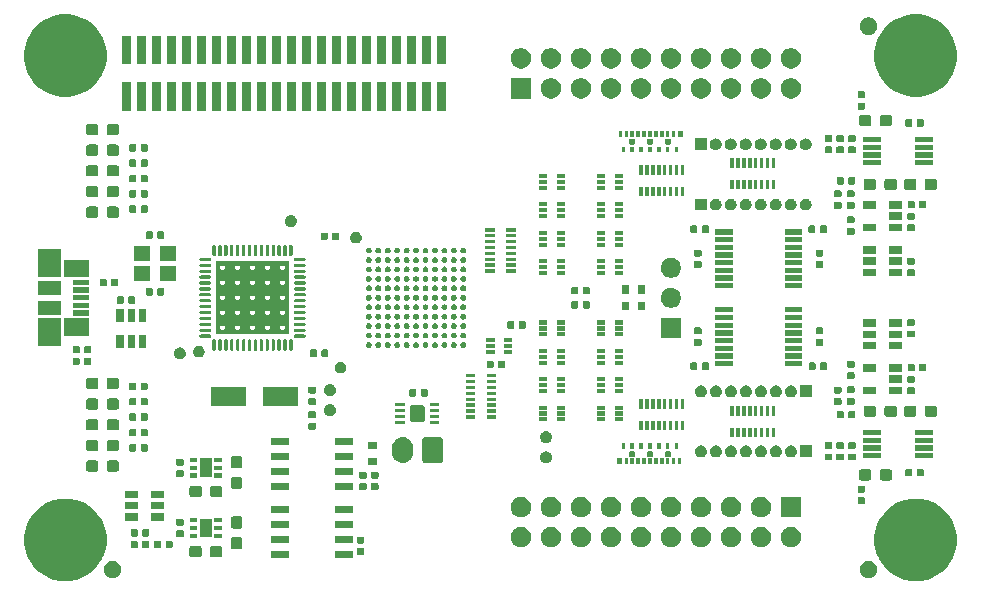
<source format=gts>
G04 #@! TF.GenerationSoftware,KiCad,Pcbnew,5.1.6*
G04 #@! TF.CreationDate,2020-05-21T11:43:50+02:00*
G04 #@! TF.ProjectId,glasgow,676c6173-676f-4772-9e6b-696361645f70,rev?*
G04 #@! TF.SameCoordinates,Original*
G04 #@! TF.FileFunction,Soldermask,Top*
G04 #@! TF.FilePolarity,Negative*
%FSLAX46Y46*%
G04 Gerber Fmt 4.6, Leading zero omitted, Abs format (unit mm)*
G04 Created by KiCad (PCBNEW 5.1.6) date 2020-05-21 11:43:50*
%MOMM*%
%LPD*%
G01*
G04 APERTURE LIST*
%ADD10C,0.200000*%
%ADD11C,0.863600*%
%ADD12C,0.100000*%
G04 APERTURE END LIST*
D10*
X70150000Y-95500000D02*
G75*
G03*
X70150000Y-95500000I-300000J0D01*
G01*
D11*
X67945000Y-92960000D02*
X67945000Y-98040000D01*
X69215000Y-92960000D02*
X69215000Y-98040000D01*
X70485000Y-92960000D02*
X70485000Y-98040000D01*
X71755000Y-92960000D02*
X71755000Y-98040000D01*
X67310000Y-97405000D02*
X72390000Y-97405000D01*
X67310000Y-96135000D02*
X72390000Y-96135000D01*
X67310000Y-94865000D02*
X72390000Y-94865000D01*
X67310000Y-93595000D02*
X72390000Y-93595000D01*
D12*
G36*
X72960000Y-92390000D02*
G01*
X72960000Y-92750000D01*
X66740000Y-92750000D01*
X66740000Y-92390000D01*
X72960000Y-92390000D01*
G37*
G36*
X66740000Y-92390000D02*
G01*
X67100000Y-92390000D01*
X67100000Y-98610000D01*
X66740000Y-98610000D01*
X66740000Y-92390000D01*
G37*
G36*
X66740000Y-98610000D02*
G01*
X66740000Y-98250000D01*
X72960000Y-98250000D01*
X72960000Y-98610000D01*
X66740000Y-98610000D01*
G37*
G36*
X72960000Y-98610000D02*
G01*
X72600000Y-98610000D01*
X72600000Y-92390000D01*
X72960000Y-92390000D01*
X72960000Y-98610000D01*
G37*
D10*
X71420000Y-95500000D02*
G75*
G03*
X71420000Y-95500000I-300000J0D01*
G01*
X72690000Y-95500000D02*
G75*
G03*
X72690000Y-95500000I-300000J0D01*
G01*
X68880000Y-95500000D02*
G75*
G03*
X68880000Y-95500000I-300000J0D01*
G01*
X67610000Y-95500000D02*
G75*
G03*
X67610000Y-95500000I-300000J0D01*
G01*
X67610000Y-94230000D02*
G75*
G03*
X67610000Y-94230000I-300000J0D01*
G01*
X68880000Y-94230000D02*
G75*
G03*
X68880000Y-94230000I-300000J0D01*
G01*
X70150000Y-94230000D02*
G75*
G03*
X70150000Y-94230000I-300000J0D01*
G01*
X71420000Y-94230000D02*
G75*
G03*
X71420000Y-94230000I-300000J0D01*
G01*
X72690000Y-94230000D02*
G75*
G03*
X72690000Y-94230000I-300000J0D01*
G01*
X72690000Y-92960000D02*
G75*
G03*
X72690000Y-92960000I-300000J0D01*
G01*
X71420000Y-92960000D02*
G75*
G03*
X71420000Y-92960000I-300000J0D01*
G01*
X70150000Y-92960000D02*
G75*
G03*
X70150000Y-92960000I-300000J0D01*
G01*
X68880000Y-92960000D02*
G75*
G03*
X68880000Y-92960000I-300000J0D01*
G01*
X67610000Y-92960000D02*
G75*
G03*
X67610000Y-92960000I-300000J0D01*
G01*
X67610000Y-96770000D02*
G75*
G03*
X67610000Y-96770000I-300000J0D01*
G01*
X68880000Y-96770000D02*
G75*
G03*
X68880000Y-96770000I-300000J0D01*
G01*
X70150000Y-96770000D02*
G75*
G03*
X70150000Y-96770000I-300000J0D01*
G01*
X71420000Y-96770000D02*
G75*
G03*
X71420000Y-96770000I-300000J0D01*
G01*
X72690000Y-96770000D02*
G75*
G03*
X72690000Y-96770000I-300000J0D01*
G01*
X72690000Y-98040000D02*
G75*
G03*
X72690000Y-98040000I-300000J0D01*
G01*
X71420000Y-98040000D02*
G75*
G03*
X71420000Y-98040000I-300000J0D01*
G01*
X70150000Y-98040000D02*
G75*
G03*
X70150000Y-98040000I-300000J0D01*
G01*
X68880000Y-98040000D02*
G75*
G03*
X68880000Y-98040000I-300000J0D01*
G01*
X67610000Y-98040000D02*
G75*
G03*
X67610000Y-98040000I-300000J0D01*
G01*
D12*
G36*
X127020910Y-112634502D02*
G01*
X127020913Y-112634503D01*
X127020912Y-112634503D01*
X127635193Y-112888946D01*
X127657874Y-112898341D01*
X128231119Y-113281371D01*
X128718629Y-113768881D01*
X129087313Y-114320655D01*
X129101660Y-114342128D01*
X129166357Y-114498320D01*
X129365498Y-114979090D01*
X129500000Y-115655278D01*
X129500000Y-116344722D01*
X129365498Y-117020910D01*
X129273408Y-117243234D01*
X129148225Y-117545455D01*
X129101659Y-117657874D01*
X128718629Y-118231119D01*
X128231119Y-118718629D01*
X127657874Y-119101659D01*
X127657873Y-119101660D01*
X127657872Y-119101660D01*
X127369327Y-119221179D01*
X127020910Y-119365498D01*
X126344722Y-119500000D01*
X125655278Y-119500000D01*
X124979090Y-119365498D01*
X124630673Y-119221179D01*
X124342128Y-119101660D01*
X124342127Y-119101660D01*
X124342126Y-119101659D01*
X123768881Y-118718629D01*
X123281371Y-118231119D01*
X122898341Y-117657874D01*
X122851776Y-117545455D01*
X122726592Y-117243234D01*
X122634502Y-117020910D01*
X122500000Y-116344722D01*
X122500000Y-115655278D01*
X122634502Y-114979090D01*
X122833643Y-114498320D01*
X122898340Y-114342128D01*
X122912688Y-114320655D01*
X123281371Y-113768881D01*
X123768881Y-113281371D01*
X124342126Y-112898341D01*
X124364808Y-112888946D01*
X124979088Y-112634503D01*
X124979087Y-112634503D01*
X124979090Y-112634502D01*
X125655278Y-112500000D01*
X126344722Y-112500000D01*
X127020910Y-112634502D01*
G37*
G36*
X55020910Y-112634502D02*
G01*
X55020913Y-112634503D01*
X55020912Y-112634503D01*
X55635193Y-112888946D01*
X55657874Y-112898341D01*
X56231119Y-113281371D01*
X56718629Y-113768881D01*
X57087313Y-114320655D01*
X57101660Y-114342128D01*
X57166357Y-114498320D01*
X57365498Y-114979090D01*
X57500000Y-115655278D01*
X57500000Y-116344722D01*
X57365498Y-117020910D01*
X57273408Y-117243234D01*
X57148225Y-117545455D01*
X57101659Y-117657874D01*
X56718629Y-118231119D01*
X56231119Y-118718629D01*
X55657874Y-119101659D01*
X55657873Y-119101660D01*
X55657872Y-119101660D01*
X55369327Y-119221179D01*
X55020910Y-119365498D01*
X54344722Y-119500000D01*
X53655278Y-119500000D01*
X52979090Y-119365498D01*
X52630673Y-119221179D01*
X52342128Y-119101660D01*
X52342127Y-119101660D01*
X52342126Y-119101659D01*
X51768881Y-118718629D01*
X51281371Y-118231119D01*
X50898341Y-117657874D01*
X50851776Y-117545455D01*
X50726592Y-117243234D01*
X50634502Y-117020910D01*
X50500000Y-116344722D01*
X50500000Y-115655278D01*
X50634502Y-114979090D01*
X50833643Y-114498320D01*
X50898340Y-114342128D01*
X50912688Y-114320655D01*
X51281371Y-113768881D01*
X51768881Y-113281371D01*
X52342126Y-112898341D01*
X52364808Y-112888946D01*
X52979088Y-112634503D01*
X52979087Y-112634503D01*
X52979090Y-112634502D01*
X53655278Y-112500000D01*
X54344722Y-112500000D01*
X55020910Y-112634502D01*
G37*
G36*
X122218763Y-117778821D02*
G01*
X122218764Y-117778821D01*
X122218767Y-117778822D01*
X122355258Y-117835359D01*
X122355259Y-117835360D01*
X122355262Y-117835361D01*
X122478097Y-117917436D01*
X122582564Y-118021903D01*
X122664639Y-118144738D01*
X122664640Y-118144741D01*
X122664641Y-118144742D01*
X122721178Y-118281233D01*
X122721179Y-118281236D01*
X122721179Y-118281237D01*
X122750000Y-118426129D01*
X122750000Y-118573871D01*
X122721179Y-118718763D01*
X122721178Y-118718767D01*
X122664641Y-118855258D01*
X122664639Y-118855262D01*
X122582564Y-118978097D01*
X122478097Y-119082564D01*
X122355262Y-119164639D01*
X122355259Y-119164640D01*
X122355258Y-119164641D01*
X122218767Y-119221178D01*
X122218764Y-119221179D01*
X122218763Y-119221179D01*
X122073871Y-119250000D01*
X121926129Y-119250000D01*
X121781237Y-119221179D01*
X121781236Y-119221179D01*
X121781233Y-119221178D01*
X121644742Y-119164641D01*
X121644741Y-119164640D01*
X121644738Y-119164639D01*
X121521903Y-119082564D01*
X121417436Y-118978097D01*
X121335361Y-118855262D01*
X121335359Y-118855258D01*
X121278822Y-118718767D01*
X121278821Y-118718763D01*
X121250000Y-118573871D01*
X121250000Y-118426129D01*
X121278821Y-118281237D01*
X121278821Y-118281236D01*
X121278822Y-118281233D01*
X121335359Y-118144742D01*
X121335360Y-118144741D01*
X121335361Y-118144738D01*
X121417436Y-118021903D01*
X121521903Y-117917436D01*
X121644738Y-117835361D01*
X121644741Y-117835360D01*
X121644742Y-117835359D01*
X121781233Y-117778822D01*
X121781236Y-117778821D01*
X121781237Y-117778821D01*
X121926129Y-117750000D01*
X122073871Y-117750000D01*
X122218763Y-117778821D01*
G37*
G36*
X58218763Y-117778821D02*
G01*
X58218764Y-117778821D01*
X58218767Y-117778822D01*
X58355258Y-117835359D01*
X58355259Y-117835360D01*
X58355262Y-117835361D01*
X58478097Y-117917436D01*
X58582564Y-118021903D01*
X58664639Y-118144738D01*
X58664640Y-118144741D01*
X58664641Y-118144742D01*
X58721178Y-118281233D01*
X58721179Y-118281236D01*
X58721179Y-118281237D01*
X58750000Y-118426129D01*
X58750000Y-118573871D01*
X58721179Y-118718763D01*
X58721178Y-118718767D01*
X58664641Y-118855258D01*
X58664639Y-118855262D01*
X58582564Y-118978097D01*
X58478097Y-119082564D01*
X58355262Y-119164639D01*
X58355259Y-119164640D01*
X58355258Y-119164641D01*
X58218767Y-119221178D01*
X58218764Y-119221179D01*
X58218763Y-119221179D01*
X58073871Y-119250000D01*
X57926129Y-119250000D01*
X57781237Y-119221179D01*
X57781236Y-119221179D01*
X57781233Y-119221178D01*
X57644742Y-119164641D01*
X57644741Y-119164640D01*
X57644738Y-119164639D01*
X57521903Y-119082564D01*
X57417436Y-118978097D01*
X57335361Y-118855262D01*
X57335359Y-118855258D01*
X57278822Y-118718767D01*
X57278821Y-118718763D01*
X57250000Y-118573871D01*
X57250000Y-118426129D01*
X57278821Y-118281237D01*
X57278821Y-118281236D01*
X57278822Y-118281233D01*
X57335359Y-118144742D01*
X57335360Y-118144741D01*
X57335361Y-118144738D01*
X57417436Y-118021903D01*
X57521903Y-117917436D01*
X57644738Y-117835361D01*
X57644741Y-117835360D01*
X57644742Y-117835359D01*
X57781233Y-117778822D01*
X57781236Y-117778821D01*
X57781237Y-117778821D01*
X57926129Y-117750000D01*
X58073871Y-117750000D01*
X58218763Y-117778821D01*
G37*
G36*
X72975000Y-117505000D02*
G01*
X71425000Y-117505000D01*
X71425000Y-116905000D01*
X72975000Y-116905000D01*
X72975000Y-117505000D01*
G37*
G36*
X78375000Y-117505000D02*
G01*
X76825000Y-117505000D01*
X76825000Y-116905000D01*
X78375000Y-116905000D01*
X78375000Y-117505000D01*
G37*
G36*
X65376903Y-116529345D02*
G01*
X65417188Y-116541565D01*
X65454329Y-116561417D01*
X65486874Y-116588126D01*
X65513583Y-116620671D01*
X65533435Y-116657812D01*
X65545655Y-116698097D01*
X65550000Y-116742208D01*
X65550000Y-117257792D01*
X65545655Y-117301903D01*
X65533435Y-117342188D01*
X65513583Y-117379329D01*
X65486874Y-117411874D01*
X65454329Y-117438583D01*
X65417188Y-117458435D01*
X65376903Y-117470655D01*
X65332792Y-117475000D01*
X64717208Y-117475000D01*
X64673097Y-117470655D01*
X64632812Y-117458435D01*
X64595671Y-117438583D01*
X64563126Y-117411874D01*
X64536417Y-117379329D01*
X64516565Y-117342188D01*
X64504345Y-117301903D01*
X64500000Y-117257792D01*
X64500000Y-116742208D01*
X64504345Y-116698097D01*
X64516565Y-116657812D01*
X64536417Y-116620671D01*
X64563126Y-116588126D01*
X64595671Y-116561417D01*
X64632812Y-116541565D01*
X64673097Y-116529345D01*
X64717208Y-116525000D01*
X65332792Y-116525000D01*
X65376903Y-116529345D01*
G37*
G36*
X67126903Y-116529345D02*
G01*
X67167188Y-116541565D01*
X67204329Y-116561417D01*
X67236874Y-116588126D01*
X67263583Y-116620671D01*
X67283435Y-116657812D01*
X67295655Y-116698097D01*
X67300000Y-116742208D01*
X67300000Y-117257792D01*
X67295655Y-117301903D01*
X67283435Y-117342188D01*
X67263583Y-117379329D01*
X67236874Y-117411874D01*
X67204329Y-117438583D01*
X67167188Y-117458435D01*
X67126903Y-117470655D01*
X67082792Y-117475000D01*
X66467208Y-117475000D01*
X66423097Y-117470655D01*
X66382812Y-117458435D01*
X66345671Y-117438583D01*
X66313126Y-117411874D01*
X66286417Y-117379329D01*
X66266565Y-117342188D01*
X66254345Y-117301903D01*
X66250000Y-117257792D01*
X66250000Y-116742208D01*
X66254345Y-116698097D01*
X66266565Y-116657812D01*
X66286417Y-116620671D01*
X66313126Y-116588126D01*
X66345671Y-116561417D01*
X66382812Y-116541565D01*
X66423097Y-116529345D01*
X66467208Y-116525000D01*
X67082792Y-116525000D01*
X67126903Y-116529345D01*
G37*
G36*
X79219345Y-116692615D02*
G01*
X79242751Y-116699715D01*
X79264326Y-116711248D01*
X79283234Y-116726766D01*
X79298752Y-116745674D01*
X79310285Y-116767249D01*
X79317385Y-116790655D01*
X79320000Y-116817206D01*
X79320000Y-117152794D01*
X79317385Y-117179345D01*
X79310285Y-117202751D01*
X79298752Y-117224326D01*
X79283234Y-117243234D01*
X79264326Y-117258752D01*
X79242751Y-117270285D01*
X79219345Y-117277385D01*
X79192794Y-117280000D01*
X78807206Y-117280000D01*
X78780655Y-117277385D01*
X78757249Y-117270285D01*
X78735674Y-117258752D01*
X78716766Y-117243234D01*
X78701248Y-117224326D01*
X78689715Y-117202751D01*
X78682615Y-117179345D01*
X78680000Y-117152794D01*
X78680000Y-116817206D01*
X78682615Y-116790655D01*
X78689715Y-116767249D01*
X78701248Y-116745674D01*
X78716766Y-116726766D01*
X78735674Y-116711248D01*
X78757249Y-116699715D01*
X78780655Y-116692615D01*
X78807206Y-116690000D01*
X79192794Y-116690000D01*
X79219345Y-116692615D01*
G37*
G36*
X68801903Y-115754345D02*
G01*
X68842188Y-115766565D01*
X68879329Y-115786417D01*
X68911874Y-115813126D01*
X68938583Y-115845671D01*
X68958435Y-115882812D01*
X68970655Y-115923097D01*
X68975000Y-115967208D01*
X68975000Y-116582792D01*
X68970655Y-116626903D01*
X68958435Y-116667188D01*
X68938583Y-116704329D01*
X68911874Y-116736874D01*
X68879329Y-116763583D01*
X68842188Y-116783435D01*
X68801903Y-116795655D01*
X68757792Y-116800000D01*
X68242208Y-116800000D01*
X68198097Y-116795655D01*
X68157812Y-116783435D01*
X68120671Y-116763583D01*
X68088126Y-116736874D01*
X68061417Y-116704329D01*
X68041565Y-116667188D01*
X68029345Y-116626903D01*
X68025000Y-116582792D01*
X68025000Y-115967208D01*
X68029345Y-115923097D01*
X68041565Y-115882812D01*
X68061417Y-115845671D01*
X68088126Y-115813126D01*
X68120671Y-115786417D01*
X68157812Y-115766565D01*
X68198097Y-115754345D01*
X68242208Y-115750000D01*
X68757792Y-115750000D01*
X68801903Y-115754345D01*
G37*
G36*
X62979345Y-116082615D02*
G01*
X63002751Y-116089715D01*
X63024326Y-116101248D01*
X63043234Y-116116766D01*
X63058752Y-116135674D01*
X63070285Y-116157249D01*
X63077385Y-116180655D01*
X63080000Y-116207206D01*
X63080000Y-116592794D01*
X63077385Y-116619345D01*
X63070285Y-116642751D01*
X63058752Y-116664326D01*
X63043234Y-116683234D01*
X63024326Y-116698752D01*
X63002751Y-116710285D01*
X62979345Y-116717385D01*
X62952794Y-116720000D01*
X62617206Y-116720000D01*
X62590655Y-116717385D01*
X62567249Y-116710285D01*
X62545674Y-116698752D01*
X62526766Y-116683234D01*
X62511248Y-116664326D01*
X62499715Y-116642751D01*
X62492615Y-116619345D01*
X62490000Y-116592794D01*
X62490000Y-116207206D01*
X62492615Y-116180655D01*
X62499715Y-116157249D01*
X62511248Y-116135674D01*
X62526766Y-116116766D01*
X62545674Y-116101248D01*
X62567249Y-116089715D01*
X62590655Y-116082615D01*
X62617206Y-116080000D01*
X62952794Y-116080000D01*
X62979345Y-116082615D01*
G37*
G36*
X60994345Y-116082615D02*
G01*
X61017751Y-116089715D01*
X61039326Y-116101248D01*
X61058234Y-116116766D01*
X61073752Y-116135674D01*
X61085285Y-116157249D01*
X61092385Y-116180655D01*
X61095000Y-116207206D01*
X61095000Y-116592794D01*
X61092385Y-116619345D01*
X61085285Y-116642751D01*
X61073752Y-116664326D01*
X61058234Y-116683234D01*
X61039326Y-116698752D01*
X61017751Y-116710285D01*
X60994345Y-116717385D01*
X60967794Y-116720000D01*
X60632206Y-116720000D01*
X60605655Y-116717385D01*
X60582249Y-116710285D01*
X60560674Y-116698752D01*
X60541766Y-116683234D01*
X60526248Y-116664326D01*
X60514715Y-116642751D01*
X60507615Y-116619345D01*
X60505000Y-116592794D01*
X60505000Y-116207206D01*
X60507615Y-116180655D01*
X60514715Y-116157249D01*
X60526248Y-116135674D01*
X60541766Y-116116766D01*
X60560674Y-116101248D01*
X60582249Y-116089715D01*
X60605655Y-116082615D01*
X60632206Y-116080000D01*
X60967794Y-116080000D01*
X60994345Y-116082615D01*
G37*
G36*
X60024345Y-116082615D02*
G01*
X60047751Y-116089715D01*
X60069326Y-116101248D01*
X60088234Y-116116766D01*
X60103752Y-116135674D01*
X60115285Y-116157249D01*
X60122385Y-116180655D01*
X60125000Y-116207206D01*
X60125000Y-116592794D01*
X60122385Y-116619345D01*
X60115285Y-116642751D01*
X60103752Y-116664326D01*
X60088234Y-116683234D01*
X60069326Y-116698752D01*
X60047751Y-116710285D01*
X60024345Y-116717385D01*
X59997794Y-116720000D01*
X59662206Y-116720000D01*
X59635655Y-116717385D01*
X59612249Y-116710285D01*
X59590674Y-116698752D01*
X59571766Y-116683234D01*
X59556248Y-116664326D01*
X59544715Y-116642751D01*
X59537615Y-116619345D01*
X59535000Y-116592794D01*
X59535000Y-116207206D01*
X59537615Y-116180655D01*
X59544715Y-116157249D01*
X59556248Y-116135674D01*
X59571766Y-116116766D01*
X59590674Y-116101248D01*
X59612249Y-116089715D01*
X59635655Y-116082615D01*
X59662206Y-116080000D01*
X59997794Y-116080000D01*
X60024345Y-116082615D01*
G37*
G36*
X62009345Y-116082615D02*
G01*
X62032751Y-116089715D01*
X62054326Y-116101248D01*
X62073234Y-116116766D01*
X62088752Y-116135674D01*
X62100285Y-116157249D01*
X62107385Y-116180655D01*
X62110000Y-116207206D01*
X62110000Y-116592794D01*
X62107385Y-116619345D01*
X62100285Y-116642751D01*
X62088752Y-116664326D01*
X62073234Y-116683234D01*
X62054326Y-116698752D01*
X62032751Y-116710285D01*
X62009345Y-116717385D01*
X61982794Y-116720000D01*
X61647206Y-116720000D01*
X61620655Y-116717385D01*
X61597249Y-116710285D01*
X61575674Y-116698752D01*
X61556766Y-116683234D01*
X61541248Y-116664326D01*
X61529715Y-116642751D01*
X61522615Y-116619345D01*
X61520000Y-116592794D01*
X61520000Y-116207206D01*
X61522615Y-116180655D01*
X61529715Y-116157249D01*
X61541248Y-116135674D01*
X61556766Y-116116766D01*
X61575674Y-116101248D01*
X61597249Y-116089715D01*
X61620655Y-116082615D01*
X61647206Y-116080000D01*
X61982794Y-116080000D01*
X62009345Y-116082615D01*
G37*
G36*
X102881795Y-114919675D02*
G01*
X102981903Y-114939587D01*
X103139068Y-115004687D01*
X103206883Y-115050000D01*
X103251782Y-115080000D01*
X103280513Y-115099198D01*
X103400802Y-115219487D01*
X103495313Y-115360932D01*
X103560413Y-115518097D01*
X103571234Y-115572500D01*
X103593600Y-115684941D01*
X103593600Y-115855059D01*
X103585334Y-115896613D01*
X103560413Y-116021903D01*
X103495313Y-116179068D01*
X103400802Y-116320513D01*
X103280513Y-116440802D01*
X103139068Y-116535313D01*
X102981903Y-116600413D01*
X102886723Y-116619345D01*
X102815059Y-116633600D01*
X102644941Y-116633600D01*
X102573277Y-116619345D01*
X102478097Y-116600413D01*
X102320932Y-116535313D01*
X102179487Y-116440802D01*
X102059198Y-116320513D01*
X101964687Y-116179068D01*
X101899587Y-116021903D01*
X101874666Y-115896613D01*
X101866400Y-115855059D01*
X101866400Y-115684941D01*
X101888766Y-115572500D01*
X101899587Y-115518097D01*
X101964687Y-115360932D01*
X102059198Y-115219487D01*
X102179487Y-115099198D01*
X102208219Y-115080000D01*
X102253117Y-115050000D01*
X102320932Y-115004687D01*
X102478097Y-114939587D01*
X102578205Y-114919675D01*
X102644941Y-114906400D01*
X102815059Y-114906400D01*
X102881795Y-114919675D01*
G37*
G36*
X115581795Y-114919675D02*
G01*
X115681903Y-114939587D01*
X115839068Y-115004687D01*
X115906883Y-115050000D01*
X115951782Y-115080000D01*
X115980513Y-115099198D01*
X116100802Y-115219487D01*
X116195313Y-115360932D01*
X116260413Y-115518097D01*
X116271234Y-115572500D01*
X116293600Y-115684941D01*
X116293600Y-115855059D01*
X116285334Y-115896613D01*
X116260413Y-116021903D01*
X116195313Y-116179068D01*
X116100802Y-116320513D01*
X115980513Y-116440802D01*
X115839068Y-116535313D01*
X115681903Y-116600413D01*
X115586723Y-116619345D01*
X115515059Y-116633600D01*
X115344941Y-116633600D01*
X115273277Y-116619345D01*
X115178097Y-116600413D01*
X115020932Y-116535313D01*
X114879487Y-116440802D01*
X114759198Y-116320513D01*
X114664687Y-116179068D01*
X114599587Y-116021903D01*
X114574666Y-115896613D01*
X114566400Y-115855059D01*
X114566400Y-115684941D01*
X114588766Y-115572500D01*
X114599587Y-115518097D01*
X114664687Y-115360932D01*
X114759198Y-115219487D01*
X114879487Y-115099198D01*
X114908219Y-115080000D01*
X114953117Y-115050000D01*
X115020932Y-115004687D01*
X115178097Y-114939587D01*
X115278205Y-114919675D01*
X115344941Y-114906400D01*
X115515059Y-114906400D01*
X115581795Y-114919675D01*
G37*
G36*
X113041795Y-114919675D02*
G01*
X113141903Y-114939587D01*
X113299068Y-115004687D01*
X113366883Y-115050000D01*
X113411782Y-115080000D01*
X113440513Y-115099198D01*
X113560802Y-115219487D01*
X113655313Y-115360932D01*
X113720413Y-115518097D01*
X113731234Y-115572500D01*
X113753600Y-115684941D01*
X113753600Y-115855059D01*
X113745334Y-115896613D01*
X113720413Y-116021903D01*
X113655313Y-116179068D01*
X113560802Y-116320513D01*
X113440513Y-116440802D01*
X113299068Y-116535313D01*
X113141903Y-116600413D01*
X113046723Y-116619345D01*
X112975059Y-116633600D01*
X112804941Y-116633600D01*
X112733277Y-116619345D01*
X112638097Y-116600413D01*
X112480932Y-116535313D01*
X112339487Y-116440802D01*
X112219198Y-116320513D01*
X112124687Y-116179068D01*
X112059587Y-116021903D01*
X112034666Y-115896613D01*
X112026400Y-115855059D01*
X112026400Y-115684941D01*
X112048766Y-115572500D01*
X112059587Y-115518097D01*
X112124687Y-115360932D01*
X112219198Y-115219487D01*
X112339487Y-115099198D01*
X112368219Y-115080000D01*
X112413117Y-115050000D01*
X112480932Y-115004687D01*
X112638097Y-114939587D01*
X112738205Y-114919675D01*
X112804941Y-114906400D01*
X112975059Y-114906400D01*
X113041795Y-114919675D01*
G37*
G36*
X107961795Y-114919675D02*
G01*
X108061903Y-114939587D01*
X108219068Y-115004687D01*
X108286883Y-115050000D01*
X108331782Y-115080000D01*
X108360513Y-115099198D01*
X108480802Y-115219487D01*
X108575313Y-115360932D01*
X108640413Y-115518097D01*
X108651234Y-115572500D01*
X108673600Y-115684941D01*
X108673600Y-115855059D01*
X108665334Y-115896613D01*
X108640413Y-116021903D01*
X108575313Y-116179068D01*
X108480802Y-116320513D01*
X108360513Y-116440802D01*
X108219068Y-116535313D01*
X108061903Y-116600413D01*
X107966723Y-116619345D01*
X107895059Y-116633600D01*
X107724941Y-116633600D01*
X107653277Y-116619345D01*
X107558097Y-116600413D01*
X107400932Y-116535313D01*
X107259487Y-116440802D01*
X107139198Y-116320513D01*
X107044687Y-116179068D01*
X106979587Y-116021903D01*
X106954666Y-115896613D01*
X106946400Y-115855059D01*
X106946400Y-115684941D01*
X106968766Y-115572500D01*
X106979587Y-115518097D01*
X107044687Y-115360932D01*
X107139198Y-115219487D01*
X107259487Y-115099198D01*
X107288219Y-115080000D01*
X107333117Y-115050000D01*
X107400932Y-115004687D01*
X107558097Y-114939587D01*
X107658205Y-114919675D01*
X107724941Y-114906400D01*
X107895059Y-114906400D01*
X107961795Y-114919675D01*
G37*
G36*
X105421795Y-114919675D02*
G01*
X105521903Y-114939587D01*
X105679068Y-115004687D01*
X105746883Y-115050000D01*
X105791782Y-115080000D01*
X105820513Y-115099198D01*
X105940802Y-115219487D01*
X106035313Y-115360932D01*
X106100413Y-115518097D01*
X106111234Y-115572500D01*
X106133600Y-115684941D01*
X106133600Y-115855059D01*
X106125334Y-115896613D01*
X106100413Y-116021903D01*
X106035313Y-116179068D01*
X105940802Y-116320513D01*
X105820513Y-116440802D01*
X105679068Y-116535313D01*
X105521903Y-116600413D01*
X105426723Y-116619345D01*
X105355059Y-116633600D01*
X105184941Y-116633600D01*
X105113277Y-116619345D01*
X105018097Y-116600413D01*
X104860932Y-116535313D01*
X104719487Y-116440802D01*
X104599198Y-116320513D01*
X104504687Y-116179068D01*
X104439587Y-116021903D01*
X104414666Y-115896613D01*
X104406400Y-115855059D01*
X104406400Y-115684941D01*
X104428766Y-115572500D01*
X104439587Y-115518097D01*
X104504687Y-115360932D01*
X104599198Y-115219487D01*
X104719487Y-115099198D01*
X104748219Y-115080000D01*
X104793117Y-115050000D01*
X104860932Y-115004687D01*
X105018097Y-114939587D01*
X105118205Y-114919675D01*
X105184941Y-114906400D01*
X105355059Y-114906400D01*
X105421795Y-114919675D01*
G37*
G36*
X100341795Y-114919675D02*
G01*
X100441903Y-114939587D01*
X100599068Y-115004687D01*
X100666883Y-115050000D01*
X100711782Y-115080000D01*
X100740513Y-115099198D01*
X100860802Y-115219487D01*
X100955313Y-115360932D01*
X101020413Y-115518097D01*
X101031234Y-115572500D01*
X101053600Y-115684941D01*
X101053600Y-115855059D01*
X101045334Y-115896613D01*
X101020413Y-116021903D01*
X100955313Y-116179068D01*
X100860802Y-116320513D01*
X100740513Y-116440802D01*
X100599068Y-116535313D01*
X100441903Y-116600413D01*
X100346723Y-116619345D01*
X100275059Y-116633600D01*
X100104941Y-116633600D01*
X100033277Y-116619345D01*
X99938097Y-116600413D01*
X99780932Y-116535313D01*
X99639487Y-116440802D01*
X99519198Y-116320513D01*
X99424687Y-116179068D01*
X99359587Y-116021903D01*
X99334666Y-115896613D01*
X99326400Y-115855059D01*
X99326400Y-115684941D01*
X99348766Y-115572500D01*
X99359587Y-115518097D01*
X99424687Y-115360932D01*
X99519198Y-115219487D01*
X99639487Y-115099198D01*
X99668219Y-115080000D01*
X99713117Y-115050000D01*
X99780932Y-115004687D01*
X99938097Y-114939587D01*
X100038205Y-114919675D01*
X100104941Y-114906400D01*
X100275059Y-114906400D01*
X100341795Y-114919675D01*
G37*
G36*
X97801795Y-114919675D02*
G01*
X97901903Y-114939587D01*
X98059068Y-115004687D01*
X98126883Y-115050000D01*
X98171782Y-115080000D01*
X98200513Y-115099198D01*
X98320802Y-115219487D01*
X98415313Y-115360932D01*
X98480413Y-115518097D01*
X98491234Y-115572500D01*
X98513600Y-115684941D01*
X98513600Y-115855059D01*
X98505334Y-115896613D01*
X98480413Y-116021903D01*
X98415313Y-116179068D01*
X98320802Y-116320513D01*
X98200513Y-116440802D01*
X98059068Y-116535313D01*
X97901903Y-116600413D01*
X97806723Y-116619345D01*
X97735059Y-116633600D01*
X97564941Y-116633600D01*
X97493277Y-116619345D01*
X97398097Y-116600413D01*
X97240932Y-116535313D01*
X97099487Y-116440802D01*
X96979198Y-116320513D01*
X96884687Y-116179068D01*
X96819587Y-116021903D01*
X96794666Y-115896613D01*
X96786400Y-115855059D01*
X96786400Y-115684941D01*
X96808766Y-115572500D01*
X96819587Y-115518097D01*
X96884687Y-115360932D01*
X96979198Y-115219487D01*
X97099487Y-115099198D01*
X97128219Y-115080000D01*
X97173117Y-115050000D01*
X97240932Y-115004687D01*
X97398097Y-114939587D01*
X97498205Y-114919675D01*
X97564941Y-114906400D01*
X97735059Y-114906400D01*
X97801795Y-114919675D01*
G37*
G36*
X95261795Y-114919675D02*
G01*
X95361903Y-114939587D01*
X95519068Y-115004687D01*
X95586883Y-115050000D01*
X95631782Y-115080000D01*
X95660513Y-115099198D01*
X95780802Y-115219487D01*
X95875313Y-115360932D01*
X95940413Y-115518097D01*
X95951234Y-115572500D01*
X95973600Y-115684941D01*
X95973600Y-115855059D01*
X95965334Y-115896613D01*
X95940413Y-116021903D01*
X95875313Y-116179068D01*
X95780802Y-116320513D01*
X95660513Y-116440802D01*
X95519068Y-116535313D01*
X95361903Y-116600413D01*
X95266723Y-116619345D01*
X95195059Y-116633600D01*
X95024941Y-116633600D01*
X94953277Y-116619345D01*
X94858097Y-116600413D01*
X94700932Y-116535313D01*
X94559487Y-116440802D01*
X94439198Y-116320513D01*
X94344687Y-116179068D01*
X94279587Y-116021903D01*
X94254666Y-115896613D01*
X94246400Y-115855059D01*
X94246400Y-115684941D01*
X94268766Y-115572500D01*
X94279587Y-115518097D01*
X94344687Y-115360932D01*
X94439198Y-115219487D01*
X94559487Y-115099198D01*
X94588219Y-115080000D01*
X94633117Y-115050000D01*
X94700932Y-115004687D01*
X94858097Y-114939587D01*
X94958205Y-114919675D01*
X95024941Y-114906400D01*
X95195059Y-114906400D01*
X95261795Y-114919675D01*
G37*
G36*
X92721795Y-114919675D02*
G01*
X92821903Y-114939587D01*
X92979068Y-115004687D01*
X93046883Y-115050000D01*
X93091782Y-115080000D01*
X93120513Y-115099198D01*
X93240802Y-115219487D01*
X93335313Y-115360932D01*
X93400413Y-115518097D01*
X93411234Y-115572500D01*
X93433600Y-115684941D01*
X93433600Y-115855059D01*
X93425334Y-115896613D01*
X93400413Y-116021903D01*
X93335313Y-116179068D01*
X93240802Y-116320513D01*
X93120513Y-116440802D01*
X92979068Y-116535313D01*
X92821903Y-116600413D01*
X92726723Y-116619345D01*
X92655059Y-116633600D01*
X92484941Y-116633600D01*
X92413277Y-116619345D01*
X92318097Y-116600413D01*
X92160932Y-116535313D01*
X92019487Y-116440802D01*
X91899198Y-116320513D01*
X91804687Y-116179068D01*
X91739587Y-116021903D01*
X91714666Y-115896613D01*
X91706400Y-115855059D01*
X91706400Y-115684941D01*
X91728766Y-115572500D01*
X91739587Y-115518097D01*
X91804687Y-115360932D01*
X91899198Y-115219487D01*
X92019487Y-115099198D01*
X92048219Y-115080000D01*
X92093117Y-115050000D01*
X92160932Y-115004687D01*
X92318097Y-114939587D01*
X92418205Y-114919675D01*
X92484941Y-114906400D01*
X92655059Y-114906400D01*
X92721795Y-114919675D01*
G37*
G36*
X110501795Y-114919675D02*
G01*
X110601903Y-114939587D01*
X110759068Y-115004687D01*
X110826883Y-115050000D01*
X110871782Y-115080000D01*
X110900513Y-115099198D01*
X111020802Y-115219487D01*
X111115313Y-115360932D01*
X111180413Y-115518097D01*
X111191234Y-115572500D01*
X111213600Y-115684941D01*
X111213600Y-115855059D01*
X111205334Y-115896613D01*
X111180413Y-116021903D01*
X111115313Y-116179068D01*
X111020802Y-116320513D01*
X110900513Y-116440802D01*
X110759068Y-116535313D01*
X110601903Y-116600413D01*
X110506723Y-116619345D01*
X110435059Y-116633600D01*
X110264941Y-116633600D01*
X110193277Y-116619345D01*
X110098097Y-116600413D01*
X109940932Y-116535313D01*
X109799487Y-116440802D01*
X109679198Y-116320513D01*
X109584687Y-116179068D01*
X109519587Y-116021903D01*
X109494666Y-115896613D01*
X109486400Y-115855059D01*
X109486400Y-115684941D01*
X109508766Y-115572500D01*
X109519587Y-115518097D01*
X109584687Y-115360932D01*
X109679198Y-115219487D01*
X109799487Y-115099198D01*
X109828219Y-115080000D01*
X109873117Y-115050000D01*
X109940932Y-115004687D01*
X110098097Y-114939587D01*
X110198205Y-114919675D01*
X110264941Y-114906400D01*
X110435059Y-114906400D01*
X110501795Y-114919675D01*
G37*
G36*
X79219345Y-115722615D02*
G01*
X79242751Y-115729715D01*
X79264326Y-115741248D01*
X79283234Y-115756766D01*
X79298752Y-115775674D01*
X79310285Y-115797249D01*
X79317385Y-115820655D01*
X79320000Y-115847206D01*
X79320000Y-116182794D01*
X79317385Y-116209345D01*
X79310285Y-116232751D01*
X79298752Y-116254326D01*
X79283234Y-116273234D01*
X79264326Y-116288752D01*
X79242751Y-116300285D01*
X79219345Y-116307385D01*
X79192794Y-116310000D01*
X78807206Y-116310000D01*
X78780655Y-116307385D01*
X78757249Y-116300285D01*
X78735674Y-116288752D01*
X78716766Y-116273234D01*
X78701248Y-116254326D01*
X78689715Y-116232751D01*
X78682615Y-116209345D01*
X78680000Y-116182794D01*
X78680000Y-115847206D01*
X78682615Y-115820655D01*
X78689715Y-115797249D01*
X78701248Y-115775674D01*
X78716766Y-115756766D01*
X78735674Y-115741248D01*
X78757249Y-115729715D01*
X78780655Y-115722615D01*
X78807206Y-115720000D01*
X79192794Y-115720000D01*
X79219345Y-115722615D01*
G37*
G36*
X78375000Y-116235000D02*
G01*
X76825000Y-116235000D01*
X76825000Y-115635000D01*
X78375000Y-115635000D01*
X78375000Y-116235000D01*
G37*
G36*
X72975000Y-116235000D02*
G01*
X71425000Y-116235000D01*
X71425000Y-115635000D01*
X72975000Y-115635000D01*
X72975000Y-116235000D01*
G37*
G36*
X65175000Y-115825000D02*
G01*
X64525000Y-115825000D01*
X64525000Y-115475000D01*
X65175000Y-115475000D01*
X65175000Y-115825000D01*
G37*
G36*
X67275000Y-115825000D02*
G01*
X66625000Y-115825000D01*
X66625000Y-115475000D01*
X67275000Y-115475000D01*
X67275000Y-115825000D01*
G37*
G36*
X66400000Y-115800000D02*
G01*
X65400000Y-115800000D01*
X65400000Y-114200000D01*
X66400000Y-114200000D01*
X66400000Y-115800000D01*
G37*
G36*
X63919345Y-115192615D02*
G01*
X63942751Y-115199715D01*
X63964326Y-115211248D01*
X63983234Y-115226766D01*
X63998752Y-115245674D01*
X64010285Y-115267249D01*
X64017385Y-115290655D01*
X64020000Y-115317206D01*
X64020000Y-115652794D01*
X64017385Y-115679345D01*
X64010285Y-115702751D01*
X63998752Y-115724326D01*
X63983234Y-115743234D01*
X63964326Y-115758752D01*
X63942751Y-115770285D01*
X63919345Y-115777385D01*
X63892794Y-115780000D01*
X63507206Y-115780000D01*
X63480655Y-115777385D01*
X63457249Y-115770285D01*
X63435674Y-115758752D01*
X63416766Y-115743234D01*
X63401248Y-115724326D01*
X63389715Y-115702751D01*
X63382615Y-115679345D01*
X63380000Y-115652794D01*
X63380000Y-115317206D01*
X63382615Y-115290655D01*
X63389715Y-115267249D01*
X63401248Y-115245674D01*
X63416766Y-115226766D01*
X63435674Y-115211248D01*
X63457249Y-115199715D01*
X63480655Y-115192615D01*
X63507206Y-115190000D01*
X63892794Y-115190000D01*
X63919345Y-115192615D01*
G37*
G36*
X60994345Y-115082615D02*
G01*
X61017751Y-115089715D01*
X61039326Y-115101248D01*
X61058234Y-115116766D01*
X61073752Y-115135674D01*
X61085285Y-115157249D01*
X61092385Y-115180655D01*
X61095000Y-115207206D01*
X61095000Y-115592794D01*
X61092385Y-115619345D01*
X61085285Y-115642751D01*
X61073752Y-115664326D01*
X61058234Y-115683234D01*
X61039326Y-115698752D01*
X61017751Y-115710285D01*
X60994345Y-115717385D01*
X60967794Y-115720000D01*
X60632206Y-115720000D01*
X60605655Y-115717385D01*
X60582249Y-115710285D01*
X60560674Y-115698752D01*
X60541766Y-115683234D01*
X60526248Y-115664326D01*
X60514715Y-115642751D01*
X60507615Y-115619345D01*
X60505000Y-115592794D01*
X60505000Y-115207206D01*
X60507615Y-115180655D01*
X60514715Y-115157249D01*
X60526248Y-115135674D01*
X60541766Y-115116766D01*
X60560674Y-115101248D01*
X60582249Y-115089715D01*
X60605655Y-115082615D01*
X60632206Y-115080000D01*
X60967794Y-115080000D01*
X60994345Y-115082615D01*
G37*
G36*
X60024345Y-115082615D02*
G01*
X60047751Y-115089715D01*
X60069326Y-115101248D01*
X60088234Y-115116766D01*
X60103752Y-115135674D01*
X60115285Y-115157249D01*
X60122385Y-115180655D01*
X60125000Y-115207206D01*
X60125000Y-115592794D01*
X60122385Y-115619345D01*
X60115285Y-115642751D01*
X60103752Y-115664326D01*
X60088234Y-115683234D01*
X60069326Y-115698752D01*
X60047751Y-115710285D01*
X60024345Y-115717385D01*
X59997794Y-115720000D01*
X59662206Y-115720000D01*
X59635655Y-115717385D01*
X59612249Y-115710285D01*
X59590674Y-115698752D01*
X59571766Y-115683234D01*
X59556248Y-115664326D01*
X59544715Y-115642751D01*
X59537615Y-115619345D01*
X59535000Y-115592794D01*
X59535000Y-115207206D01*
X59537615Y-115180655D01*
X59544715Y-115157249D01*
X59556248Y-115135674D01*
X59571766Y-115116766D01*
X59590674Y-115101248D01*
X59612249Y-115089715D01*
X59635655Y-115082615D01*
X59662206Y-115080000D01*
X59997794Y-115080000D01*
X60024345Y-115082615D01*
G37*
G36*
X67275000Y-115175000D02*
G01*
X66625000Y-115175000D01*
X66625000Y-114825000D01*
X67275000Y-114825000D01*
X67275000Y-115175000D01*
G37*
G36*
X65175000Y-115175000D02*
G01*
X64525000Y-115175000D01*
X64525000Y-114825000D01*
X65175000Y-114825000D01*
X65175000Y-115175000D01*
G37*
G36*
X68801903Y-114004345D02*
G01*
X68842188Y-114016565D01*
X68879329Y-114036417D01*
X68911874Y-114063126D01*
X68938583Y-114095671D01*
X68958435Y-114132812D01*
X68970655Y-114173097D01*
X68975000Y-114217208D01*
X68975000Y-114832792D01*
X68970655Y-114876903D01*
X68958435Y-114917188D01*
X68938583Y-114954329D01*
X68911874Y-114986874D01*
X68879329Y-115013583D01*
X68842188Y-115033435D01*
X68801903Y-115045655D01*
X68757792Y-115050000D01*
X68242208Y-115050000D01*
X68198097Y-115045655D01*
X68157812Y-115033435D01*
X68120671Y-115013583D01*
X68088126Y-114986874D01*
X68061417Y-114954329D01*
X68041565Y-114917188D01*
X68029345Y-114876903D01*
X68025000Y-114832792D01*
X68025000Y-114217208D01*
X68029345Y-114173097D01*
X68041565Y-114132812D01*
X68061417Y-114095671D01*
X68088126Y-114063126D01*
X68120671Y-114036417D01*
X68157812Y-114016565D01*
X68198097Y-114004345D01*
X68242208Y-114000000D01*
X68757792Y-114000000D01*
X68801903Y-114004345D01*
G37*
G36*
X78375000Y-114965000D02*
G01*
X76825000Y-114965000D01*
X76825000Y-114365000D01*
X78375000Y-114365000D01*
X78375000Y-114965000D01*
G37*
G36*
X72975000Y-114965000D02*
G01*
X71425000Y-114965000D01*
X71425000Y-114365000D01*
X72975000Y-114365000D01*
X72975000Y-114965000D01*
G37*
G36*
X63919345Y-114222615D02*
G01*
X63942751Y-114229715D01*
X63964326Y-114241248D01*
X63983234Y-114256766D01*
X63998752Y-114275674D01*
X64010285Y-114297249D01*
X64017385Y-114320655D01*
X64020000Y-114347206D01*
X64020000Y-114682794D01*
X64017385Y-114709345D01*
X64010285Y-114732751D01*
X63998752Y-114754326D01*
X63983234Y-114773234D01*
X63964326Y-114788752D01*
X63942751Y-114800285D01*
X63919345Y-114807385D01*
X63892794Y-114810000D01*
X63507206Y-114810000D01*
X63480655Y-114807385D01*
X63457249Y-114800285D01*
X63435674Y-114788752D01*
X63416766Y-114773234D01*
X63401248Y-114754326D01*
X63389715Y-114732751D01*
X63382615Y-114709345D01*
X63380000Y-114682794D01*
X63380000Y-114347206D01*
X63382615Y-114320655D01*
X63389715Y-114297249D01*
X63401248Y-114275674D01*
X63416766Y-114256766D01*
X63435674Y-114241248D01*
X63457249Y-114229715D01*
X63480655Y-114222615D01*
X63507206Y-114220000D01*
X63892794Y-114220000D01*
X63919345Y-114222615D01*
G37*
G36*
X67275000Y-114525000D02*
G01*
X66625000Y-114525000D01*
X66625000Y-114175000D01*
X67275000Y-114175000D01*
X67275000Y-114525000D01*
G37*
G36*
X65175000Y-114525000D02*
G01*
X64525000Y-114525000D01*
X64525000Y-114175000D01*
X65175000Y-114175000D01*
X65175000Y-114525000D01*
G37*
G36*
X62330000Y-114375000D02*
G01*
X61270000Y-114375000D01*
X61270000Y-113725000D01*
X62330000Y-113725000D01*
X62330000Y-114375000D01*
G37*
G36*
X60130000Y-114375000D02*
G01*
X59070000Y-114375000D01*
X59070000Y-113725000D01*
X60130000Y-113725000D01*
X60130000Y-114375000D01*
G37*
G36*
X107961795Y-112379675D02*
G01*
X108061903Y-112399587D01*
X108219068Y-112464687D01*
X108360513Y-112559198D01*
X108480802Y-112679487D01*
X108575313Y-112820932D01*
X108640413Y-112978097D01*
X108648852Y-113020525D01*
X108673600Y-113144941D01*
X108673600Y-113315059D01*
X108660325Y-113381795D01*
X108640413Y-113481903D01*
X108575313Y-113639068D01*
X108544154Y-113685700D01*
X108488575Y-113768881D01*
X108480802Y-113780513D01*
X108360513Y-113900802D01*
X108219068Y-113995313D01*
X108061903Y-114060413D01*
X107961795Y-114080325D01*
X107895059Y-114093600D01*
X107724941Y-114093600D01*
X107658205Y-114080325D01*
X107558097Y-114060413D01*
X107400932Y-113995313D01*
X107259487Y-113900802D01*
X107139198Y-113780513D01*
X107131426Y-113768881D01*
X107075846Y-113685700D01*
X107044687Y-113639068D01*
X106979587Y-113481903D01*
X106959675Y-113381795D01*
X106946400Y-113315059D01*
X106946400Y-113144941D01*
X106971148Y-113020525D01*
X106979587Y-112978097D01*
X107044687Y-112820932D01*
X107139198Y-112679487D01*
X107259487Y-112559198D01*
X107400932Y-112464687D01*
X107558097Y-112399587D01*
X107658205Y-112379675D01*
X107724941Y-112366400D01*
X107895059Y-112366400D01*
X107961795Y-112379675D01*
G37*
G36*
X102881795Y-112379675D02*
G01*
X102981903Y-112399587D01*
X103139068Y-112464687D01*
X103280513Y-112559198D01*
X103400802Y-112679487D01*
X103495313Y-112820932D01*
X103560413Y-112978097D01*
X103568852Y-113020525D01*
X103593600Y-113144941D01*
X103593600Y-113315059D01*
X103580325Y-113381795D01*
X103560413Y-113481903D01*
X103495313Y-113639068D01*
X103464154Y-113685700D01*
X103408575Y-113768881D01*
X103400802Y-113780513D01*
X103280513Y-113900802D01*
X103139068Y-113995313D01*
X102981903Y-114060413D01*
X102881795Y-114080325D01*
X102815059Y-114093600D01*
X102644941Y-114093600D01*
X102578205Y-114080325D01*
X102478097Y-114060413D01*
X102320932Y-113995313D01*
X102179487Y-113900802D01*
X102059198Y-113780513D01*
X102051426Y-113768881D01*
X101995846Y-113685700D01*
X101964687Y-113639068D01*
X101899587Y-113481903D01*
X101879675Y-113381795D01*
X101866400Y-113315059D01*
X101866400Y-113144941D01*
X101891148Y-113020525D01*
X101899587Y-112978097D01*
X101964687Y-112820932D01*
X102059198Y-112679487D01*
X102179487Y-112559198D01*
X102320932Y-112464687D01*
X102478097Y-112399587D01*
X102578205Y-112379675D01*
X102644941Y-112366400D01*
X102815059Y-112366400D01*
X102881795Y-112379675D01*
G37*
G36*
X116293600Y-114093600D02*
G01*
X114566400Y-114093600D01*
X114566400Y-112366400D01*
X116293600Y-112366400D01*
X116293600Y-114093600D01*
G37*
G36*
X97801795Y-112379675D02*
G01*
X97901903Y-112399587D01*
X98059068Y-112464687D01*
X98200513Y-112559198D01*
X98320802Y-112679487D01*
X98415313Y-112820932D01*
X98480413Y-112978097D01*
X98488852Y-113020525D01*
X98513600Y-113144941D01*
X98513600Y-113315059D01*
X98500325Y-113381795D01*
X98480413Y-113481903D01*
X98415313Y-113639068D01*
X98384154Y-113685700D01*
X98328575Y-113768881D01*
X98320802Y-113780513D01*
X98200513Y-113900802D01*
X98059068Y-113995313D01*
X97901903Y-114060413D01*
X97801795Y-114080325D01*
X97735059Y-114093600D01*
X97564941Y-114093600D01*
X97498205Y-114080325D01*
X97398097Y-114060413D01*
X97240932Y-113995313D01*
X97099487Y-113900802D01*
X96979198Y-113780513D01*
X96971426Y-113768881D01*
X96915846Y-113685700D01*
X96884687Y-113639068D01*
X96819587Y-113481903D01*
X96799675Y-113381795D01*
X96786400Y-113315059D01*
X96786400Y-113144941D01*
X96811148Y-113020525D01*
X96819587Y-112978097D01*
X96884687Y-112820932D01*
X96979198Y-112679487D01*
X97099487Y-112559198D01*
X97240932Y-112464687D01*
X97398097Y-112399587D01*
X97498205Y-112379675D01*
X97564941Y-112366400D01*
X97735059Y-112366400D01*
X97801795Y-112379675D01*
G37*
G36*
X113041795Y-112379675D02*
G01*
X113141903Y-112399587D01*
X113299068Y-112464687D01*
X113440513Y-112559198D01*
X113560802Y-112679487D01*
X113655313Y-112820932D01*
X113720413Y-112978097D01*
X113728852Y-113020525D01*
X113753600Y-113144941D01*
X113753600Y-113315059D01*
X113740325Y-113381795D01*
X113720413Y-113481903D01*
X113655313Y-113639068D01*
X113624154Y-113685700D01*
X113568575Y-113768881D01*
X113560802Y-113780513D01*
X113440513Y-113900802D01*
X113299068Y-113995313D01*
X113141903Y-114060413D01*
X113041795Y-114080325D01*
X112975059Y-114093600D01*
X112804941Y-114093600D01*
X112738205Y-114080325D01*
X112638097Y-114060413D01*
X112480932Y-113995313D01*
X112339487Y-113900802D01*
X112219198Y-113780513D01*
X112211426Y-113768881D01*
X112155846Y-113685700D01*
X112124687Y-113639068D01*
X112059587Y-113481903D01*
X112039675Y-113381795D01*
X112026400Y-113315059D01*
X112026400Y-113144941D01*
X112051148Y-113020525D01*
X112059587Y-112978097D01*
X112124687Y-112820932D01*
X112219198Y-112679487D01*
X112339487Y-112559198D01*
X112480932Y-112464687D01*
X112638097Y-112399587D01*
X112738205Y-112379675D01*
X112804941Y-112366400D01*
X112975059Y-112366400D01*
X113041795Y-112379675D01*
G37*
G36*
X95261795Y-112379675D02*
G01*
X95361903Y-112399587D01*
X95519068Y-112464687D01*
X95660513Y-112559198D01*
X95780802Y-112679487D01*
X95875313Y-112820932D01*
X95940413Y-112978097D01*
X95948852Y-113020525D01*
X95973600Y-113144941D01*
X95973600Y-113315059D01*
X95960325Y-113381795D01*
X95940413Y-113481903D01*
X95875313Y-113639068D01*
X95844154Y-113685700D01*
X95788575Y-113768881D01*
X95780802Y-113780513D01*
X95660513Y-113900802D01*
X95519068Y-113995313D01*
X95361903Y-114060413D01*
X95261795Y-114080325D01*
X95195059Y-114093600D01*
X95024941Y-114093600D01*
X94958205Y-114080325D01*
X94858097Y-114060413D01*
X94700932Y-113995313D01*
X94559487Y-113900802D01*
X94439198Y-113780513D01*
X94431426Y-113768881D01*
X94375846Y-113685700D01*
X94344687Y-113639068D01*
X94279587Y-113481903D01*
X94259675Y-113381795D01*
X94246400Y-113315059D01*
X94246400Y-113144941D01*
X94271148Y-113020525D01*
X94279587Y-112978097D01*
X94344687Y-112820932D01*
X94439198Y-112679487D01*
X94559487Y-112559198D01*
X94700932Y-112464687D01*
X94858097Y-112399587D01*
X94958205Y-112379675D01*
X95024941Y-112366400D01*
X95195059Y-112366400D01*
X95261795Y-112379675D01*
G37*
G36*
X110501795Y-112379675D02*
G01*
X110601903Y-112399587D01*
X110759068Y-112464687D01*
X110900513Y-112559198D01*
X111020802Y-112679487D01*
X111115313Y-112820932D01*
X111180413Y-112978097D01*
X111188852Y-113020525D01*
X111213600Y-113144941D01*
X111213600Y-113315059D01*
X111200325Y-113381795D01*
X111180413Y-113481903D01*
X111115313Y-113639068D01*
X111084154Y-113685700D01*
X111028575Y-113768881D01*
X111020802Y-113780513D01*
X110900513Y-113900802D01*
X110759068Y-113995313D01*
X110601903Y-114060413D01*
X110501795Y-114080325D01*
X110435059Y-114093600D01*
X110264941Y-114093600D01*
X110198205Y-114080325D01*
X110098097Y-114060413D01*
X109940932Y-113995313D01*
X109799487Y-113900802D01*
X109679198Y-113780513D01*
X109671426Y-113768881D01*
X109615846Y-113685700D01*
X109584687Y-113639068D01*
X109519587Y-113481903D01*
X109499675Y-113381795D01*
X109486400Y-113315059D01*
X109486400Y-113144941D01*
X109511148Y-113020525D01*
X109519587Y-112978097D01*
X109584687Y-112820932D01*
X109679198Y-112679487D01*
X109799487Y-112559198D01*
X109940932Y-112464687D01*
X110098097Y-112399587D01*
X110198205Y-112379675D01*
X110264941Y-112366400D01*
X110435059Y-112366400D01*
X110501795Y-112379675D01*
G37*
G36*
X92721795Y-112379675D02*
G01*
X92821903Y-112399587D01*
X92979068Y-112464687D01*
X93120513Y-112559198D01*
X93240802Y-112679487D01*
X93335313Y-112820932D01*
X93400413Y-112978097D01*
X93408852Y-113020525D01*
X93433600Y-113144941D01*
X93433600Y-113315059D01*
X93420325Y-113381795D01*
X93400413Y-113481903D01*
X93335313Y-113639068D01*
X93304154Y-113685700D01*
X93248575Y-113768881D01*
X93240802Y-113780513D01*
X93120513Y-113900802D01*
X92979068Y-113995313D01*
X92821903Y-114060413D01*
X92721795Y-114080325D01*
X92655059Y-114093600D01*
X92484941Y-114093600D01*
X92418205Y-114080325D01*
X92318097Y-114060413D01*
X92160932Y-113995313D01*
X92019487Y-113900802D01*
X91899198Y-113780513D01*
X91891426Y-113768881D01*
X91835846Y-113685700D01*
X91804687Y-113639068D01*
X91739587Y-113481903D01*
X91719675Y-113381795D01*
X91706400Y-113315059D01*
X91706400Y-113144941D01*
X91731148Y-113020525D01*
X91739587Y-112978097D01*
X91804687Y-112820932D01*
X91899198Y-112679487D01*
X92019487Y-112559198D01*
X92160932Y-112464687D01*
X92318097Y-112399587D01*
X92418205Y-112379675D01*
X92484941Y-112366400D01*
X92655059Y-112366400D01*
X92721795Y-112379675D01*
G37*
G36*
X105421795Y-112379675D02*
G01*
X105521903Y-112399587D01*
X105679068Y-112464687D01*
X105820513Y-112559198D01*
X105940802Y-112679487D01*
X106035313Y-112820932D01*
X106100413Y-112978097D01*
X106108852Y-113020525D01*
X106133600Y-113144941D01*
X106133600Y-113315059D01*
X106120325Y-113381795D01*
X106100413Y-113481903D01*
X106035313Y-113639068D01*
X106004154Y-113685700D01*
X105948575Y-113768881D01*
X105940802Y-113780513D01*
X105820513Y-113900802D01*
X105679068Y-113995313D01*
X105521903Y-114060413D01*
X105421795Y-114080325D01*
X105355059Y-114093600D01*
X105184941Y-114093600D01*
X105118205Y-114080325D01*
X105018097Y-114060413D01*
X104860932Y-113995313D01*
X104719487Y-113900802D01*
X104599198Y-113780513D01*
X104591426Y-113768881D01*
X104535846Y-113685700D01*
X104504687Y-113639068D01*
X104439587Y-113481903D01*
X104419675Y-113381795D01*
X104406400Y-113315059D01*
X104406400Y-113144941D01*
X104431148Y-113020525D01*
X104439587Y-112978097D01*
X104504687Y-112820932D01*
X104599198Y-112679487D01*
X104719487Y-112559198D01*
X104860932Y-112464687D01*
X105018097Y-112399587D01*
X105118205Y-112379675D01*
X105184941Y-112366400D01*
X105355059Y-112366400D01*
X105421795Y-112379675D01*
G37*
G36*
X100341795Y-112379675D02*
G01*
X100441903Y-112399587D01*
X100599068Y-112464687D01*
X100740513Y-112559198D01*
X100860802Y-112679487D01*
X100955313Y-112820932D01*
X101020413Y-112978097D01*
X101028852Y-113020525D01*
X101053600Y-113144941D01*
X101053600Y-113315059D01*
X101040325Y-113381795D01*
X101020413Y-113481903D01*
X100955313Y-113639068D01*
X100924154Y-113685700D01*
X100868575Y-113768881D01*
X100860802Y-113780513D01*
X100740513Y-113900802D01*
X100599068Y-113995313D01*
X100441903Y-114060413D01*
X100341795Y-114080325D01*
X100275059Y-114093600D01*
X100104941Y-114093600D01*
X100038205Y-114080325D01*
X99938097Y-114060413D01*
X99780932Y-113995313D01*
X99639487Y-113900802D01*
X99519198Y-113780513D01*
X99511426Y-113768881D01*
X99455846Y-113685700D01*
X99424687Y-113639068D01*
X99359587Y-113481903D01*
X99339675Y-113381795D01*
X99326400Y-113315059D01*
X99326400Y-113144941D01*
X99351148Y-113020525D01*
X99359587Y-112978097D01*
X99424687Y-112820932D01*
X99519198Y-112679487D01*
X99639487Y-112559198D01*
X99780932Y-112464687D01*
X99938097Y-112399587D01*
X100038205Y-112379675D01*
X100104941Y-112366400D01*
X100275059Y-112366400D01*
X100341795Y-112379675D01*
G37*
G36*
X72975000Y-113695000D02*
G01*
X71425000Y-113695000D01*
X71425000Y-113095000D01*
X72975000Y-113095000D01*
X72975000Y-113695000D01*
G37*
G36*
X78375000Y-113695000D02*
G01*
X76825000Y-113695000D01*
X76825000Y-113095000D01*
X78375000Y-113095000D01*
X78375000Y-113695000D01*
G37*
G36*
X62330000Y-113425000D02*
G01*
X61270000Y-113425000D01*
X61270000Y-112775000D01*
X62330000Y-112775000D01*
X62330000Y-113425000D01*
G37*
G36*
X60130000Y-113425000D02*
G01*
X59070000Y-113425000D01*
X59070000Y-112775000D01*
X60130000Y-112775000D01*
X60130000Y-113425000D01*
G37*
G36*
X121619345Y-112392615D02*
G01*
X121642751Y-112399715D01*
X121664326Y-112411248D01*
X121683234Y-112426766D01*
X121698752Y-112445674D01*
X121710285Y-112467249D01*
X121717385Y-112490655D01*
X121720000Y-112517206D01*
X121720000Y-112852794D01*
X121717385Y-112879345D01*
X121710285Y-112902751D01*
X121698752Y-112924326D01*
X121683234Y-112943234D01*
X121664326Y-112958752D01*
X121642751Y-112970285D01*
X121619345Y-112977385D01*
X121592794Y-112980000D01*
X121207206Y-112980000D01*
X121180655Y-112977385D01*
X121157249Y-112970285D01*
X121135674Y-112958752D01*
X121116766Y-112943234D01*
X121101248Y-112924326D01*
X121089715Y-112902751D01*
X121082615Y-112879345D01*
X121080000Y-112852794D01*
X121080000Y-112517206D01*
X121082615Y-112490655D01*
X121089715Y-112467249D01*
X121101248Y-112445674D01*
X121116766Y-112426766D01*
X121135674Y-112411248D01*
X121157249Y-112399715D01*
X121180655Y-112392615D01*
X121207206Y-112390000D01*
X121592794Y-112390000D01*
X121619345Y-112392615D01*
G37*
G36*
X62330000Y-112475000D02*
G01*
X61270000Y-112475000D01*
X61270000Y-111825000D01*
X62330000Y-111825000D01*
X62330000Y-112475000D01*
G37*
G36*
X60130000Y-112475000D02*
G01*
X59070000Y-112475000D01*
X59070000Y-111825000D01*
X60130000Y-111825000D01*
X60130000Y-112475000D01*
G37*
G36*
X65376903Y-111429345D02*
G01*
X65417188Y-111441565D01*
X65454329Y-111461417D01*
X65486874Y-111488126D01*
X65513583Y-111520671D01*
X65533435Y-111557812D01*
X65545655Y-111598097D01*
X65550000Y-111642208D01*
X65550000Y-112157792D01*
X65545655Y-112201903D01*
X65533435Y-112242188D01*
X65513583Y-112279329D01*
X65486874Y-112311874D01*
X65454329Y-112338583D01*
X65417188Y-112358435D01*
X65376903Y-112370655D01*
X65332792Y-112375000D01*
X64717208Y-112375000D01*
X64673097Y-112370655D01*
X64632812Y-112358435D01*
X64595671Y-112338583D01*
X64563126Y-112311874D01*
X64536417Y-112279329D01*
X64516565Y-112242188D01*
X64504345Y-112201903D01*
X64500000Y-112157792D01*
X64500000Y-111642208D01*
X64504345Y-111598097D01*
X64516565Y-111557812D01*
X64536417Y-111520671D01*
X64563126Y-111488126D01*
X64595671Y-111461417D01*
X64632812Y-111441565D01*
X64673097Y-111429345D01*
X64717208Y-111425000D01*
X65332792Y-111425000D01*
X65376903Y-111429345D01*
G37*
G36*
X67126903Y-111429345D02*
G01*
X67167188Y-111441565D01*
X67204329Y-111461417D01*
X67236874Y-111488126D01*
X67263583Y-111520671D01*
X67283435Y-111557812D01*
X67295655Y-111598097D01*
X67300000Y-111642208D01*
X67300000Y-112157792D01*
X67295655Y-112201903D01*
X67283435Y-112242188D01*
X67263583Y-112279329D01*
X67236874Y-112311874D01*
X67204329Y-112338583D01*
X67167188Y-112358435D01*
X67126903Y-112370655D01*
X67082792Y-112375000D01*
X66467208Y-112375000D01*
X66423097Y-112370655D01*
X66382812Y-112358435D01*
X66345671Y-112338583D01*
X66313126Y-112311874D01*
X66286417Y-112279329D01*
X66266565Y-112242188D01*
X66254345Y-112201903D01*
X66250000Y-112157792D01*
X66250000Y-111642208D01*
X66254345Y-111598097D01*
X66266565Y-111557812D01*
X66286417Y-111520671D01*
X66313126Y-111488126D01*
X66345671Y-111461417D01*
X66382812Y-111441565D01*
X66423097Y-111429345D01*
X66467208Y-111425000D01*
X67082792Y-111425000D01*
X67126903Y-111429345D01*
G37*
G36*
X121619345Y-111422615D02*
G01*
X121642751Y-111429715D01*
X121664326Y-111441248D01*
X121683234Y-111456766D01*
X121698752Y-111475674D01*
X121710285Y-111497249D01*
X121717385Y-111520655D01*
X121720000Y-111547206D01*
X121720000Y-111882794D01*
X121717385Y-111909345D01*
X121710285Y-111932751D01*
X121698752Y-111954326D01*
X121683234Y-111973234D01*
X121664326Y-111988752D01*
X121642751Y-112000285D01*
X121619345Y-112007385D01*
X121592794Y-112010000D01*
X121207206Y-112010000D01*
X121180655Y-112007385D01*
X121157249Y-112000285D01*
X121135674Y-111988752D01*
X121116766Y-111973234D01*
X121101248Y-111954326D01*
X121089715Y-111932751D01*
X121082615Y-111909345D01*
X121080000Y-111882794D01*
X121080000Y-111547206D01*
X121082615Y-111520655D01*
X121089715Y-111497249D01*
X121101248Y-111475674D01*
X121116766Y-111456766D01*
X121135674Y-111441248D01*
X121157249Y-111429715D01*
X121180655Y-111422615D01*
X121207206Y-111420000D01*
X121592794Y-111420000D01*
X121619345Y-111422615D01*
G37*
G36*
X72975000Y-111805000D02*
G01*
X71425000Y-111805000D01*
X71425000Y-111205000D01*
X72975000Y-111205000D01*
X72975000Y-111805000D01*
G37*
G36*
X78375000Y-111805000D02*
G01*
X76825000Y-111805000D01*
X76825000Y-111205000D01*
X78375000Y-111205000D01*
X78375000Y-111805000D01*
G37*
G36*
X79419345Y-111192615D02*
G01*
X79442751Y-111199715D01*
X79464326Y-111211248D01*
X79483234Y-111226766D01*
X79498752Y-111245674D01*
X79510285Y-111267249D01*
X79517385Y-111290655D01*
X79520000Y-111317206D01*
X79520000Y-111652794D01*
X79517385Y-111679345D01*
X79510285Y-111702751D01*
X79498752Y-111724326D01*
X79483234Y-111743234D01*
X79464326Y-111758752D01*
X79442751Y-111770285D01*
X79419345Y-111777385D01*
X79392794Y-111780000D01*
X79007206Y-111780000D01*
X78980655Y-111777385D01*
X78957249Y-111770285D01*
X78935674Y-111758752D01*
X78916766Y-111743234D01*
X78901248Y-111724326D01*
X78889715Y-111702751D01*
X78882615Y-111679345D01*
X78880000Y-111652794D01*
X78880000Y-111317206D01*
X78882615Y-111290655D01*
X78889715Y-111267249D01*
X78901248Y-111245674D01*
X78916766Y-111226766D01*
X78935674Y-111211248D01*
X78957249Y-111199715D01*
X78980655Y-111192615D01*
X79007206Y-111190000D01*
X79392794Y-111190000D01*
X79419345Y-111192615D01*
G37*
G36*
X80419345Y-111192615D02*
G01*
X80442751Y-111199715D01*
X80464326Y-111211248D01*
X80483234Y-111226766D01*
X80498752Y-111245674D01*
X80510285Y-111267249D01*
X80517385Y-111290655D01*
X80520000Y-111317206D01*
X80520000Y-111652794D01*
X80517385Y-111679345D01*
X80510285Y-111702751D01*
X80498752Y-111724326D01*
X80483234Y-111743234D01*
X80464326Y-111758752D01*
X80442751Y-111770285D01*
X80419345Y-111777385D01*
X80392794Y-111780000D01*
X80007206Y-111780000D01*
X79980655Y-111777385D01*
X79957249Y-111770285D01*
X79935674Y-111758752D01*
X79916766Y-111743234D01*
X79901248Y-111724326D01*
X79889715Y-111702751D01*
X79882615Y-111679345D01*
X79880000Y-111652794D01*
X79880000Y-111317206D01*
X79882615Y-111290655D01*
X79889715Y-111267249D01*
X79901248Y-111245674D01*
X79916766Y-111226766D01*
X79935674Y-111211248D01*
X79957249Y-111199715D01*
X79980655Y-111192615D01*
X80007206Y-111190000D01*
X80392794Y-111190000D01*
X80419345Y-111192615D01*
G37*
G36*
X68801903Y-110654345D02*
G01*
X68842188Y-110666565D01*
X68879329Y-110686417D01*
X68911874Y-110713126D01*
X68938583Y-110745671D01*
X68958435Y-110782812D01*
X68970655Y-110823097D01*
X68975000Y-110867208D01*
X68975000Y-111482792D01*
X68970655Y-111526903D01*
X68958435Y-111567188D01*
X68938583Y-111604329D01*
X68911874Y-111636874D01*
X68879329Y-111663583D01*
X68842188Y-111683435D01*
X68801903Y-111695655D01*
X68757792Y-111700000D01*
X68242208Y-111700000D01*
X68198097Y-111695655D01*
X68157812Y-111683435D01*
X68120671Y-111663583D01*
X68088126Y-111636874D01*
X68061417Y-111604329D01*
X68041565Y-111567188D01*
X68029345Y-111526903D01*
X68025000Y-111482792D01*
X68025000Y-110867208D01*
X68029345Y-110823097D01*
X68041565Y-110782812D01*
X68061417Y-110745671D01*
X68088126Y-110713126D01*
X68120671Y-110686417D01*
X68157812Y-110666565D01*
X68198097Y-110654345D01*
X68242208Y-110650000D01*
X68757792Y-110650000D01*
X68801903Y-110654345D01*
G37*
G36*
X122076903Y-110029345D02*
G01*
X122117188Y-110041565D01*
X122154329Y-110061417D01*
X122186874Y-110088126D01*
X122213583Y-110120671D01*
X122233435Y-110157812D01*
X122245655Y-110198097D01*
X122250000Y-110242208D01*
X122250000Y-110757792D01*
X122245655Y-110801903D01*
X122233435Y-110842188D01*
X122213583Y-110879329D01*
X122186874Y-110911874D01*
X122154329Y-110938583D01*
X122117188Y-110958435D01*
X122076903Y-110970655D01*
X122032792Y-110975000D01*
X121417208Y-110975000D01*
X121373097Y-110970655D01*
X121332812Y-110958435D01*
X121295671Y-110938583D01*
X121263126Y-110911874D01*
X121236417Y-110879329D01*
X121216565Y-110842188D01*
X121204345Y-110801903D01*
X121200000Y-110757792D01*
X121200000Y-110242208D01*
X121204345Y-110198097D01*
X121216565Y-110157812D01*
X121236417Y-110120671D01*
X121263126Y-110088126D01*
X121295671Y-110061417D01*
X121332812Y-110041565D01*
X121373097Y-110029345D01*
X121417208Y-110025000D01*
X122032792Y-110025000D01*
X122076903Y-110029345D01*
G37*
G36*
X123826903Y-110029345D02*
G01*
X123867188Y-110041565D01*
X123904329Y-110061417D01*
X123936874Y-110088126D01*
X123963583Y-110120671D01*
X123983435Y-110157812D01*
X123995655Y-110198097D01*
X124000000Y-110242208D01*
X124000000Y-110757792D01*
X123995655Y-110801903D01*
X123983435Y-110842188D01*
X123963583Y-110879329D01*
X123936874Y-110911874D01*
X123904329Y-110938583D01*
X123867188Y-110958435D01*
X123826903Y-110970655D01*
X123782792Y-110975000D01*
X123167208Y-110975000D01*
X123123097Y-110970655D01*
X123082812Y-110958435D01*
X123045671Y-110938583D01*
X123013126Y-110911874D01*
X122986417Y-110879329D01*
X122966565Y-110842188D01*
X122954345Y-110801903D01*
X122950000Y-110757792D01*
X122950000Y-110242208D01*
X122954345Y-110198097D01*
X122966565Y-110157812D01*
X122986417Y-110120671D01*
X123013126Y-110088126D01*
X123045671Y-110061417D01*
X123082812Y-110041565D01*
X123123097Y-110029345D01*
X123167208Y-110025000D01*
X123782792Y-110025000D01*
X123826903Y-110029345D01*
G37*
G36*
X79419345Y-110222615D02*
G01*
X79442751Y-110229715D01*
X79464326Y-110241248D01*
X79483234Y-110256766D01*
X79498752Y-110275674D01*
X79510285Y-110297249D01*
X79517385Y-110320655D01*
X79520000Y-110347206D01*
X79520000Y-110682794D01*
X79517385Y-110709345D01*
X79510285Y-110732751D01*
X79498752Y-110754326D01*
X79483234Y-110773234D01*
X79464326Y-110788752D01*
X79442751Y-110800285D01*
X79419345Y-110807385D01*
X79392794Y-110810000D01*
X79007206Y-110810000D01*
X78980655Y-110807385D01*
X78957249Y-110800285D01*
X78935674Y-110788752D01*
X78916766Y-110773234D01*
X78901248Y-110754326D01*
X78889715Y-110732751D01*
X78882615Y-110709345D01*
X78880000Y-110682794D01*
X78880000Y-110347206D01*
X78882615Y-110320655D01*
X78889715Y-110297249D01*
X78901248Y-110275674D01*
X78916766Y-110256766D01*
X78935674Y-110241248D01*
X78957249Y-110229715D01*
X78980655Y-110222615D01*
X79007206Y-110220000D01*
X79392794Y-110220000D01*
X79419345Y-110222615D01*
G37*
G36*
X80419345Y-110222615D02*
G01*
X80442751Y-110229715D01*
X80464326Y-110241248D01*
X80483234Y-110256766D01*
X80498752Y-110275674D01*
X80510285Y-110297249D01*
X80517385Y-110320655D01*
X80520000Y-110347206D01*
X80520000Y-110682794D01*
X80517385Y-110709345D01*
X80510285Y-110732751D01*
X80498752Y-110754326D01*
X80483234Y-110773234D01*
X80464326Y-110788752D01*
X80442751Y-110800285D01*
X80419345Y-110807385D01*
X80392794Y-110810000D01*
X80007206Y-110810000D01*
X79980655Y-110807385D01*
X79957249Y-110800285D01*
X79935674Y-110788752D01*
X79916766Y-110773234D01*
X79901248Y-110754326D01*
X79889715Y-110732751D01*
X79882615Y-110709345D01*
X79880000Y-110682794D01*
X79880000Y-110347206D01*
X79882615Y-110320655D01*
X79889715Y-110297249D01*
X79901248Y-110275674D01*
X79916766Y-110256766D01*
X79935674Y-110241248D01*
X79957249Y-110229715D01*
X79980655Y-110222615D01*
X80007206Y-110220000D01*
X80392794Y-110220000D01*
X80419345Y-110222615D01*
G37*
G36*
X67275000Y-110725000D02*
G01*
X66625000Y-110725000D01*
X66625000Y-110375000D01*
X67275000Y-110375000D01*
X67275000Y-110725000D01*
G37*
G36*
X65175000Y-110725000D02*
G01*
X64525000Y-110725000D01*
X64525000Y-110375000D01*
X65175000Y-110375000D01*
X65175000Y-110725000D01*
G37*
G36*
X66400000Y-110700000D02*
G01*
X65400000Y-110700000D01*
X65400000Y-109100000D01*
X66400000Y-109100000D01*
X66400000Y-110700000D01*
G37*
G36*
X63919345Y-110092615D02*
G01*
X63942751Y-110099715D01*
X63964326Y-110111248D01*
X63983234Y-110126766D01*
X63998752Y-110145674D01*
X64010285Y-110167249D01*
X64017385Y-110190655D01*
X64020000Y-110217206D01*
X64020000Y-110552794D01*
X64017385Y-110579345D01*
X64010285Y-110602751D01*
X63998752Y-110624326D01*
X63983234Y-110643234D01*
X63964326Y-110658752D01*
X63942751Y-110670285D01*
X63919345Y-110677385D01*
X63892794Y-110680000D01*
X63507206Y-110680000D01*
X63480655Y-110677385D01*
X63457249Y-110670285D01*
X63435674Y-110658752D01*
X63416766Y-110643234D01*
X63401248Y-110624326D01*
X63389715Y-110602751D01*
X63382615Y-110579345D01*
X63380000Y-110552794D01*
X63380000Y-110217206D01*
X63382615Y-110190655D01*
X63389715Y-110167249D01*
X63401248Y-110145674D01*
X63416766Y-110126766D01*
X63435674Y-110111248D01*
X63457249Y-110099715D01*
X63480655Y-110092615D01*
X63507206Y-110090000D01*
X63892794Y-110090000D01*
X63919345Y-110092615D01*
G37*
G36*
X126579345Y-109982615D02*
G01*
X126602751Y-109989715D01*
X126624326Y-110001248D01*
X126643234Y-110016766D01*
X126658752Y-110035674D01*
X126670285Y-110057249D01*
X126677385Y-110080655D01*
X126680000Y-110107206D01*
X126680000Y-110492794D01*
X126677385Y-110519345D01*
X126670285Y-110542751D01*
X126658752Y-110564326D01*
X126643234Y-110583234D01*
X126624326Y-110598752D01*
X126602751Y-110610285D01*
X126579345Y-110617385D01*
X126552794Y-110620000D01*
X126217206Y-110620000D01*
X126190655Y-110617385D01*
X126167249Y-110610285D01*
X126145674Y-110598752D01*
X126126766Y-110583234D01*
X126111248Y-110564326D01*
X126099715Y-110542751D01*
X126092615Y-110519345D01*
X126090000Y-110492794D01*
X126090000Y-110107206D01*
X126092615Y-110080655D01*
X126099715Y-110057249D01*
X126111248Y-110035674D01*
X126126766Y-110016766D01*
X126145674Y-110001248D01*
X126167249Y-109989715D01*
X126190655Y-109982615D01*
X126217206Y-109980000D01*
X126552794Y-109980000D01*
X126579345Y-109982615D01*
G37*
G36*
X125609345Y-109982615D02*
G01*
X125632751Y-109989715D01*
X125654326Y-110001248D01*
X125673234Y-110016766D01*
X125688752Y-110035674D01*
X125700285Y-110057249D01*
X125707385Y-110080655D01*
X125710000Y-110107206D01*
X125710000Y-110492794D01*
X125707385Y-110519345D01*
X125700285Y-110542751D01*
X125688752Y-110564326D01*
X125673234Y-110583234D01*
X125654326Y-110598752D01*
X125632751Y-110610285D01*
X125609345Y-110617385D01*
X125582794Y-110620000D01*
X125247206Y-110620000D01*
X125220655Y-110617385D01*
X125197249Y-110610285D01*
X125175674Y-110598752D01*
X125156766Y-110583234D01*
X125141248Y-110564326D01*
X125129715Y-110542751D01*
X125122615Y-110519345D01*
X125120000Y-110492794D01*
X125120000Y-110107206D01*
X125122615Y-110080655D01*
X125129715Y-110057249D01*
X125141248Y-110035674D01*
X125156766Y-110016766D01*
X125175674Y-110001248D01*
X125197249Y-109989715D01*
X125220655Y-109982615D01*
X125247206Y-109980000D01*
X125582794Y-109980000D01*
X125609345Y-109982615D01*
G37*
G36*
X78375000Y-110535000D02*
G01*
X76825000Y-110535000D01*
X76825000Y-109935000D01*
X78375000Y-109935000D01*
X78375000Y-110535000D01*
G37*
G36*
X72975000Y-110535000D02*
G01*
X71425000Y-110535000D01*
X71425000Y-109935000D01*
X72975000Y-109935000D01*
X72975000Y-110535000D01*
G37*
G36*
X56626903Y-109279345D02*
G01*
X56667188Y-109291565D01*
X56704329Y-109311417D01*
X56736874Y-109338126D01*
X56763583Y-109370671D01*
X56783435Y-109407812D01*
X56795655Y-109448097D01*
X56800000Y-109492208D01*
X56800000Y-110007792D01*
X56795655Y-110051903D01*
X56783435Y-110092188D01*
X56763583Y-110129329D01*
X56736874Y-110161874D01*
X56704329Y-110188583D01*
X56667188Y-110208435D01*
X56626903Y-110220655D01*
X56582792Y-110225000D01*
X55967208Y-110225000D01*
X55923097Y-110220655D01*
X55882812Y-110208435D01*
X55845671Y-110188583D01*
X55813126Y-110161874D01*
X55786417Y-110129329D01*
X55766565Y-110092188D01*
X55754345Y-110051903D01*
X55750000Y-110007792D01*
X55750000Y-109492208D01*
X55754345Y-109448097D01*
X55766565Y-109407812D01*
X55786417Y-109370671D01*
X55813126Y-109338126D01*
X55845671Y-109311417D01*
X55882812Y-109291565D01*
X55923097Y-109279345D01*
X55967208Y-109275000D01*
X56582792Y-109275000D01*
X56626903Y-109279345D01*
G37*
G36*
X58376903Y-109279345D02*
G01*
X58417188Y-109291565D01*
X58454329Y-109311417D01*
X58486874Y-109338126D01*
X58513583Y-109370671D01*
X58533435Y-109407812D01*
X58545655Y-109448097D01*
X58550000Y-109492208D01*
X58550000Y-110007792D01*
X58545655Y-110051903D01*
X58533435Y-110092188D01*
X58513583Y-110129329D01*
X58486874Y-110161874D01*
X58454329Y-110188583D01*
X58417188Y-110208435D01*
X58376903Y-110220655D01*
X58332792Y-110225000D01*
X57717208Y-110225000D01*
X57673097Y-110220655D01*
X57632812Y-110208435D01*
X57595671Y-110188583D01*
X57563126Y-110161874D01*
X57536417Y-110129329D01*
X57516565Y-110092188D01*
X57504345Y-110051903D01*
X57500000Y-110007792D01*
X57500000Y-109492208D01*
X57504345Y-109448097D01*
X57516565Y-109407812D01*
X57536417Y-109370671D01*
X57563126Y-109338126D01*
X57595671Y-109311417D01*
X57632812Y-109291565D01*
X57673097Y-109279345D01*
X57717208Y-109275000D01*
X58332792Y-109275000D01*
X58376903Y-109279345D01*
G37*
G36*
X67275000Y-110075000D02*
G01*
X66625000Y-110075000D01*
X66625000Y-109725000D01*
X67275000Y-109725000D01*
X67275000Y-110075000D01*
G37*
G36*
X65175000Y-110075000D02*
G01*
X64525000Y-110075000D01*
X64525000Y-109725000D01*
X65175000Y-109725000D01*
X65175000Y-110075000D01*
G37*
G36*
X68801903Y-108904345D02*
G01*
X68842188Y-108916565D01*
X68879329Y-108936417D01*
X68911874Y-108963126D01*
X68938583Y-108995671D01*
X68958435Y-109032812D01*
X68970655Y-109073097D01*
X68975000Y-109117208D01*
X68975000Y-109732792D01*
X68970655Y-109776903D01*
X68958435Y-109817188D01*
X68938583Y-109854329D01*
X68911874Y-109886874D01*
X68879329Y-109913583D01*
X68842188Y-109933435D01*
X68801903Y-109945655D01*
X68757792Y-109950000D01*
X68242208Y-109950000D01*
X68198097Y-109945655D01*
X68157812Y-109933435D01*
X68120671Y-109913583D01*
X68088126Y-109886874D01*
X68061417Y-109854329D01*
X68041565Y-109817188D01*
X68029345Y-109776903D01*
X68025000Y-109732792D01*
X68025000Y-109117208D01*
X68029345Y-109073097D01*
X68041565Y-109032812D01*
X68061417Y-108995671D01*
X68088126Y-108963126D01*
X68120671Y-108936417D01*
X68157812Y-108916565D01*
X68198097Y-108904345D01*
X68242208Y-108900000D01*
X68757792Y-108900000D01*
X68801903Y-108904345D01*
G37*
G36*
X63919345Y-109122615D02*
G01*
X63942751Y-109129715D01*
X63964326Y-109141248D01*
X63983234Y-109156766D01*
X63998752Y-109175674D01*
X64010285Y-109197249D01*
X64017385Y-109220655D01*
X64020000Y-109247206D01*
X64020000Y-109582794D01*
X64017385Y-109609345D01*
X64010285Y-109632751D01*
X63998752Y-109654326D01*
X63983234Y-109673234D01*
X63964326Y-109688752D01*
X63942751Y-109700285D01*
X63919345Y-109707385D01*
X63892794Y-109710000D01*
X63507206Y-109710000D01*
X63480655Y-109707385D01*
X63457249Y-109700285D01*
X63435674Y-109688752D01*
X63416766Y-109673234D01*
X63401248Y-109654326D01*
X63389715Y-109632751D01*
X63382615Y-109609345D01*
X63380000Y-109582794D01*
X63380000Y-109247206D01*
X63382615Y-109220655D01*
X63389715Y-109197249D01*
X63401248Y-109175674D01*
X63416766Y-109156766D01*
X63435674Y-109141248D01*
X63457249Y-109129715D01*
X63480655Y-109122615D01*
X63507206Y-109120000D01*
X63892794Y-109120000D01*
X63919345Y-109122615D01*
G37*
G36*
X80350000Y-109700000D02*
G01*
X79650000Y-109700000D01*
X79650000Y-109100000D01*
X80350000Y-109100000D01*
X80350000Y-109700000D01*
G37*
G36*
X105650000Y-109600000D02*
G01*
X105350000Y-109600000D01*
X105350000Y-109100000D01*
X105650000Y-109100000D01*
X105650000Y-109600000D01*
G37*
G36*
X105150000Y-109600000D02*
G01*
X104850000Y-109600000D01*
X104850000Y-109100000D01*
X105150000Y-109100000D01*
X105150000Y-109600000D01*
G37*
G36*
X104650000Y-109600000D02*
G01*
X104350000Y-109600000D01*
X104350000Y-109100000D01*
X104650000Y-109100000D01*
X104650000Y-109600000D01*
G37*
G36*
X104150000Y-109600000D02*
G01*
X103850000Y-109600000D01*
X103850000Y-109100000D01*
X104150000Y-109100000D01*
X104150000Y-109600000D01*
G37*
G36*
X101150000Y-109600000D02*
G01*
X100700000Y-109600000D01*
X100700000Y-109100000D01*
X101150000Y-109100000D01*
X101150000Y-109600000D01*
G37*
G36*
X101650000Y-109600000D02*
G01*
X101350000Y-109600000D01*
X101350000Y-109100000D01*
X101650000Y-109100000D01*
X101650000Y-109600000D01*
G37*
G36*
X102650000Y-109600000D02*
G01*
X102350000Y-109600000D01*
X102350000Y-109100000D01*
X102650000Y-109100000D01*
X102650000Y-109600000D01*
G37*
G36*
X103150000Y-109600000D02*
G01*
X102850000Y-109600000D01*
X102850000Y-109100000D01*
X103150000Y-109100000D01*
X103150000Y-109600000D01*
G37*
G36*
X102150000Y-109600000D02*
G01*
X101850000Y-109600000D01*
X101850000Y-109100000D01*
X102150000Y-109100000D01*
X102150000Y-109600000D01*
G37*
G36*
X103650000Y-109600000D02*
G01*
X103350000Y-109600000D01*
X103350000Y-109100000D01*
X103650000Y-109100000D01*
X103650000Y-109600000D01*
G37*
G36*
X106150000Y-109600000D02*
G01*
X105850000Y-109600000D01*
X105850000Y-109100000D01*
X106150000Y-109100000D01*
X106150000Y-109600000D01*
G37*
G36*
X82730551Y-107312589D02*
G01*
X82894542Y-107362334D01*
X83045685Y-107443121D01*
X83178159Y-107551841D01*
X83286879Y-107684315D01*
X83367666Y-107835458D01*
X83417411Y-107999449D01*
X83430000Y-108127262D01*
X83430000Y-108672739D01*
X83417411Y-108800551D01*
X83367666Y-108964542D01*
X83286879Y-109115685D01*
X83178159Y-109248159D01*
X83045684Y-109356878D01*
X82894541Y-109437666D01*
X82730550Y-109487411D01*
X82560000Y-109504210D01*
X82389449Y-109487411D01*
X82225458Y-109437666D01*
X82074315Y-109356879D01*
X81941841Y-109248159D01*
X81833122Y-109115684D01*
X81752334Y-108964541D01*
X81702589Y-108800550D01*
X81690000Y-108672738D01*
X81690000Y-108127261D01*
X81702589Y-107999449D01*
X81752334Y-107835460D01*
X81752335Y-107835458D01*
X81752336Y-107835455D01*
X81833122Y-107684316D01*
X81886947Y-107618731D01*
X81941842Y-107551841D01*
X82074316Y-107443121D01*
X82225459Y-107362334D01*
X82389450Y-107312589D01*
X82560000Y-107295790D01*
X82730551Y-107312589D01*
G37*
G36*
X94845842Y-108519214D02*
G01*
X94845844Y-108519215D01*
X94845845Y-108519215D01*
X94847740Y-108520000D01*
X94936841Y-108556907D01*
X95018731Y-108611624D01*
X95088376Y-108681269D01*
X95143093Y-108763159D01*
X95143094Y-108763161D01*
X95158581Y-108800549D01*
X95180786Y-108854158D01*
X95200000Y-108950752D01*
X95200000Y-109049248D01*
X95180982Y-109144858D01*
X95180785Y-109145845D01*
X95148277Y-109224326D01*
X95143093Y-109236841D01*
X95088376Y-109318731D01*
X95018731Y-109388376D01*
X94936841Y-109443093D01*
X94936840Y-109443094D01*
X94936839Y-109443094D01*
X94845845Y-109480785D01*
X94845844Y-109480785D01*
X94845842Y-109480786D01*
X94749248Y-109500000D01*
X94650752Y-109500000D01*
X94554158Y-109480786D01*
X94554156Y-109480785D01*
X94554155Y-109480785D01*
X94463161Y-109443094D01*
X94463160Y-109443094D01*
X94463159Y-109443093D01*
X94381269Y-109388376D01*
X94311624Y-109318731D01*
X94256907Y-109236841D01*
X94251723Y-109224326D01*
X94219215Y-109145845D01*
X94219019Y-109144858D01*
X94200000Y-109049248D01*
X94200000Y-108950752D01*
X94219214Y-108854158D01*
X94241420Y-108800549D01*
X94256906Y-108763161D01*
X94256907Y-108763159D01*
X94311624Y-108681269D01*
X94381269Y-108611624D01*
X94463159Y-108556907D01*
X94552260Y-108520000D01*
X94554155Y-108519215D01*
X94554156Y-108519215D01*
X94554158Y-108519214D01*
X94650752Y-108500000D01*
X94749248Y-108500000D01*
X94845842Y-108519214D01*
G37*
G36*
X85794544Y-107304401D02*
G01*
X85835383Y-107316789D01*
X85873025Y-107336910D01*
X85906016Y-107363984D01*
X85933090Y-107396975D01*
X85953211Y-107434617D01*
X85965599Y-107475456D01*
X85970000Y-107520139D01*
X85970000Y-109279861D01*
X85965599Y-109324544D01*
X85953211Y-109365383D01*
X85933090Y-109403025D01*
X85906016Y-109436016D01*
X85873025Y-109463090D01*
X85835383Y-109483211D01*
X85794544Y-109495599D01*
X85749861Y-109500000D01*
X84450139Y-109500000D01*
X84405456Y-109495599D01*
X84364617Y-109483211D01*
X84326975Y-109463090D01*
X84293984Y-109436016D01*
X84266910Y-109403025D01*
X84246789Y-109365383D01*
X84234401Y-109324544D01*
X84230000Y-109279861D01*
X84230000Y-107520139D01*
X84234401Y-107475456D01*
X84246789Y-107434617D01*
X84266910Y-107396975D01*
X84293984Y-107363984D01*
X84326975Y-107336910D01*
X84364617Y-107316789D01*
X84405456Y-107304401D01*
X84450139Y-107300000D01*
X85749861Y-107300000D01*
X85794544Y-107304401D01*
G37*
G36*
X65175000Y-109425000D02*
G01*
X64525000Y-109425000D01*
X64525000Y-109075000D01*
X65175000Y-109075000D01*
X65175000Y-109425000D01*
G37*
G36*
X67275000Y-109425000D02*
G01*
X66625000Y-109425000D01*
X66625000Y-109075000D01*
X67275000Y-109075000D01*
X67275000Y-109425000D01*
G37*
G36*
X119819345Y-108692615D02*
G01*
X119842751Y-108699715D01*
X119864326Y-108711248D01*
X119883234Y-108726766D01*
X119898752Y-108745674D01*
X119910285Y-108767249D01*
X119917385Y-108790655D01*
X119920000Y-108817206D01*
X119920000Y-109152794D01*
X119917385Y-109179345D01*
X119910285Y-109202751D01*
X119898752Y-109224326D01*
X119883234Y-109243234D01*
X119864326Y-109258752D01*
X119842751Y-109270285D01*
X119819345Y-109277385D01*
X119792794Y-109280000D01*
X119407206Y-109280000D01*
X119380655Y-109277385D01*
X119357249Y-109270285D01*
X119335674Y-109258752D01*
X119316766Y-109243234D01*
X119301248Y-109224326D01*
X119289715Y-109202751D01*
X119282615Y-109179345D01*
X119280000Y-109152794D01*
X119280000Y-108817206D01*
X119282615Y-108790655D01*
X119289715Y-108767249D01*
X119301248Y-108745674D01*
X119316766Y-108726766D01*
X119335674Y-108711248D01*
X119357249Y-108699715D01*
X119380655Y-108692615D01*
X119407206Y-108690000D01*
X119792794Y-108690000D01*
X119819345Y-108692615D01*
G37*
G36*
X118819345Y-108692615D02*
G01*
X118842751Y-108699715D01*
X118864326Y-108711248D01*
X118883234Y-108726766D01*
X118898752Y-108745674D01*
X118910285Y-108767249D01*
X118917385Y-108790655D01*
X118920000Y-108817206D01*
X118920000Y-109152794D01*
X118917385Y-109179345D01*
X118910285Y-109202751D01*
X118898752Y-109224326D01*
X118883234Y-109243234D01*
X118864326Y-109258752D01*
X118842751Y-109270285D01*
X118819345Y-109277385D01*
X118792794Y-109280000D01*
X118407206Y-109280000D01*
X118380655Y-109277385D01*
X118357249Y-109270285D01*
X118335674Y-109258752D01*
X118316766Y-109243234D01*
X118301248Y-109224326D01*
X118289715Y-109202751D01*
X118282615Y-109179345D01*
X118280000Y-109152794D01*
X118280000Y-108817206D01*
X118282615Y-108790655D01*
X118289715Y-108767249D01*
X118301248Y-108745674D01*
X118316766Y-108726766D01*
X118335674Y-108711248D01*
X118357249Y-108699715D01*
X118380655Y-108692615D01*
X118407206Y-108690000D01*
X118792794Y-108690000D01*
X118819345Y-108692615D01*
G37*
G36*
X120819345Y-108692615D02*
G01*
X120842751Y-108699715D01*
X120864326Y-108711248D01*
X120883234Y-108726766D01*
X120898752Y-108745674D01*
X120910285Y-108767249D01*
X120917385Y-108790655D01*
X120920000Y-108817206D01*
X120920000Y-109152794D01*
X120917385Y-109179345D01*
X120910285Y-109202751D01*
X120898752Y-109224326D01*
X120883234Y-109243234D01*
X120864326Y-109258752D01*
X120842751Y-109270285D01*
X120819345Y-109277385D01*
X120792794Y-109280000D01*
X120407206Y-109280000D01*
X120380655Y-109277385D01*
X120357249Y-109270285D01*
X120335674Y-109258752D01*
X120316766Y-109243234D01*
X120301248Y-109224326D01*
X120289715Y-109202751D01*
X120282615Y-109179345D01*
X120280000Y-109152794D01*
X120280000Y-108817206D01*
X120282615Y-108790655D01*
X120289715Y-108767249D01*
X120301248Y-108745674D01*
X120316766Y-108726766D01*
X120335674Y-108711248D01*
X120357249Y-108699715D01*
X120380655Y-108692615D01*
X120407206Y-108690000D01*
X120792794Y-108690000D01*
X120819345Y-108692615D01*
G37*
G36*
X72975000Y-109265000D02*
G01*
X71425000Y-109265000D01*
X71425000Y-108665000D01*
X72975000Y-108665000D01*
X72975000Y-109265000D01*
G37*
G36*
X78375000Y-109265000D02*
G01*
X76825000Y-109265000D01*
X76825000Y-108665000D01*
X78375000Y-108665000D01*
X78375000Y-109265000D01*
G37*
G36*
X127425000Y-109100000D02*
G01*
X125975000Y-109100000D01*
X125975000Y-108650000D01*
X127425000Y-108650000D01*
X127425000Y-109100000D01*
G37*
G36*
X123025000Y-109100000D02*
G01*
X121575000Y-109100000D01*
X121575000Y-108650000D01*
X123025000Y-108650000D01*
X123025000Y-109100000D01*
G37*
G36*
X109225842Y-108019214D02*
G01*
X109225844Y-108019215D01*
X109225845Y-108019215D01*
X109316839Y-108056906D01*
X109316841Y-108056907D01*
X109398731Y-108111624D01*
X109468376Y-108181269D01*
X109505948Y-108237500D01*
X109523094Y-108263161D01*
X109550112Y-108328387D01*
X109560786Y-108354158D01*
X109580000Y-108450752D01*
X109580000Y-108549248D01*
X109569905Y-108600000D01*
X109560785Y-108645845D01*
X109533694Y-108711248D01*
X109523093Y-108736841D01*
X109468376Y-108818731D01*
X109398731Y-108888376D01*
X109316841Y-108943093D01*
X109316840Y-108943094D01*
X109316839Y-108943094D01*
X109225845Y-108980785D01*
X109225844Y-108980785D01*
X109225842Y-108980786D01*
X109129248Y-109000000D01*
X109030752Y-109000000D01*
X108934158Y-108980786D01*
X108934156Y-108980785D01*
X108934155Y-108980785D01*
X108843161Y-108943094D01*
X108843160Y-108943094D01*
X108843159Y-108943093D01*
X108761269Y-108888376D01*
X108691624Y-108818731D01*
X108636907Y-108736841D01*
X108626306Y-108711248D01*
X108599215Y-108645845D01*
X108590096Y-108600000D01*
X108580000Y-108549248D01*
X108580000Y-108450752D01*
X108599214Y-108354158D01*
X108609889Y-108328387D01*
X108636906Y-108263161D01*
X108654052Y-108237500D01*
X108691624Y-108181269D01*
X108761269Y-108111624D01*
X108843159Y-108056907D01*
X108843161Y-108056906D01*
X108934155Y-108019215D01*
X108934156Y-108019215D01*
X108934158Y-108019214D01*
X109030752Y-108000000D01*
X109129248Y-108000000D01*
X109225842Y-108019214D01*
G37*
G36*
X110495842Y-108019214D02*
G01*
X110495844Y-108019215D01*
X110495845Y-108019215D01*
X110586839Y-108056906D01*
X110586841Y-108056907D01*
X110668731Y-108111624D01*
X110738376Y-108181269D01*
X110775948Y-108237500D01*
X110793094Y-108263161D01*
X110820112Y-108328387D01*
X110830786Y-108354158D01*
X110850000Y-108450752D01*
X110850000Y-108549248D01*
X110839905Y-108600000D01*
X110830785Y-108645845D01*
X110803694Y-108711248D01*
X110793093Y-108736841D01*
X110738376Y-108818731D01*
X110668731Y-108888376D01*
X110586841Y-108943093D01*
X110586840Y-108943094D01*
X110586839Y-108943094D01*
X110495845Y-108980785D01*
X110495844Y-108980785D01*
X110495842Y-108980786D01*
X110399248Y-109000000D01*
X110300752Y-109000000D01*
X110204158Y-108980786D01*
X110204156Y-108980785D01*
X110204155Y-108980785D01*
X110113161Y-108943094D01*
X110113160Y-108943094D01*
X110113159Y-108943093D01*
X110031269Y-108888376D01*
X109961624Y-108818731D01*
X109906907Y-108736841D01*
X109896306Y-108711248D01*
X109869215Y-108645845D01*
X109860096Y-108600000D01*
X109850000Y-108549248D01*
X109850000Y-108450752D01*
X109869214Y-108354158D01*
X109879889Y-108328387D01*
X109906906Y-108263161D01*
X109924052Y-108237500D01*
X109961624Y-108181269D01*
X110031269Y-108111624D01*
X110113159Y-108056907D01*
X110113161Y-108056906D01*
X110204155Y-108019215D01*
X110204156Y-108019215D01*
X110204158Y-108019214D01*
X110300752Y-108000000D01*
X110399248Y-108000000D01*
X110495842Y-108019214D01*
G37*
G36*
X107955842Y-108019214D02*
G01*
X107955844Y-108019215D01*
X107955845Y-108019215D01*
X108046839Y-108056906D01*
X108046841Y-108056907D01*
X108128731Y-108111624D01*
X108198376Y-108181269D01*
X108235948Y-108237500D01*
X108253094Y-108263161D01*
X108280112Y-108328387D01*
X108290786Y-108354158D01*
X108310000Y-108450752D01*
X108310000Y-108549248D01*
X108299905Y-108600000D01*
X108290785Y-108645845D01*
X108263694Y-108711248D01*
X108253093Y-108736841D01*
X108198376Y-108818731D01*
X108128731Y-108888376D01*
X108046841Y-108943093D01*
X108046840Y-108943094D01*
X108046839Y-108943094D01*
X107955845Y-108980785D01*
X107955844Y-108980785D01*
X107955842Y-108980786D01*
X107859248Y-109000000D01*
X107760752Y-109000000D01*
X107664158Y-108980786D01*
X107664156Y-108980785D01*
X107664155Y-108980785D01*
X107573161Y-108943094D01*
X107573160Y-108943094D01*
X107573159Y-108943093D01*
X107491269Y-108888376D01*
X107421624Y-108818731D01*
X107366907Y-108736841D01*
X107356306Y-108711248D01*
X107329215Y-108645845D01*
X107320096Y-108600000D01*
X107310000Y-108549248D01*
X107310000Y-108450752D01*
X107329214Y-108354158D01*
X107339889Y-108328387D01*
X107366906Y-108263161D01*
X107384052Y-108237500D01*
X107421624Y-108181269D01*
X107491269Y-108111624D01*
X107573159Y-108056907D01*
X107573161Y-108056906D01*
X107664155Y-108019215D01*
X107664156Y-108019215D01*
X107664158Y-108019214D01*
X107760752Y-108000000D01*
X107859248Y-108000000D01*
X107955842Y-108019214D01*
G37*
G36*
X117200000Y-109000000D02*
G01*
X116200000Y-109000000D01*
X116200000Y-108000000D01*
X117200000Y-108000000D01*
X117200000Y-109000000D01*
G37*
G36*
X113035842Y-108019214D02*
G01*
X113035844Y-108019215D01*
X113035845Y-108019215D01*
X113126839Y-108056906D01*
X113126841Y-108056907D01*
X113208731Y-108111624D01*
X113278376Y-108181269D01*
X113315948Y-108237500D01*
X113333094Y-108263161D01*
X113360112Y-108328387D01*
X113370786Y-108354158D01*
X113390000Y-108450752D01*
X113390000Y-108549248D01*
X113379905Y-108600000D01*
X113370785Y-108645845D01*
X113343694Y-108711248D01*
X113333093Y-108736841D01*
X113278376Y-108818731D01*
X113208731Y-108888376D01*
X113126841Y-108943093D01*
X113126840Y-108943094D01*
X113126839Y-108943094D01*
X113035845Y-108980785D01*
X113035844Y-108980785D01*
X113035842Y-108980786D01*
X112939248Y-109000000D01*
X112840752Y-109000000D01*
X112744158Y-108980786D01*
X112744156Y-108980785D01*
X112744155Y-108980785D01*
X112653161Y-108943094D01*
X112653160Y-108943094D01*
X112653159Y-108943093D01*
X112571269Y-108888376D01*
X112501624Y-108818731D01*
X112446907Y-108736841D01*
X112436306Y-108711248D01*
X112409215Y-108645845D01*
X112400096Y-108600000D01*
X112390000Y-108549248D01*
X112390000Y-108450752D01*
X112409214Y-108354158D01*
X112419889Y-108328387D01*
X112446906Y-108263161D01*
X112464052Y-108237500D01*
X112501624Y-108181269D01*
X112571269Y-108111624D01*
X112653159Y-108056907D01*
X112653161Y-108056906D01*
X112744155Y-108019215D01*
X112744156Y-108019215D01*
X112744158Y-108019214D01*
X112840752Y-108000000D01*
X112939248Y-108000000D01*
X113035842Y-108019214D01*
G37*
G36*
X115575842Y-108019214D02*
G01*
X115575844Y-108019215D01*
X115575845Y-108019215D01*
X115666839Y-108056906D01*
X115666841Y-108056907D01*
X115748731Y-108111624D01*
X115818376Y-108181269D01*
X115855948Y-108237500D01*
X115873094Y-108263161D01*
X115900112Y-108328387D01*
X115910786Y-108354158D01*
X115930000Y-108450752D01*
X115930000Y-108549248D01*
X115919905Y-108600000D01*
X115910785Y-108645845D01*
X115883694Y-108711248D01*
X115873093Y-108736841D01*
X115818376Y-108818731D01*
X115748731Y-108888376D01*
X115666841Y-108943093D01*
X115666840Y-108943094D01*
X115666839Y-108943094D01*
X115575845Y-108980785D01*
X115575844Y-108980785D01*
X115575842Y-108980786D01*
X115479248Y-109000000D01*
X115380752Y-109000000D01*
X115284158Y-108980786D01*
X115284156Y-108980785D01*
X115284155Y-108980785D01*
X115193161Y-108943094D01*
X115193160Y-108943094D01*
X115193159Y-108943093D01*
X115111269Y-108888376D01*
X115041624Y-108818731D01*
X114986907Y-108736841D01*
X114976306Y-108711248D01*
X114949215Y-108645845D01*
X114940096Y-108600000D01*
X114930000Y-108549248D01*
X114930000Y-108450752D01*
X114949214Y-108354158D01*
X114959889Y-108328387D01*
X114986906Y-108263161D01*
X115004052Y-108237500D01*
X115041624Y-108181269D01*
X115111269Y-108111624D01*
X115193159Y-108056907D01*
X115193161Y-108056906D01*
X115284155Y-108019215D01*
X115284156Y-108019215D01*
X115284158Y-108019214D01*
X115380752Y-108000000D01*
X115479248Y-108000000D01*
X115575842Y-108019214D01*
G37*
G36*
X114305842Y-108019214D02*
G01*
X114305844Y-108019215D01*
X114305845Y-108019215D01*
X114396839Y-108056906D01*
X114396841Y-108056907D01*
X114478731Y-108111624D01*
X114548376Y-108181269D01*
X114585948Y-108237500D01*
X114603094Y-108263161D01*
X114630112Y-108328387D01*
X114640786Y-108354158D01*
X114660000Y-108450752D01*
X114660000Y-108549248D01*
X114649905Y-108600000D01*
X114640785Y-108645845D01*
X114613694Y-108711248D01*
X114603093Y-108736841D01*
X114548376Y-108818731D01*
X114478731Y-108888376D01*
X114396841Y-108943093D01*
X114396840Y-108943094D01*
X114396839Y-108943094D01*
X114305845Y-108980785D01*
X114305844Y-108980785D01*
X114305842Y-108980786D01*
X114209248Y-109000000D01*
X114110752Y-109000000D01*
X114014158Y-108980786D01*
X114014156Y-108980785D01*
X114014155Y-108980785D01*
X113923161Y-108943094D01*
X113923160Y-108943094D01*
X113923159Y-108943093D01*
X113841269Y-108888376D01*
X113771624Y-108818731D01*
X113716907Y-108736841D01*
X113706306Y-108711248D01*
X113679215Y-108645845D01*
X113670096Y-108600000D01*
X113660000Y-108549248D01*
X113660000Y-108450752D01*
X113679214Y-108354158D01*
X113689889Y-108328387D01*
X113716906Y-108263161D01*
X113734052Y-108237500D01*
X113771624Y-108181269D01*
X113841269Y-108111624D01*
X113923159Y-108056907D01*
X113923161Y-108056906D01*
X114014155Y-108019215D01*
X114014156Y-108019215D01*
X114014158Y-108019214D01*
X114110752Y-108000000D01*
X114209248Y-108000000D01*
X114305842Y-108019214D01*
G37*
G36*
X111765842Y-108019214D02*
G01*
X111765844Y-108019215D01*
X111765845Y-108019215D01*
X111856839Y-108056906D01*
X111856841Y-108056907D01*
X111938731Y-108111624D01*
X112008376Y-108181269D01*
X112045948Y-108237500D01*
X112063094Y-108263161D01*
X112090112Y-108328387D01*
X112100786Y-108354158D01*
X112120000Y-108450752D01*
X112120000Y-108549248D01*
X112109905Y-108600000D01*
X112100785Y-108645845D01*
X112073694Y-108711248D01*
X112063093Y-108736841D01*
X112008376Y-108818731D01*
X111938731Y-108888376D01*
X111856841Y-108943093D01*
X111856840Y-108943094D01*
X111856839Y-108943094D01*
X111765845Y-108980785D01*
X111765844Y-108980785D01*
X111765842Y-108980786D01*
X111669248Y-109000000D01*
X111570752Y-109000000D01*
X111474158Y-108980786D01*
X111474156Y-108980785D01*
X111474155Y-108980785D01*
X111383161Y-108943094D01*
X111383160Y-108943094D01*
X111383159Y-108943093D01*
X111301269Y-108888376D01*
X111231624Y-108818731D01*
X111176907Y-108736841D01*
X111166306Y-108711248D01*
X111139215Y-108645845D01*
X111130096Y-108600000D01*
X111120000Y-108549248D01*
X111120000Y-108450752D01*
X111139214Y-108354158D01*
X111149889Y-108328387D01*
X111176906Y-108263161D01*
X111194052Y-108237500D01*
X111231624Y-108181269D01*
X111301269Y-108111624D01*
X111383159Y-108056907D01*
X111383161Y-108056906D01*
X111474155Y-108019215D01*
X111474156Y-108019215D01*
X111474158Y-108019214D01*
X111570752Y-108000000D01*
X111669248Y-108000000D01*
X111765842Y-108019214D01*
G37*
G36*
X105099998Y-108449999D02*
G01*
X105100001Y-108450000D01*
X105101717Y-108451409D01*
X105248591Y-108598283D01*
X105250000Y-108599999D01*
X105250000Y-108600000D01*
X105250218Y-108602209D01*
X105250218Y-108947791D01*
X105250001Y-108949998D01*
X105250000Y-108950000D01*
X105250001Y-108950000D01*
X105249998Y-108950001D01*
X105247791Y-108950218D01*
X104752209Y-108950218D01*
X104750002Y-108950001D01*
X104750000Y-108950000D01*
X104749999Y-108949998D01*
X104749782Y-108947791D01*
X104749782Y-108602209D01*
X104750000Y-108600000D01*
X104750000Y-108599999D01*
X104751409Y-108598283D01*
X104898283Y-108451409D01*
X104899999Y-108450000D01*
X104900002Y-108449999D01*
X104902209Y-108449782D01*
X105097791Y-108449782D01*
X105099998Y-108449999D01*
G37*
G36*
X102099998Y-108449999D02*
G01*
X102100001Y-108450000D01*
X102101717Y-108451409D01*
X102248591Y-108598283D01*
X102250000Y-108599999D01*
X102250000Y-108600000D01*
X102250218Y-108602209D01*
X102250218Y-108947791D01*
X102250001Y-108949998D01*
X102250000Y-108950000D01*
X102249998Y-108950001D01*
X102247791Y-108950218D01*
X101752209Y-108950218D01*
X101750002Y-108950001D01*
X101750000Y-108950000D01*
X101749999Y-108949998D01*
X101749782Y-108947791D01*
X101749782Y-108602209D01*
X101750000Y-108600000D01*
X101750000Y-108599999D01*
X101751409Y-108598283D01*
X101898283Y-108451409D01*
X101899999Y-108450000D01*
X101900002Y-108449999D01*
X101902209Y-108449782D01*
X102097791Y-108449782D01*
X102099998Y-108449999D01*
G37*
G36*
X103599998Y-108449999D02*
G01*
X103600001Y-108450000D01*
X103601717Y-108451409D01*
X103748591Y-108598283D01*
X103750000Y-108599999D01*
X103750000Y-108600000D01*
X103750218Y-108602209D01*
X103750218Y-108947791D01*
X103750001Y-108949998D01*
X103750000Y-108950000D01*
X103749998Y-108950001D01*
X103747791Y-108950218D01*
X103252209Y-108950218D01*
X103250002Y-108950001D01*
X103250000Y-108950000D01*
X103249999Y-108949998D01*
X103249782Y-108947791D01*
X103249782Y-108602209D01*
X103250000Y-108600000D01*
X103250000Y-108599999D01*
X103251409Y-108598283D01*
X103398283Y-108451409D01*
X103399999Y-108450000D01*
X103400002Y-108449999D01*
X103402209Y-108449782D01*
X103597791Y-108449782D01*
X103599998Y-108449999D01*
G37*
G36*
X60879345Y-107882615D02*
G01*
X60902751Y-107889715D01*
X60924326Y-107901248D01*
X60943234Y-107916766D01*
X60958752Y-107935674D01*
X60970285Y-107957249D01*
X60977385Y-107980655D01*
X60980000Y-108007206D01*
X60980000Y-108392794D01*
X60977385Y-108419345D01*
X60970285Y-108442751D01*
X60958752Y-108464326D01*
X60943234Y-108483234D01*
X60924326Y-108498752D01*
X60902751Y-108510285D01*
X60879345Y-108517385D01*
X60852794Y-108520000D01*
X60517206Y-108520000D01*
X60490655Y-108517385D01*
X60467249Y-108510285D01*
X60445674Y-108498752D01*
X60426766Y-108483234D01*
X60411248Y-108464326D01*
X60399715Y-108442751D01*
X60392615Y-108419345D01*
X60390000Y-108392794D01*
X60390000Y-108007206D01*
X60392615Y-107980655D01*
X60399715Y-107957249D01*
X60411248Y-107935674D01*
X60426766Y-107916766D01*
X60445674Y-107901248D01*
X60467249Y-107889715D01*
X60490655Y-107882615D01*
X60517206Y-107880000D01*
X60852794Y-107880000D01*
X60879345Y-107882615D01*
G37*
G36*
X59909345Y-107882615D02*
G01*
X59932751Y-107889715D01*
X59954326Y-107901248D01*
X59973234Y-107916766D01*
X59988752Y-107935674D01*
X60000285Y-107957249D01*
X60007385Y-107980655D01*
X60010000Y-108007206D01*
X60010000Y-108392794D01*
X60007385Y-108419345D01*
X60000285Y-108442751D01*
X59988752Y-108464326D01*
X59973234Y-108483234D01*
X59954326Y-108498752D01*
X59932751Y-108510285D01*
X59909345Y-108517385D01*
X59882794Y-108520000D01*
X59547206Y-108520000D01*
X59520655Y-108517385D01*
X59497249Y-108510285D01*
X59475674Y-108498752D01*
X59456766Y-108483234D01*
X59441248Y-108464326D01*
X59429715Y-108442751D01*
X59422615Y-108419345D01*
X59420000Y-108392794D01*
X59420000Y-108007206D01*
X59422615Y-107980655D01*
X59429715Y-107957249D01*
X59441248Y-107935674D01*
X59456766Y-107916766D01*
X59475674Y-107901248D01*
X59497249Y-107889715D01*
X59520655Y-107882615D01*
X59547206Y-107880000D01*
X59882794Y-107880000D01*
X59909345Y-107882615D01*
G37*
G36*
X58376903Y-107529345D02*
G01*
X58417188Y-107541565D01*
X58454329Y-107561417D01*
X58486874Y-107588126D01*
X58513583Y-107620671D01*
X58533435Y-107657812D01*
X58545655Y-107698097D01*
X58550000Y-107742208D01*
X58550000Y-108257792D01*
X58545655Y-108301903D01*
X58533435Y-108342188D01*
X58513583Y-108379329D01*
X58486874Y-108411874D01*
X58454329Y-108438583D01*
X58417188Y-108458435D01*
X58376903Y-108470655D01*
X58332792Y-108475000D01*
X57717208Y-108475000D01*
X57673097Y-108470655D01*
X57632812Y-108458435D01*
X57595671Y-108438583D01*
X57563126Y-108411874D01*
X57536417Y-108379329D01*
X57516565Y-108342188D01*
X57504345Y-108301903D01*
X57500000Y-108257792D01*
X57500000Y-107742208D01*
X57504345Y-107698097D01*
X57516565Y-107657812D01*
X57536417Y-107620671D01*
X57563126Y-107588126D01*
X57595671Y-107561417D01*
X57632812Y-107541565D01*
X57673097Y-107529345D01*
X57717208Y-107525000D01*
X58332792Y-107525000D01*
X58376903Y-107529345D01*
G37*
G36*
X56626903Y-107529345D02*
G01*
X56667188Y-107541565D01*
X56704329Y-107561417D01*
X56736874Y-107588126D01*
X56763583Y-107620671D01*
X56783435Y-107657812D01*
X56795655Y-107698097D01*
X56800000Y-107742208D01*
X56800000Y-108257792D01*
X56795655Y-108301903D01*
X56783435Y-108342188D01*
X56763583Y-108379329D01*
X56736874Y-108411874D01*
X56704329Y-108438583D01*
X56667188Y-108458435D01*
X56626903Y-108470655D01*
X56582792Y-108475000D01*
X55967208Y-108475000D01*
X55923097Y-108470655D01*
X55882812Y-108458435D01*
X55845671Y-108438583D01*
X55813126Y-108411874D01*
X55786417Y-108379329D01*
X55766565Y-108342188D01*
X55754345Y-108301903D01*
X55750000Y-108257792D01*
X55750000Y-107742208D01*
X55754345Y-107698097D01*
X55766565Y-107657812D01*
X55786417Y-107620671D01*
X55813126Y-107588126D01*
X55845671Y-107561417D01*
X55882812Y-107541565D01*
X55923097Y-107529345D01*
X55967208Y-107525000D01*
X56582792Y-107525000D01*
X56626903Y-107529345D01*
G37*
G36*
X123025000Y-108450000D02*
G01*
X121575000Y-108450000D01*
X121575000Y-108000000D01*
X123025000Y-108000000D01*
X123025000Y-108450000D01*
G37*
G36*
X127425000Y-108450000D02*
G01*
X125975000Y-108450000D01*
X125975000Y-108000000D01*
X127425000Y-108000000D01*
X127425000Y-108450000D01*
G37*
G36*
X118819345Y-107722615D02*
G01*
X118842751Y-107729715D01*
X118864326Y-107741248D01*
X118883234Y-107756766D01*
X118898752Y-107775674D01*
X118910285Y-107797249D01*
X118917385Y-107820655D01*
X118920000Y-107847206D01*
X118920000Y-108182794D01*
X118917385Y-108209345D01*
X118910285Y-108232751D01*
X118898752Y-108254326D01*
X118883234Y-108273234D01*
X118864326Y-108288752D01*
X118842751Y-108300285D01*
X118819345Y-108307385D01*
X118792794Y-108310000D01*
X118407206Y-108310000D01*
X118380655Y-108307385D01*
X118357249Y-108300285D01*
X118335674Y-108288752D01*
X118316766Y-108273234D01*
X118301248Y-108254326D01*
X118289715Y-108232751D01*
X118282615Y-108209345D01*
X118280000Y-108182794D01*
X118280000Y-107847206D01*
X118282615Y-107820655D01*
X118289715Y-107797249D01*
X118301248Y-107775674D01*
X118316766Y-107756766D01*
X118335674Y-107741248D01*
X118357249Y-107729715D01*
X118380655Y-107722615D01*
X118407206Y-107720000D01*
X118792794Y-107720000D01*
X118819345Y-107722615D01*
G37*
G36*
X119819345Y-107722615D02*
G01*
X119842751Y-107729715D01*
X119864326Y-107741248D01*
X119883234Y-107756766D01*
X119898752Y-107775674D01*
X119910285Y-107797249D01*
X119917385Y-107820655D01*
X119920000Y-107847206D01*
X119920000Y-108182794D01*
X119917385Y-108209345D01*
X119910285Y-108232751D01*
X119898752Y-108254326D01*
X119883234Y-108273234D01*
X119864326Y-108288752D01*
X119842751Y-108300285D01*
X119819345Y-108307385D01*
X119792794Y-108310000D01*
X119407206Y-108310000D01*
X119380655Y-108307385D01*
X119357249Y-108300285D01*
X119335674Y-108288752D01*
X119316766Y-108273234D01*
X119301248Y-108254326D01*
X119289715Y-108232751D01*
X119282615Y-108209345D01*
X119280000Y-108182794D01*
X119280000Y-107847206D01*
X119282615Y-107820655D01*
X119289715Y-107797249D01*
X119301248Y-107775674D01*
X119316766Y-107756766D01*
X119335674Y-107741248D01*
X119357249Y-107729715D01*
X119380655Y-107722615D01*
X119407206Y-107720000D01*
X119792794Y-107720000D01*
X119819345Y-107722615D01*
G37*
G36*
X120819345Y-107722615D02*
G01*
X120842751Y-107729715D01*
X120864326Y-107741248D01*
X120883234Y-107756766D01*
X120898752Y-107775674D01*
X120910285Y-107797249D01*
X120917385Y-107820655D01*
X120920000Y-107847206D01*
X120920000Y-108182794D01*
X120917385Y-108209345D01*
X120910285Y-108232751D01*
X120898752Y-108254326D01*
X120883234Y-108273234D01*
X120864326Y-108288752D01*
X120842751Y-108300285D01*
X120819345Y-108307385D01*
X120792794Y-108310000D01*
X120407206Y-108310000D01*
X120380655Y-108307385D01*
X120357249Y-108300285D01*
X120335674Y-108288752D01*
X120316766Y-108273234D01*
X120301248Y-108254326D01*
X120289715Y-108232751D01*
X120282615Y-108209345D01*
X120280000Y-108182794D01*
X120280000Y-107847206D01*
X120282615Y-107820655D01*
X120289715Y-107797249D01*
X120301248Y-107775674D01*
X120316766Y-107756766D01*
X120335674Y-107741248D01*
X120357249Y-107729715D01*
X120380655Y-107722615D01*
X120407206Y-107720000D01*
X120792794Y-107720000D01*
X120819345Y-107722615D01*
G37*
G36*
X103650000Y-108300000D02*
G01*
X103350000Y-108300000D01*
X103350000Y-107800000D01*
X103650000Y-107800000D01*
X103650000Y-108300000D01*
G37*
G36*
X80350000Y-108300000D02*
G01*
X79650000Y-108300000D01*
X79650000Y-107700000D01*
X80350000Y-107700000D01*
X80350000Y-108300000D01*
G37*
G36*
X101400000Y-108300000D02*
G01*
X101100000Y-108300000D01*
X101100000Y-107800000D01*
X101400000Y-107800000D01*
X101400000Y-108300000D01*
G37*
G36*
X102150000Y-108300000D02*
G01*
X101850000Y-108300000D01*
X101850000Y-107800000D01*
X102150000Y-107800000D01*
X102150000Y-108300000D01*
G37*
G36*
X102900000Y-108300000D02*
G01*
X102600000Y-108300000D01*
X102600000Y-107800000D01*
X102900000Y-107800000D01*
X102900000Y-108300000D01*
G37*
G36*
X105900000Y-108300000D02*
G01*
X105600000Y-108300000D01*
X105600000Y-107800000D01*
X105900000Y-107800000D01*
X105900000Y-108300000D01*
G37*
G36*
X105150000Y-108300000D02*
G01*
X104850000Y-108300000D01*
X104850000Y-107800000D01*
X105150000Y-107800000D01*
X105150000Y-108300000D01*
G37*
G36*
X104400000Y-108300000D02*
G01*
X104100000Y-108300000D01*
X104100000Y-107800000D01*
X104400000Y-107800000D01*
X104400000Y-108300000D01*
G37*
G36*
X78375000Y-107995000D02*
G01*
X76825000Y-107995000D01*
X76825000Y-107395000D01*
X78375000Y-107395000D01*
X78375000Y-107995000D01*
G37*
G36*
X72975000Y-107995000D02*
G01*
X71425000Y-107995000D01*
X71425000Y-107395000D01*
X72975000Y-107395000D01*
X72975000Y-107995000D01*
G37*
G36*
X123025000Y-107800000D02*
G01*
X121575000Y-107800000D01*
X121575000Y-107350000D01*
X123025000Y-107350000D01*
X123025000Y-107800000D01*
G37*
G36*
X127425000Y-107800000D02*
G01*
X125975000Y-107800000D01*
X125975000Y-107350000D01*
X127425000Y-107350000D01*
X127425000Y-107800000D01*
G37*
G36*
X94845842Y-106819214D02*
G01*
X94845844Y-106819215D01*
X94845845Y-106819215D01*
X94936839Y-106856906D01*
X94936841Y-106856907D01*
X95018731Y-106911624D01*
X95088376Y-106981269D01*
X95143093Y-107063159D01*
X95180786Y-107154158D01*
X95200000Y-107250752D01*
X95200000Y-107349248D01*
X95183019Y-107434617D01*
X95180785Y-107445845D01*
X95157845Y-107501227D01*
X95143093Y-107536841D01*
X95088376Y-107618731D01*
X95018731Y-107688376D01*
X94936841Y-107743093D01*
X94936840Y-107743094D01*
X94936839Y-107743094D01*
X94845845Y-107780785D01*
X94845844Y-107780785D01*
X94845842Y-107780786D01*
X94749248Y-107800000D01*
X94650752Y-107800000D01*
X94554158Y-107780786D01*
X94554156Y-107780785D01*
X94554155Y-107780785D01*
X94463161Y-107743094D01*
X94463160Y-107743094D01*
X94463159Y-107743093D01*
X94381269Y-107688376D01*
X94311624Y-107618731D01*
X94256907Y-107536841D01*
X94242155Y-107501227D01*
X94219215Y-107445845D01*
X94216982Y-107434617D01*
X94200000Y-107349248D01*
X94200000Y-107250752D01*
X94219214Y-107154158D01*
X94256907Y-107063159D01*
X94311624Y-106981269D01*
X94381269Y-106911624D01*
X94463159Y-106856907D01*
X94463161Y-106856906D01*
X94554155Y-106819215D01*
X94554156Y-106819215D01*
X94554158Y-106819214D01*
X94650752Y-106800000D01*
X94749248Y-106800000D01*
X94845842Y-106819214D01*
G37*
G36*
X111100000Y-107300000D02*
G01*
X110800000Y-107300000D01*
X110800000Y-106500000D01*
X111100000Y-106500000D01*
X111100000Y-107300000D01*
G37*
G36*
X111600000Y-107300000D02*
G01*
X111300000Y-107300000D01*
X111300000Y-106500000D01*
X111600000Y-106500000D01*
X111600000Y-107300000D01*
G37*
G36*
X110600000Y-107300000D02*
G01*
X110300000Y-107300000D01*
X110300000Y-106500000D01*
X110600000Y-106500000D01*
X110600000Y-107300000D01*
G37*
G36*
X114100000Y-107300000D02*
G01*
X113800000Y-107300000D01*
X113800000Y-106500000D01*
X114100000Y-106500000D01*
X114100000Y-107300000D01*
G37*
G36*
X113600000Y-107300000D02*
G01*
X113300000Y-107300000D01*
X113300000Y-106500000D01*
X113600000Y-106500000D01*
X113600000Y-107300000D01*
G37*
G36*
X113100000Y-107300000D02*
G01*
X112800000Y-107300000D01*
X112800000Y-106500000D01*
X113100000Y-106500000D01*
X113100000Y-107300000D01*
G37*
G36*
X112100000Y-107300000D02*
G01*
X111800000Y-107300000D01*
X111800000Y-106500000D01*
X112100000Y-106500000D01*
X112100000Y-107300000D01*
G37*
G36*
X112600000Y-107300000D02*
G01*
X112300000Y-107300000D01*
X112300000Y-106500000D01*
X112600000Y-106500000D01*
X112600000Y-107300000D01*
G37*
G36*
X60879345Y-106582615D02*
G01*
X60902751Y-106589715D01*
X60924326Y-106601248D01*
X60943234Y-106616766D01*
X60958752Y-106635674D01*
X60970285Y-106657249D01*
X60977385Y-106680655D01*
X60980000Y-106707206D01*
X60980000Y-107092794D01*
X60977385Y-107119345D01*
X60970285Y-107142751D01*
X60958752Y-107164326D01*
X60943234Y-107183234D01*
X60924326Y-107198752D01*
X60902751Y-107210285D01*
X60879345Y-107217385D01*
X60852794Y-107220000D01*
X60517206Y-107220000D01*
X60490655Y-107217385D01*
X60467249Y-107210285D01*
X60445674Y-107198752D01*
X60426766Y-107183234D01*
X60411248Y-107164326D01*
X60399715Y-107142751D01*
X60392615Y-107119345D01*
X60390000Y-107092794D01*
X60390000Y-106707206D01*
X60392615Y-106680655D01*
X60399715Y-106657249D01*
X60411248Y-106635674D01*
X60426766Y-106616766D01*
X60445674Y-106601248D01*
X60467249Y-106589715D01*
X60490655Y-106582615D01*
X60517206Y-106580000D01*
X60852794Y-106580000D01*
X60879345Y-106582615D01*
G37*
G36*
X59909345Y-106582615D02*
G01*
X59932751Y-106589715D01*
X59954326Y-106601248D01*
X59973234Y-106616766D01*
X59988752Y-106635674D01*
X60000285Y-106657249D01*
X60007385Y-106680655D01*
X60010000Y-106707206D01*
X60010000Y-107092794D01*
X60007385Y-107119345D01*
X60000285Y-107142751D01*
X59988752Y-107164326D01*
X59973234Y-107183234D01*
X59954326Y-107198752D01*
X59932751Y-107210285D01*
X59909345Y-107217385D01*
X59882794Y-107220000D01*
X59547206Y-107220000D01*
X59520655Y-107217385D01*
X59497249Y-107210285D01*
X59475674Y-107198752D01*
X59456766Y-107183234D01*
X59441248Y-107164326D01*
X59429715Y-107142751D01*
X59422615Y-107119345D01*
X59420000Y-107092794D01*
X59420000Y-106707206D01*
X59422615Y-106680655D01*
X59429715Y-106657249D01*
X59441248Y-106635674D01*
X59456766Y-106616766D01*
X59475674Y-106601248D01*
X59497249Y-106589715D01*
X59520655Y-106582615D01*
X59547206Y-106580000D01*
X59882794Y-106580000D01*
X59909345Y-106582615D01*
G37*
G36*
X127425000Y-107150000D02*
G01*
X125975000Y-107150000D01*
X125975000Y-106700000D01*
X127425000Y-106700000D01*
X127425000Y-107150000D01*
G37*
G36*
X123025000Y-107150000D02*
G01*
X121575000Y-107150000D01*
X121575000Y-106700000D01*
X123025000Y-106700000D01*
X123025000Y-107150000D01*
G37*
G36*
X58376903Y-105779345D02*
G01*
X58417188Y-105791565D01*
X58454329Y-105811417D01*
X58486874Y-105838126D01*
X58513583Y-105870671D01*
X58533435Y-105907812D01*
X58545655Y-105948097D01*
X58550000Y-105992208D01*
X58550000Y-106507792D01*
X58545655Y-106551903D01*
X58533435Y-106592188D01*
X58513583Y-106629329D01*
X58486874Y-106661874D01*
X58454329Y-106688583D01*
X58417188Y-106708435D01*
X58376903Y-106720655D01*
X58332792Y-106725000D01*
X57717208Y-106725000D01*
X57673097Y-106720655D01*
X57632812Y-106708435D01*
X57595671Y-106688583D01*
X57563126Y-106661874D01*
X57536417Y-106629329D01*
X57516565Y-106592188D01*
X57504345Y-106551903D01*
X57500000Y-106507792D01*
X57500000Y-105992208D01*
X57504345Y-105948097D01*
X57516565Y-105907812D01*
X57536417Y-105870671D01*
X57563126Y-105838126D01*
X57595671Y-105811417D01*
X57632812Y-105791565D01*
X57673097Y-105779345D01*
X57717208Y-105775000D01*
X58332792Y-105775000D01*
X58376903Y-105779345D01*
G37*
G36*
X56626903Y-105779345D02*
G01*
X56667188Y-105791565D01*
X56704329Y-105811417D01*
X56736874Y-105838126D01*
X56763583Y-105870671D01*
X56783435Y-105907812D01*
X56795655Y-105948097D01*
X56800000Y-105992208D01*
X56800000Y-106507792D01*
X56795655Y-106551903D01*
X56783435Y-106592188D01*
X56763583Y-106629329D01*
X56736874Y-106661874D01*
X56704329Y-106688583D01*
X56667188Y-106708435D01*
X56626903Y-106720655D01*
X56582792Y-106725000D01*
X55967208Y-106725000D01*
X55923097Y-106720655D01*
X55882812Y-106708435D01*
X55845671Y-106688583D01*
X55813126Y-106661874D01*
X55786417Y-106629329D01*
X55766565Y-106592188D01*
X55754345Y-106551903D01*
X55750000Y-106507792D01*
X55750000Y-105992208D01*
X55754345Y-105948097D01*
X55766565Y-105907812D01*
X55786417Y-105870671D01*
X55813126Y-105838126D01*
X55845671Y-105811417D01*
X55882812Y-105791565D01*
X55923097Y-105779345D01*
X55967208Y-105775000D01*
X56582792Y-105775000D01*
X56626903Y-105779345D01*
G37*
G36*
X106400000Y-106700000D02*
G01*
X106100000Y-106700000D01*
X106100000Y-105900000D01*
X106400000Y-105900000D01*
X106400000Y-106700000D01*
G37*
G36*
X105900000Y-106700000D02*
G01*
X105600000Y-106700000D01*
X105600000Y-105900000D01*
X105900000Y-105900000D01*
X105900000Y-106700000D01*
G37*
G36*
X102900000Y-106700000D02*
G01*
X102600000Y-106700000D01*
X102600000Y-105900000D01*
X102900000Y-105900000D01*
X102900000Y-106700000D01*
G37*
G36*
X104900000Y-106700000D02*
G01*
X104600000Y-106700000D01*
X104600000Y-105900000D01*
X104900000Y-105900000D01*
X104900000Y-106700000D01*
G37*
G36*
X105400000Y-106700000D02*
G01*
X105100000Y-106700000D01*
X105100000Y-105900000D01*
X105400000Y-105900000D01*
X105400000Y-106700000D01*
G37*
G36*
X103900000Y-106700000D02*
G01*
X103600000Y-106700000D01*
X103600000Y-105900000D01*
X103900000Y-105900000D01*
X103900000Y-106700000D01*
G37*
G36*
X104400000Y-106700000D02*
G01*
X104100000Y-106700000D01*
X104100000Y-105900000D01*
X104400000Y-105900000D01*
X104400000Y-106700000D01*
G37*
G36*
X103400000Y-106700000D02*
G01*
X103100000Y-106700000D01*
X103100000Y-105900000D01*
X103400000Y-105900000D01*
X103400000Y-106700000D01*
G37*
G36*
X75119345Y-106092615D02*
G01*
X75142751Y-106099715D01*
X75164326Y-106111248D01*
X75183234Y-106126766D01*
X75198752Y-106145674D01*
X75210285Y-106167249D01*
X75217385Y-106190655D01*
X75220000Y-106217206D01*
X75220000Y-106552794D01*
X75217385Y-106579345D01*
X75210285Y-106602751D01*
X75198752Y-106624326D01*
X75183234Y-106643234D01*
X75164326Y-106658752D01*
X75142751Y-106670285D01*
X75119345Y-106677385D01*
X75092794Y-106680000D01*
X74707206Y-106680000D01*
X74680655Y-106677385D01*
X74657249Y-106670285D01*
X74635674Y-106658752D01*
X74616766Y-106643234D01*
X74601248Y-106624326D01*
X74589715Y-106602751D01*
X74582615Y-106579345D01*
X74580000Y-106552794D01*
X74580000Y-106217206D01*
X74582615Y-106190655D01*
X74589715Y-106167249D01*
X74601248Y-106145674D01*
X74616766Y-106126766D01*
X74635674Y-106111248D01*
X74657249Y-106099715D01*
X74680655Y-106092615D01*
X74707206Y-106090000D01*
X75092794Y-106090000D01*
X75119345Y-106092615D01*
G37*
G36*
X82692762Y-105925982D02*
G01*
X82700223Y-105928245D01*
X82707100Y-105931921D01*
X82713130Y-105936870D01*
X82718079Y-105942900D01*
X82721755Y-105949777D01*
X82724018Y-105957238D01*
X82725000Y-105967207D01*
X82725000Y-106132793D01*
X82724018Y-106142762D01*
X82721755Y-106150223D01*
X82718079Y-106157100D01*
X82713130Y-106163130D01*
X82707100Y-106168079D01*
X82700223Y-106171755D01*
X82692762Y-106174018D01*
X82682793Y-106175000D01*
X81992207Y-106175000D01*
X81982238Y-106174018D01*
X81974777Y-106171755D01*
X81967900Y-106168079D01*
X81961870Y-106163130D01*
X81956921Y-106157100D01*
X81953245Y-106150223D01*
X81950982Y-106142762D01*
X81950000Y-106132793D01*
X81950000Y-105967207D01*
X81950982Y-105957238D01*
X81953245Y-105949777D01*
X81956921Y-105942900D01*
X81961870Y-105936870D01*
X81967900Y-105931921D01*
X81974777Y-105928245D01*
X81982238Y-105925982D01*
X81992207Y-105925000D01*
X82682793Y-105925000D01*
X82692762Y-105925982D01*
G37*
G36*
X85617762Y-105925982D02*
G01*
X85625223Y-105928245D01*
X85632100Y-105931921D01*
X85638130Y-105936870D01*
X85643079Y-105942900D01*
X85646755Y-105949777D01*
X85649018Y-105957238D01*
X85650000Y-105967207D01*
X85650000Y-106132793D01*
X85649018Y-106142762D01*
X85646755Y-106150223D01*
X85643079Y-106157100D01*
X85638130Y-106163130D01*
X85632100Y-106168079D01*
X85625223Y-106171755D01*
X85617762Y-106174018D01*
X85607793Y-106175000D01*
X84917207Y-106175000D01*
X84907238Y-106174018D01*
X84899777Y-106171755D01*
X84892900Y-106168079D01*
X84886870Y-106163130D01*
X84881921Y-106157100D01*
X84878245Y-106150223D01*
X84875982Y-106142762D01*
X84875000Y-106132793D01*
X84875000Y-105967207D01*
X84875982Y-105957238D01*
X84878245Y-105949777D01*
X84881921Y-105942900D01*
X84886870Y-105936870D01*
X84892900Y-105931921D01*
X84899777Y-105928245D01*
X84907238Y-105925982D01*
X84917207Y-105925000D01*
X85607793Y-105925000D01*
X85617762Y-105925982D01*
G37*
G36*
X84271019Y-104604484D02*
G01*
X84312681Y-104617123D01*
X84351079Y-104637647D01*
X84384734Y-104665266D01*
X84412353Y-104698921D01*
X84432877Y-104737319D01*
X84445516Y-104778981D01*
X84450000Y-104824515D01*
X84450000Y-105775485D01*
X84445516Y-105821019D01*
X84432877Y-105862681D01*
X84412353Y-105901079D01*
X84384734Y-105934734D01*
X84351079Y-105962353D01*
X84312681Y-105982877D01*
X84271019Y-105995516D01*
X84225485Y-106000000D01*
X83374515Y-106000000D01*
X83328981Y-105995516D01*
X83287319Y-105982877D01*
X83248921Y-105962353D01*
X83215266Y-105934734D01*
X83187647Y-105901079D01*
X83167123Y-105862681D01*
X83154484Y-105821019D01*
X83150000Y-105775485D01*
X83150000Y-104824515D01*
X83154484Y-104778981D01*
X83167123Y-104737319D01*
X83187647Y-104698921D01*
X83215266Y-104665266D01*
X83248921Y-104637647D01*
X83287319Y-104617123D01*
X83328981Y-104604484D01*
X83374515Y-104600000D01*
X84225485Y-104600000D01*
X84271019Y-104604484D01*
G37*
G36*
X99700000Y-105975000D02*
G01*
X99000000Y-105975000D01*
X99000000Y-105625000D01*
X99700000Y-105625000D01*
X99700000Y-105975000D01*
G37*
G36*
X101200000Y-105975000D02*
G01*
X100500000Y-105975000D01*
X100500000Y-105625000D01*
X101200000Y-105625000D01*
X101200000Y-105975000D01*
G37*
G36*
X96300000Y-105975000D02*
G01*
X95600000Y-105975000D01*
X95600000Y-105625000D01*
X96300000Y-105625000D01*
X96300000Y-105975000D01*
G37*
G36*
X94800000Y-105975000D02*
G01*
X94100000Y-105975000D01*
X94100000Y-105625000D01*
X94800000Y-105625000D01*
X94800000Y-105975000D01*
G37*
G36*
X59894345Y-105282615D02*
G01*
X59917751Y-105289715D01*
X59939326Y-105301248D01*
X59958234Y-105316766D01*
X59973752Y-105335674D01*
X59985285Y-105357249D01*
X59992385Y-105380655D01*
X59995000Y-105407206D01*
X59995000Y-105792794D01*
X59992385Y-105819345D01*
X59985285Y-105842751D01*
X59973752Y-105864326D01*
X59958234Y-105883234D01*
X59939326Y-105898752D01*
X59917751Y-105910285D01*
X59894345Y-105917385D01*
X59867794Y-105920000D01*
X59532206Y-105920000D01*
X59505655Y-105917385D01*
X59482249Y-105910285D01*
X59460674Y-105898752D01*
X59441766Y-105883234D01*
X59426248Y-105864326D01*
X59414715Y-105842751D01*
X59407615Y-105819345D01*
X59405000Y-105792794D01*
X59405000Y-105407206D01*
X59407615Y-105380655D01*
X59414715Y-105357249D01*
X59426248Y-105335674D01*
X59441766Y-105316766D01*
X59460674Y-105301248D01*
X59482249Y-105289715D01*
X59505655Y-105282615D01*
X59532206Y-105280000D01*
X59867794Y-105280000D01*
X59894345Y-105282615D01*
G37*
G36*
X60864345Y-105282615D02*
G01*
X60887751Y-105289715D01*
X60909326Y-105301248D01*
X60928234Y-105316766D01*
X60943752Y-105335674D01*
X60955285Y-105357249D01*
X60962385Y-105380655D01*
X60965000Y-105407206D01*
X60965000Y-105792794D01*
X60962385Y-105819345D01*
X60955285Y-105842751D01*
X60943752Y-105864326D01*
X60928234Y-105883234D01*
X60909326Y-105898752D01*
X60887751Y-105910285D01*
X60864345Y-105917385D01*
X60837794Y-105920000D01*
X60502206Y-105920000D01*
X60475655Y-105917385D01*
X60452249Y-105910285D01*
X60430674Y-105898752D01*
X60411766Y-105883234D01*
X60396248Y-105864326D01*
X60384715Y-105842751D01*
X60377615Y-105819345D01*
X60375000Y-105792794D01*
X60375000Y-105407206D01*
X60377615Y-105380655D01*
X60384715Y-105357249D01*
X60396248Y-105335674D01*
X60411766Y-105316766D01*
X60430674Y-105301248D01*
X60452249Y-105289715D01*
X60475655Y-105282615D01*
X60502206Y-105280000D01*
X60837794Y-105280000D01*
X60864345Y-105282615D01*
G37*
G36*
X88700000Y-105750000D02*
G01*
X87900000Y-105750000D01*
X87900000Y-105450000D01*
X88700000Y-105450000D01*
X88700000Y-105750000D01*
G37*
G36*
X90500000Y-105750000D02*
G01*
X89700000Y-105750000D01*
X89700000Y-105450000D01*
X90500000Y-105450000D01*
X90500000Y-105750000D01*
G37*
G36*
X119809345Y-105082615D02*
G01*
X119832751Y-105089715D01*
X119854326Y-105101248D01*
X119873234Y-105116766D01*
X119888752Y-105135674D01*
X119900285Y-105157249D01*
X119907385Y-105180655D01*
X119910000Y-105207206D01*
X119910000Y-105592794D01*
X119907385Y-105619345D01*
X119900285Y-105642751D01*
X119888752Y-105664326D01*
X119873234Y-105683234D01*
X119854326Y-105698752D01*
X119832751Y-105710285D01*
X119809345Y-105717385D01*
X119782794Y-105720000D01*
X119447206Y-105720000D01*
X119420655Y-105717385D01*
X119397249Y-105710285D01*
X119375674Y-105698752D01*
X119356766Y-105683234D01*
X119341248Y-105664326D01*
X119329715Y-105642751D01*
X119322615Y-105619345D01*
X119320000Y-105592794D01*
X119320000Y-105207206D01*
X119322615Y-105180655D01*
X119329715Y-105157249D01*
X119341248Y-105135674D01*
X119356766Y-105116766D01*
X119375674Y-105101248D01*
X119397249Y-105089715D01*
X119420655Y-105082615D01*
X119447206Y-105080000D01*
X119782794Y-105080000D01*
X119809345Y-105082615D01*
G37*
G36*
X120779345Y-105082615D02*
G01*
X120802751Y-105089715D01*
X120824326Y-105101248D01*
X120843234Y-105116766D01*
X120858752Y-105135674D01*
X120870285Y-105157249D01*
X120877385Y-105180655D01*
X120880000Y-105207206D01*
X120880000Y-105592794D01*
X120877385Y-105619345D01*
X120870285Y-105642751D01*
X120858752Y-105664326D01*
X120843234Y-105683234D01*
X120824326Y-105698752D01*
X120802751Y-105710285D01*
X120779345Y-105717385D01*
X120752794Y-105720000D01*
X120417206Y-105720000D01*
X120390655Y-105717385D01*
X120367249Y-105710285D01*
X120345674Y-105698752D01*
X120326766Y-105683234D01*
X120311248Y-105664326D01*
X120299715Y-105642751D01*
X120292615Y-105619345D01*
X120290000Y-105592794D01*
X120290000Y-105207206D01*
X120292615Y-105180655D01*
X120299715Y-105157249D01*
X120311248Y-105135674D01*
X120326766Y-105116766D01*
X120345674Y-105101248D01*
X120367249Y-105089715D01*
X120390655Y-105082615D01*
X120417206Y-105080000D01*
X120752794Y-105080000D01*
X120779345Y-105082615D01*
G37*
G36*
X75119345Y-105122615D02*
G01*
X75142751Y-105129715D01*
X75164326Y-105141248D01*
X75183234Y-105156766D01*
X75198752Y-105175674D01*
X75210285Y-105197249D01*
X75217385Y-105220655D01*
X75220000Y-105247206D01*
X75220000Y-105582794D01*
X75217385Y-105609345D01*
X75210285Y-105632751D01*
X75198752Y-105654326D01*
X75183234Y-105673234D01*
X75164326Y-105688752D01*
X75142751Y-105700285D01*
X75119345Y-105707385D01*
X75092794Y-105710000D01*
X74707206Y-105710000D01*
X74680655Y-105707385D01*
X74657249Y-105700285D01*
X74635674Y-105688752D01*
X74616766Y-105673234D01*
X74601248Y-105654326D01*
X74589715Y-105632751D01*
X74582615Y-105609345D01*
X74580000Y-105582794D01*
X74580000Y-105247206D01*
X74582615Y-105220655D01*
X74589715Y-105197249D01*
X74601248Y-105175674D01*
X74616766Y-105156766D01*
X74635674Y-105141248D01*
X74657249Y-105129715D01*
X74680655Y-105122615D01*
X74707206Y-105120000D01*
X75092794Y-105120000D01*
X75119345Y-105122615D01*
G37*
G36*
X85617762Y-105425982D02*
G01*
X85625223Y-105428245D01*
X85632100Y-105431921D01*
X85638130Y-105436870D01*
X85643079Y-105442900D01*
X85646755Y-105449777D01*
X85649018Y-105457238D01*
X85650000Y-105467207D01*
X85650000Y-105632793D01*
X85649018Y-105642762D01*
X85646755Y-105650223D01*
X85643079Y-105657100D01*
X85638130Y-105663130D01*
X85632100Y-105668079D01*
X85625223Y-105671755D01*
X85617762Y-105674018D01*
X85607793Y-105675000D01*
X84917207Y-105675000D01*
X84907238Y-105674018D01*
X84899777Y-105671755D01*
X84892900Y-105668079D01*
X84886870Y-105663130D01*
X84881921Y-105657100D01*
X84878245Y-105650223D01*
X84875982Y-105642762D01*
X84875000Y-105632793D01*
X84875000Y-105467207D01*
X84875982Y-105457238D01*
X84878245Y-105449777D01*
X84881921Y-105442900D01*
X84886870Y-105436870D01*
X84892900Y-105431921D01*
X84899777Y-105428245D01*
X84907238Y-105425982D01*
X84917207Y-105425000D01*
X85607793Y-105425000D01*
X85617762Y-105425982D01*
G37*
G36*
X82692762Y-105425982D02*
G01*
X82700223Y-105428245D01*
X82707100Y-105431921D01*
X82713130Y-105436870D01*
X82718079Y-105442900D01*
X82721755Y-105449777D01*
X82724018Y-105457238D01*
X82725000Y-105467207D01*
X82725000Y-105632793D01*
X82724018Y-105642762D01*
X82721755Y-105650223D01*
X82718079Y-105657100D01*
X82713130Y-105663130D01*
X82707100Y-105668079D01*
X82700223Y-105671755D01*
X82692762Y-105674018D01*
X82682793Y-105675000D01*
X81992207Y-105675000D01*
X81982238Y-105674018D01*
X81974777Y-105671755D01*
X81967900Y-105668079D01*
X81961870Y-105663130D01*
X81956921Y-105657100D01*
X81953245Y-105650223D01*
X81950982Y-105642762D01*
X81950000Y-105632793D01*
X81950000Y-105467207D01*
X81950982Y-105457238D01*
X81953245Y-105449777D01*
X81956921Y-105442900D01*
X81961870Y-105436870D01*
X81967900Y-105431921D01*
X81974777Y-105428245D01*
X81982238Y-105425982D01*
X81992207Y-105425000D01*
X82682793Y-105425000D01*
X82692762Y-105425982D01*
G37*
G36*
X125876903Y-104629345D02*
G01*
X125917188Y-104641565D01*
X125954329Y-104661417D01*
X125986874Y-104688126D01*
X126013583Y-104720671D01*
X126033435Y-104757812D01*
X126045655Y-104798097D01*
X126050000Y-104842208D01*
X126050000Y-105357792D01*
X126045655Y-105401903D01*
X126033435Y-105442188D01*
X126013583Y-105479329D01*
X125986874Y-105511874D01*
X125954329Y-105538583D01*
X125917188Y-105558435D01*
X125876903Y-105570655D01*
X125832792Y-105575000D01*
X125217208Y-105575000D01*
X125173097Y-105570655D01*
X125132812Y-105558435D01*
X125095671Y-105538583D01*
X125063126Y-105511874D01*
X125036417Y-105479329D01*
X125016565Y-105442188D01*
X125004345Y-105401903D01*
X125000000Y-105357792D01*
X125000000Y-104842208D01*
X125004345Y-104798097D01*
X125016565Y-104757812D01*
X125036417Y-104720671D01*
X125063126Y-104688126D01*
X125095671Y-104661417D01*
X125132812Y-104641565D01*
X125173097Y-104629345D01*
X125217208Y-104625000D01*
X125832792Y-104625000D01*
X125876903Y-104629345D01*
G37*
G36*
X127626903Y-104629345D02*
G01*
X127667188Y-104641565D01*
X127704329Y-104661417D01*
X127736874Y-104688126D01*
X127763583Y-104720671D01*
X127783435Y-104757812D01*
X127795655Y-104798097D01*
X127800000Y-104842208D01*
X127800000Y-105357792D01*
X127795655Y-105401903D01*
X127783435Y-105442188D01*
X127763583Y-105479329D01*
X127736874Y-105511874D01*
X127704329Y-105538583D01*
X127667188Y-105558435D01*
X127626903Y-105570655D01*
X127582792Y-105575000D01*
X126967208Y-105575000D01*
X126923097Y-105570655D01*
X126882812Y-105558435D01*
X126845671Y-105538583D01*
X126813126Y-105511874D01*
X126786417Y-105479329D01*
X126766565Y-105442188D01*
X126754345Y-105401903D01*
X126750000Y-105357792D01*
X126750000Y-104842208D01*
X126754345Y-104798097D01*
X126766565Y-104757812D01*
X126786417Y-104720671D01*
X126813126Y-104688126D01*
X126845671Y-104661417D01*
X126882812Y-104641565D01*
X126923097Y-104629345D01*
X126967208Y-104625000D01*
X127582792Y-104625000D01*
X127626903Y-104629345D01*
G37*
G36*
X122476903Y-104629345D02*
G01*
X122517188Y-104641565D01*
X122554329Y-104661417D01*
X122586874Y-104688126D01*
X122613583Y-104720671D01*
X122633435Y-104757812D01*
X122645655Y-104798097D01*
X122650000Y-104842208D01*
X122650000Y-105357792D01*
X122645655Y-105401903D01*
X122633435Y-105442188D01*
X122613583Y-105479329D01*
X122586874Y-105511874D01*
X122554329Y-105538583D01*
X122517188Y-105558435D01*
X122476903Y-105570655D01*
X122432792Y-105575000D01*
X121817208Y-105575000D01*
X121773097Y-105570655D01*
X121732812Y-105558435D01*
X121695671Y-105538583D01*
X121663126Y-105511874D01*
X121636417Y-105479329D01*
X121616565Y-105442188D01*
X121604345Y-105401903D01*
X121600000Y-105357792D01*
X121600000Y-104842208D01*
X121604345Y-104798097D01*
X121616565Y-104757812D01*
X121636417Y-104720671D01*
X121663126Y-104688126D01*
X121695671Y-104661417D01*
X121732812Y-104641565D01*
X121773097Y-104629345D01*
X121817208Y-104625000D01*
X122432792Y-104625000D01*
X122476903Y-104629345D01*
G37*
G36*
X124226903Y-104629345D02*
G01*
X124267188Y-104641565D01*
X124304329Y-104661417D01*
X124336874Y-104688126D01*
X124363583Y-104720671D01*
X124383435Y-104757812D01*
X124395655Y-104798097D01*
X124400000Y-104842208D01*
X124400000Y-105357792D01*
X124395655Y-105401903D01*
X124383435Y-105442188D01*
X124363583Y-105479329D01*
X124336874Y-105511874D01*
X124304329Y-105538583D01*
X124267188Y-105558435D01*
X124226903Y-105570655D01*
X124182792Y-105575000D01*
X123567208Y-105575000D01*
X123523097Y-105570655D01*
X123482812Y-105558435D01*
X123445671Y-105538583D01*
X123413126Y-105511874D01*
X123386417Y-105479329D01*
X123366565Y-105442188D01*
X123354345Y-105401903D01*
X123350000Y-105357792D01*
X123350000Y-104842208D01*
X123354345Y-104798097D01*
X123366565Y-104757812D01*
X123386417Y-104720671D01*
X123413126Y-104688126D01*
X123445671Y-104661417D01*
X123482812Y-104641565D01*
X123523097Y-104629345D01*
X123567208Y-104625000D01*
X124182792Y-104625000D01*
X124226903Y-104629345D01*
G37*
G36*
X111600000Y-105500000D02*
G01*
X111300000Y-105500000D01*
X111300000Y-104700000D01*
X111600000Y-104700000D01*
X111600000Y-105500000D01*
G37*
G36*
X111100000Y-105500000D02*
G01*
X110800000Y-105500000D01*
X110800000Y-104700000D01*
X111100000Y-104700000D01*
X111100000Y-105500000D01*
G37*
G36*
X112100000Y-105500000D02*
G01*
X111800000Y-105500000D01*
X111800000Y-104700000D01*
X112100000Y-104700000D01*
X112100000Y-105500000D01*
G37*
G36*
X112600000Y-105500000D02*
G01*
X112300000Y-105500000D01*
X112300000Y-104700000D01*
X112600000Y-104700000D01*
X112600000Y-105500000D01*
G37*
G36*
X113600000Y-105500000D02*
G01*
X113300000Y-105500000D01*
X113300000Y-104700000D01*
X113600000Y-104700000D01*
X113600000Y-105500000D01*
G37*
G36*
X114100000Y-105500000D02*
G01*
X113800000Y-105500000D01*
X113800000Y-104700000D01*
X114100000Y-104700000D01*
X114100000Y-105500000D01*
G37*
G36*
X76545842Y-104519214D02*
G01*
X76545844Y-104519215D01*
X76545845Y-104519215D01*
X76636839Y-104556906D01*
X76636841Y-104556907D01*
X76718731Y-104611624D01*
X76788376Y-104681269D01*
X76825827Y-104737319D01*
X76843094Y-104763161D01*
X76870112Y-104828387D01*
X76880786Y-104854158D01*
X76900000Y-104950752D01*
X76900000Y-105049248D01*
X76880982Y-105144858D01*
X76880785Y-105145845D01*
X76846962Y-105227500D01*
X76843093Y-105236841D01*
X76788376Y-105318731D01*
X76718731Y-105388376D01*
X76636841Y-105443093D01*
X76636840Y-105443094D01*
X76636839Y-105443094D01*
X76545845Y-105480785D01*
X76545844Y-105480785D01*
X76545842Y-105480786D01*
X76449248Y-105500000D01*
X76350752Y-105500000D01*
X76254158Y-105480786D01*
X76254156Y-105480785D01*
X76254155Y-105480785D01*
X76163161Y-105443094D01*
X76163160Y-105443094D01*
X76163159Y-105443093D01*
X76081269Y-105388376D01*
X76011624Y-105318731D01*
X75956907Y-105236841D01*
X75953038Y-105227500D01*
X75919215Y-105145845D01*
X75919019Y-105144858D01*
X75900000Y-105049248D01*
X75900000Y-104950752D01*
X75919214Y-104854158D01*
X75929889Y-104828387D01*
X75956906Y-104763161D01*
X75974173Y-104737319D01*
X76011624Y-104681269D01*
X76081269Y-104611624D01*
X76163159Y-104556907D01*
X76163161Y-104556906D01*
X76254155Y-104519215D01*
X76254156Y-104519215D01*
X76254158Y-104519214D01*
X76350752Y-104500000D01*
X76449248Y-104500000D01*
X76545842Y-104519214D01*
G37*
G36*
X110600000Y-105500000D02*
G01*
X110300000Y-105500000D01*
X110300000Y-104700000D01*
X110600000Y-104700000D01*
X110600000Y-105500000D01*
G37*
G36*
X113100000Y-105500000D02*
G01*
X112800000Y-105500000D01*
X112800000Y-104700000D01*
X113100000Y-104700000D01*
X113100000Y-105500000D01*
G37*
G36*
X101200000Y-105475000D02*
G01*
X100500000Y-105475000D01*
X100500000Y-105125000D01*
X101200000Y-105125000D01*
X101200000Y-105475000D01*
G37*
G36*
X99700000Y-105475000D02*
G01*
X99000000Y-105475000D01*
X99000000Y-105125000D01*
X99700000Y-105125000D01*
X99700000Y-105475000D01*
G37*
G36*
X96300000Y-105475000D02*
G01*
X95600000Y-105475000D01*
X95600000Y-105125000D01*
X96300000Y-105125000D01*
X96300000Y-105475000D01*
G37*
G36*
X94800000Y-105475000D02*
G01*
X94100000Y-105475000D01*
X94100000Y-105125000D01*
X94800000Y-105125000D01*
X94800000Y-105475000D01*
G37*
G36*
X88700000Y-105250000D02*
G01*
X87900000Y-105250000D01*
X87900000Y-104950000D01*
X88700000Y-104950000D01*
X88700000Y-105250000D01*
G37*
G36*
X90500000Y-105250000D02*
G01*
X89700000Y-105250000D01*
X89700000Y-104950000D01*
X90500000Y-104950000D01*
X90500000Y-105250000D01*
G37*
G36*
X82692762Y-104925982D02*
G01*
X82700223Y-104928245D01*
X82707100Y-104931921D01*
X82713130Y-104936870D01*
X82718079Y-104942900D01*
X82721755Y-104949777D01*
X82724018Y-104957238D01*
X82725000Y-104967207D01*
X82725000Y-105132793D01*
X82724018Y-105142762D01*
X82721755Y-105150223D01*
X82718079Y-105157100D01*
X82713130Y-105163130D01*
X82707100Y-105168079D01*
X82700223Y-105171755D01*
X82692762Y-105174018D01*
X82682793Y-105175000D01*
X81992207Y-105175000D01*
X81982238Y-105174018D01*
X81974777Y-105171755D01*
X81967900Y-105168079D01*
X81961870Y-105163130D01*
X81956921Y-105157100D01*
X81953245Y-105150223D01*
X81950982Y-105142762D01*
X81950000Y-105132793D01*
X81950000Y-104967207D01*
X81950982Y-104957238D01*
X81953245Y-104949777D01*
X81956921Y-104942900D01*
X81961870Y-104936870D01*
X81967900Y-104931921D01*
X81974777Y-104928245D01*
X81982238Y-104925982D01*
X81992207Y-104925000D01*
X82682793Y-104925000D01*
X82692762Y-104925982D01*
G37*
G36*
X85617762Y-104925982D02*
G01*
X85625223Y-104928245D01*
X85632100Y-104931921D01*
X85638130Y-104936870D01*
X85643079Y-104942900D01*
X85646755Y-104949777D01*
X85649018Y-104957238D01*
X85650000Y-104967207D01*
X85650000Y-105132793D01*
X85649018Y-105142762D01*
X85646755Y-105150223D01*
X85643079Y-105157100D01*
X85638130Y-105163130D01*
X85632100Y-105168079D01*
X85625223Y-105171755D01*
X85617762Y-105174018D01*
X85607793Y-105175000D01*
X84917207Y-105175000D01*
X84907238Y-105174018D01*
X84899777Y-105171755D01*
X84892900Y-105168079D01*
X84886870Y-105163130D01*
X84881921Y-105157100D01*
X84878245Y-105150223D01*
X84875982Y-105142762D01*
X84875000Y-105132793D01*
X84875000Y-104967207D01*
X84875982Y-104957238D01*
X84878245Y-104949777D01*
X84881921Y-104942900D01*
X84886870Y-104936870D01*
X84892900Y-104931921D01*
X84899777Y-104928245D01*
X84907238Y-104925982D01*
X84917207Y-104925000D01*
X85607793Y-104925000D01*
X85617762Y-104925982D01*
G37*
G36*
X56626903Y-104029345D02*
G01*
X56667188Y-104041565D01*
X56704329Y-104061417D01*
X56736874Y-104088126D01*
X56763583Y-104120671D01*
X56783435Y-104157812D01*
X56795655Y-104198097D01*
X56800000Y-104242208D01*
X56800000Y-104757792D01*
X56795655Y-104801903D01*
X56783435Y-104842188D01*
X56763583Y-104879329D01*
X56736874Y-104911874D01*
X56704329Y-104938583D01*
X56667188Y-104958435D01*
X56626903Y-104970655D01*
X56582792Y-104975000D01*
X55967208Y-104975000D01*
X55923097Y-104970655D01*
X55882812Y-104958435D01*
X55845671Y-104938583D01*
X55813126Y-104911874D01*
X55786417Y-104879329D01*
X55766565Y-104842188D01*
X55754345Y-104801903D01*
X55750000Y-104757792D01*
X55750000Y-104242208D01*
X55754345Y-104198097D01*
X55766565Y-104157812D01*
X55786417Y-104120671D01*
X55813126Y-104088126D01*
X55845671Y-104061417D01*
X55882812Y-104041565D01*
X55923097Y-104029345D01*
X55967208Y-104025000D01*
X56582792Y-104025000D01*
X56626903Y-104029345D01*
G37*
G36*
X99700000Y-104975000D02*
G01*
X99000000Y-104975000D01*
X99000000Y-104625000D01*
X99700000Y-104625000D01*
X99700000Y-104975000D01*
G37*
G36*
X96300000Y-104975000D02*
G01*
X95600000Y-104975000D01*
X95600000Y-104625000D01*
X96300000Y-104625000D01*
X96300000Y-104975000D01*
G37*
G36*
X94800000Y-104975000D02*
G01*
X94100000Y-104975000D01*
X94100000Y-104625000D01*
X94800000Y-104625000D01*
X94800000Y-104975000D01*
G37*
G36*
X58376903Y-104029345D02*
G01*
X58417188Y-104041565D01*
X58454329Y-104061417D01*
X58486874Y-104088126D01*
X58513583Y-104120671D01*
X58533435Y-104157812D01*
X58545655Y-104198097D01*
X58550000Y-104242208D01*
X58550000Y-104757792D01*
X58545655Y-104801903D01*
X58533435Y-104842188D01*
X58513583Y-104879329D01*
X58486874Y-104911874D01*
X58454329Y-104938583D01*
X58417188Y-104958435D01*
X58376903Y-104970655D01*
X58332792Y-104975000D01*
X57717208Y-104975000D01*
X57673097Y-104970655D01*
X57632812Y-104958435D01*
X57595671Y-104938583D01*
X57563126Y-104911874D01*
X57536417Y-104879329D01*
X57516565Y-104842188D01*
X57504345Y-104801903D01*
X57500000Y-104757792D01*
X57500000Y-104242208D01*
X57504345Y-104198097D01*
X57516565Y-104157812D01*
X57536417Y-104120671D01*
X57563126Y-104088126D01*
X57595671Y-104061417D01*
X57632812Y-104041565D01*
X57673097Y-104029345D01*
X57717208Y-104025000D01*
X58332792Y-104025000D01*
X58376903Y-104029345D01*
G37*
G36*
X101200000Y-104975000D02*
G01*
X100500000Y-104975000D01*
X100500000Y-104625000D01*
X101200000Y-104625000D01*
X101200000Y-104975000D01*
G37*
G36*
X103400000Y-104900000D02*
G01*
X103100000Y-104900000D01*
X103100000Y-104100000D01*
X103400000Y-104100000D01*
X103400000Y-104900000D01*
G37*
G36*
X105900000Y-104900000D02*
G01*
X105600000Y-104900000D01*
X105600000Y-104100000D01*
X105900000Y-104100000D01*
X105900000Y-104900000D01*
G37*
G36*
X106400000Y-104900000D02*
G01*
X106100000Y-104900000D01*
X106100000Y-104100000D01*
X106400000Y-104100000D01*
X106400000Y-104900000D01*
G37*
G36*
X102900000Y-104900000D02*
G01*
X102600000Y-104900000D01*
X102600000Y-104100000D01*
X102900000Y-104100000D01*
X102900000Y-104900000D01*
G37*
G36*
X105400000Y-104900000D02*
G01*
X105100000Y-104900000D01*
X105100000Y-104100000D01*
X105400000Y-104100000D01*
X105400000Y-104900000D01*
G37*
G36*
X104900000Y-104900000D02*
G01*
X104600000Y-104900000D01*
X104600000Y-104100000D01*
X104900000Y-104100000D01*
X104900000Y-104900000D01*
G37*
G36*
X104400000Y-104900000D02*
G01*
X104100000Y-104900000D01*
X104100000Y-104100000D01*
X104400000Y-104100000D01*
X104400000Y-104900000D01*
G37*
G36*
X103900000Y-104900000D02*
G01*
X103600000Y-104900000D01*
X103600000Y-104100000D01*
X103900000Y-104100000D01*
X103900000Y-104900000D01*
G37*
G36*
X88700000Y-104750000D02*
G01*
X87900000Y-104750000D01*
X87900000Y-104450000D01*
X88700000Y-104450000D01*
X88700000Y-104750000D01*
G37*
G36*
X90500000Y-104750000D02*
G01*
X89700000Y-104750000D01*
X89700000Y-104450000D01*
X90500000Y-104450000D01*
X90500000Y-104750000D01*
G37*
G36*
X82692762Y-104425982D02*
G01*
X82700223Y-104428245D01*
X82707100Y-104431921D01*
X82713130Y-104436870D01*
X82718079Y-104442900D01*
X82721755Y-104449777D01*
X82724018Y-104457238D01*
X82725000Y-104467207D01*
X82725000Y-104632793D01*
X82724018Y-104642762D01*
X82721755Y-104650223D01*
X82718079Y-104657100D01*
X82713130Y-104663130D01*
X82707100Y-104668079D01*
X82700223Y-104671755D01*
X82692762Y-104674018D01*
X82682793Y-104675000D01*
X81992207Y-104675000D01*
X81982238Y-104674018D01*
X81974777Y-104671755D01*
X81967900Y-104668079D01*
X81961870Y-104663130D01*
X81956921Y-104657100D01*
X81953245Y-104650223D01*
X81950982Y-104642762D01*
X81950000Y-104632793D01*
X81950000Y-104467207D01*
X81950982Y-104457238D01*
X81953245Y-104449777D01*
X81956921Y-104442900D01*
X81961870Y-104436870D01*
X81967900Y-104431921D01*
X81974777Y-104428245D01*
X81982238Y-104425982D01*
X81992207Y-104425000D01*
X82682793Y-104425000D01*
X82692762Y-104425982D01*
G37*
G36*
X85617762Y-104425982D02*
G01*
X85625223Y-104428245D01*
X85632100Y-104431921D01*
X85638130Y-104436870D01*
X85643079Y-104442900D01*
X85646755Y-104449777D01*
X85649018Y-104457238D01*
X85650000Y-104467207D01*
X85650000Y-104632793D01*
X85649018Y-104642762D01*
X85646755Y-104650223D01*
X85643079Y-104657100D01*
X85638130Y-104663130D01*
X85632100Y-104668079D01*
X85625223Y-104671755D01*
X85617762Y-104674018D01*
X85607793Y-104675000D01*
X84917207Y-104675000D01*
X84907238Y-104674018D01*
X84899777Y-104671755D01*
X84892900Y-104668079D01*
X84886870Y-104663130D01*
X84881921Y-104657100D01*
X84878245Y-104650223D01*
X84875982Y-104642762D01*
X84875000Y-104632793D01*
X84875000Y-104467207D01*
X84875982Y-104457238D01*
X84878245Y-104449777D01*
X84881921Y-104442900D01*
X84886870Y-104436870D01*
X84892900Y-104431921D01*
X84899777Y-104428245D01*
X84907238Y-104425982D01*
X84917207Y-104425000D01*
X85607793Y-104425000D01*
X85617762Y-104425982D01*
G37*
G36*
X69300000Y-104650000D02*
G01*
X66300000Y-104650000D01*
X66300000Y-103050000D01*
X69300000Y-103050000D01*
X69300000Y-104650000D01*
G37*
G36*
X73700000Y-104650000D02*
G01*
X70700000Y-104650000D01*
X70700000Y-103050000D01*
X73700000Y-103050000D01*
X73700000Y-104650000D01*
G37*
G36*
X60864345Y-103982615D02*
G01*
X60887751Y-103989715D01*
X60909326Y-104001248D01*
X60928234Y-104016766D01*
X60943752Y-104035674D01*
X60955285Y-104057249D01*
X60962385Y-104080655D01*
X60965000Y-104107206D01*
X60965000Y-104492794D01*
X60962385Y-104519345D01*
X60955285Y-104542751D01*
X60943752Y-104564326D01*
X60928234Y-104583234D01*
X60909326Y-104598752D01*
X60887751Y-104610285D01*
X60864345Y-104617385D01*
X60837794Y-104620000D01*
X60502206Y-104620000D01*
X60475655Y-104617385D01*
X60452249Y-104610285D01*
X60430674Y-104598752D01*
X60411766Y-104583234D01*
X60396248Y-104564326D01*
X60384715Y-104542751D01*
X60377615Y-104519345D01*
X60375000Y-104492794D01*
X60375000Y-104107206D01*
X60377615Y-104080655D01*
X60384715Y-104057249D01*
X60396248Y-104035674D01*
X60411766Y-104016766D01*
X60430674Y-104001248D01*
X60452249Y-103989715D01*
X60475655Y-103982615D01*
X60502206Y-103980000D01*
X60837794Y-103980000D01*
X60864345Y-103982615D01*
G37*
G36*
X59894345Y-103982615D02*
G01*
X59917751Y-103989715D01*
X59939326Y-104001248D01*
X59958234Y-104016766D01*
X59973752Y-104035674D01*
X59985285Y-104057249D01*
X59992385Y-104080655D01*
X59995000Y-104107206D01*
X59995000Y-104492794D01*
X59992385Y-104519345D01*
X59985285Y-104542751D01*
X59973752Y-104564326D01*
X59958234Y-104583234D01*
X59939326Y-104598752D01*
X59917751Y-104610285D01*
X59894345Y-104617385D01*
X59867794Y-104620000D01*
X59532206Y-104620000D01*
X59505655Y-104617385D01*
X59482249Y-104610285D01*
X59460674Y-104598752D01*
X59441766Y-104583234D01*
X59426248Y-104564326D01*
X59414715Y-104542751D01*
X59407615Y-104519345D01*
X59405000Y-104492794D01*
X59405000Y-104107206D01*
X59407615Y-104080655D01*
X59414715Y-104057249D01*
X59426248Y-104035674D01*
X59441766Y-104016766D01*
X59460674Y-104001248D01*
X59482249Y-103989715D01*
X59505655Y-103982615D01*
X59532206Y-103980000D01*
X59867794Y-103980000D01*
X59894345Y-103982615D01*
G37*
G36*
X119619345Y-103992615D02*
G01*
X119642751Y-103999715D01*
X119664326Y-104011248D01*
X119683234Y-104026766D01*
X119698752Y-104045674D01*
X119710285Y-104067249D01*
X119717385Y-104090655D01*
X119720000Y-104117206D01*
X119720000Y-104452794D01*
X119717385Y-104479345D01*
X119710285Y-104502751D01*
X119698752Y-104524326D01*
X119683234Y-104543234D01*
X119664326Y-104558752D01*
X119642751Y-104570285D01*
X119619345Y-104577385D01*
X119592794Y-104580000D01*
X119207206Y-104580000D01*
X119180655Y-104577385D01*
X119157249Y-104570285D01*
X119135674Y-104558752D01*
X119116766Y-104543234D01*
X119101248Y-104524326D01*
X119089715Y-104502751D01*
X119082615Y-104479345D01*
X119080000Y-104452794D01*
X119080000Y-104117206D01*
X119082615Y-104090655D01*
X119089715Y-104067249D01*
X119101248Y-104045674D01*
X119116766Y-104026766D01*
X119135674Y-104011248D01*
X119157249Y-103999715D01*
X119180655Y-103992615D01*
X119207206Y-103990000D01*
X119592794Y-103990000D01*
X119619345Y-103992615D01*
G37*
G36*
X75119345Y-103992615D02*
G01*
X75142751Y-103999715D01*
X75164326Y-104011248D01*
X75183234Y-104026766D01*
X75198752Y-104045674D01*
X75210285Y-104067249D01*
X75217385Y-104090655D01*
X75220000Y-104117206D01*
X75220000Y-104452794D01*
X75217385Y-104479345D01*
X75210285Y-104502751D01*
X75198752Y-104524326D01*
X75183234Y-104543234D01*
X75164326Y-104558752D01*
X75142751Y-104570285D01*
X75119345Y-104577385D01*
X75092794Y-104580000D01*
X74707206Y-104580000D01*
X74680655Y-104577385D01*
X74657249Y-104570285D01*
X74635674Y-104558752D01*
X74616766Y-104543234D01*
X74601248Y-104524326D01*
X74589715Y-104502751D01*
X74582615Y-104479345D01*
X74580000Y-104452794D01*
X74580000Y-104117206D01*
X74582615Y-104090655D01*
X74589715Y-104067249D01*
X74601248Y-104045674D01*
X74616766Y-104026766D01*
X74635674Y-104011248D01*
X74657249Y-103999715D01*
X74680655Y-103992615D01*
X74707206Y-103990000D01*
X75092794Y-103990000D01*
X75119345Y-103992615D01*
G37*
G36*
X120719345Y-103977615D02*
G01*
X120742751Y-103984715D01*
X120764326Y-103996248D01*
X120783234Y-104011766D01*
X120798752Y-104030674D01*
X120810285Y-104052249D01*
X120817385Y-104075655D01*
X120820000Y-104102206D01*
X120820000Y-104437794D01*
X120817385Y-104464345D01*
X120810285Y-104487751D01*
X120798752Y-104509326D01*
X120783236Y-104528233D01*
X120764326Y-104543752D01*
X120742751Y-104555285D01*
X120719345Y-104562385D01*
X120692794Y-104565000D01*
X120307206Y-104565000D01*
X120280655Y-104562385D01*
X120257249Y-104555285D01*
X120235674Y-104543752D01*
X120216764Y-104528233D01*
X120201248Y-104509326D01*
X120189715Y-104487751D01*
X120182615Y-104464345D01*
X120180000Y-104437794D01*
X120180000Y-104102206D01*
X120182615Y-104075655D01*
X120189715Y-104052249D01*
X120201248Y-104030674D01*
X120216766Y-104011766D01*
X120235674Y-103996248D01*
X120257249Y-103984715D01*
X120280655Y-103977615D01*
X120307206Y-103975000D01*
X120692794Y-103975000D01*
X120719345Y-103977615D01*
G37*
G36*
X90500000Y-104250000D02*
G01*
X89700000Y-104250000D01*
X89700000Y-103950000D01*
X90500000Y-103950000D01*
X90500000Y-104250000D01*
G37*
G36*
X88700000Y-104250000D02*
G01*
X87900000Y-104250000D01*
X87900000Y-103950000D01*
X88700000Y-103950000D01*
X88700000Y-104250000D01*
G37*
G36*
X110495842Y-102939214D02*
G01*
X110495844Y-102939215D01*
X110495845Y-102939215D01*
X110521882Y-102950000D01*
X110586841Y-102976907D01*
X110668731Y-103031624D01*
X110738376Y-103101269D01*
X110791686Y-103181054D01*
X110793094Y-103183161D01*
X110826714Y-103264326D01*
X110830786Y-103274158D01*
X110850000Y-103370752D01*
X110850000Y-103469248D01*
X110832300Y-103558233D01*
X110830785Y-103565845D01*
X110812495Y-103610000D01*
X110793093Y-103656841D01*
X110738376Y-103738731D01*
X110668731Y-103808376D01*
X110586841Y-103863093D01*
X110586840Y-103863094D01*
X110586839Y-103863094D01*
X110495845Y-103900785D01*
X110495844Y-103900785D01*
X110495842Y-103900786D01*
X110399248Y-103920000D01*
X110300752Y-103920000D01*
X110204158Y-103900786D01*
X110204156Y-103900785D01*
X110204155Y-103900785D01*
X110113161Y-103863094D01*
X110113160Y-103863094D01*
X110113159Y-103863093D01*
X110031269Y-103808376D01*
X109961624Y-103738731D01*
X109906907Y-103656841D01*
X109887505Y-103610000D01*
X109869215Y-103565845D01*
X109867701Y-103558233D01*
X109850000Y-103469248D01*
X109850000Y-103370752D01*
X109869214Y-103274158D01*
X109873287Y-103264326D01*
X109906906Y-103183161D01*
X109908314Y-103181054D01*
X109961624Y-103101269D01*
X110031269Y-103031624D01*
X110113159Y-102976907D01*
X110178118Y-102950000D01*
X110204155Y-102939215D01*
X110204156Y-102939215D01*
X110204158Y-102939214D01*
X110300752Y-102920000D01*
X110399248Y-102920000D01*
X110495842Y-102939214D01*
G37*
G36*
X111765842Y-102939214D02*
G01*
X111765844Y-102939215D01*
X111765845Y-102939215D01*
X111791882Y-102950000D01*
X111856841Y-102976907D01*
X111938731Y-103031624D01*
X112008376Y-103101269D01*
X112061686Y-103181054D01*
X112063094Y-103183161D01*
X112096714Y-103264326D01*
X112100786Y-103274158D01*
X112120000Y-103370752D01*
X112120000Y-103469248D01*
X112102300Y-103558233D01*
X112100785Y-103565845D01*
X112082495Y-103610000D01*
X112063093Y-103656841D01*
X112008376Y-103738731D01*
X111938731Y-103808376D01*
X111856841Y-103863093D01*
X111856840Y-103863094D01*
X111856839Y-103863094D01*
X111765845Y-103900785D01*
X111765844Y-103900785D01*
X111765842Y-103900786D01*
X111669248Y-103920000D01*
X111570752Y-103920000D01*
X111474158Y-103900786D01*
X111474156Y-103900785D01*
X111474155Y-103900785D01*
X111383161Y-103863094D01*
X111383160Y-103863094D01*
X111383159Y-103863093D01*
X111301269Y-103808376D01*
X111231624Y-103738731D01*
X111176907Y-103656841D01*
X111157505Y-103610000D01*
X111139215Y-103565845D01*
X111137701Y-103558233D01*
X111120000Y-103469248D01*
X111120000Y-103370752D01*
X111139214Y-103274158D01*
X111143287Y-103264326D01*
X111176906Y-103183161D01*
X111178314Y-103181054D01*
X111231624Y-103101269D01*
X111301269Y-103031624D01*
X111383159Y-102976907D01*
X111448118Y-102950000D01*
X111474155Y-102939215D01*
X111474156Y-102939215D01*
X111474158Y-102939214D01*
X111570752Y-102920000D01*
X111669248Y-102920000D01*
X111765842Y-102939214D01*
G37*
G36*
X107955842Y-102939214D02*
G01*
X107955844Y-102939215D01*
X107955845Y-102939215D01*
X107981882Y-102950000D01*
X108046841Y-102976907D01*
X108128731Y-103031624D01*
X108198376Y-103101269D01*
X108251686Y-103181054D01*
X108253094Y-103183161D01*
X108286714Y-103264326D01*
X108290786Y-103274158D01*
X108310000Y-103370752D01*
X108310000Y-103469248D01*
X108292300Y-103558233D01*
X108290785Y-103565845D01*
X108272495Y-103610000D01*
X108253093Y-103656841D01*
X108198376Y-103738731D01*
X108128731Y-103808376D01*
X108046841Y-103863093D01*
X108046840Y-103863094D01*
X108046839Y-103863094D01*
X107955845Y-103900785D01*
X107955844Y-103900785D01*
X107955842Y-103900786D01*
X107859248Y-103920000D01*
X107760752Y-103920000D01*
X107664158Y-103900786D01*
X107664156Y-103900785D01*
X107664155Y-103900785D01*
X107573161Y-103863094D01*
X107573160Y-103863094D01*
X107573159Y-103863093D01*
X107491269Y-103808376D01*
X107421624Y-103738731D01*
X107366907Y-103656841D01*
X107347505Y-103610000D01*
X107329215Y-103565845D01*
X107327701Y-103558233D01*
X107310000Y-103469248D01*
X107310000Y-103370752D01*
X107329214Y-103274158D01*
X107333287Y-103264326D01*
X107366906Y-103183161D01*
X107368314Y-103181054D01*
X107421624Y-103101269D01*
X107491269Y-103031624D01*
X107573159Y-102976907D01*
X107638118Y-102950000D01*
X107664155Y-102939215D01*
X107664156Y-102939215D01*
X107664158Y-102939214D01*
X107760752Y-102920000D01*
X107859248Y-102920000D01*
X107955842Y-102939214D01*
G37*
G36*
X109225842Y-102939214D02*
G01*
X109225844Y-102939215D01*
X109225845Y-102939215D01*
X109251882Y-102950000D01*
X109316841Y-102976907D01*
X109398731Y-103031624D01*
X109468376Y-103101269D01*
X109521686Y-103181054D01*
X109523094Y-103183161D01*
X109556714Y-103264326D01*
X109560786Y-103274158D01*
X109580000Y-103370752D01*
X109580000Y-103469248D01*
X109562300Y-103558233D01*
X109560785Y-103565845D01*
X109542495Y-103610000D01*
X109523093Y-103656841D01*
X109468376Y-103738731D01*
X109398731Y-103808376D01*
X109316841Y-103863093D01*
X109316840Y-103863094D01*
X109316839Y-103863094D01*
X109225845Y-103900785D01*
X109225844Y-103900785D01*
X109225842Y-103900786D01*
X109129248Y-103920000D01*
X109030752Y-103920000D01*
X108934158Y-103900786D01*
X108934156Y-103900785D01*
X108934155Y-103900785D01*
X108843161Y-103863094D01*
X108843160Y-103863094D01*
X108843159Y-103863093D01*
X108761269Y-103808376D01*
X108691624Y-103738731D01*
X108636907Y-103656841D01*
X108617505Y-103610000D01*
X108599215Y-103565845D01*
X108597701Y-103558233D01*
X108580000Y-103469248D01*
X108580000Y-103370752D01*
X108599214Y-103274158D01*
X108603287Y-103264326D01*
X108636906Y-103183161D01*
X108638314Y-103181054D01*
X108691624Y-103101269D01*
X108761269Y-103031624D01*
X108843159Y-102976907D01*
X108908118Y-102950000D01*
X108934155Y-102939215D01*
X108934156Y-102939215D01*
X108934158Y-102939214D01*
X109030752Y-102920000D01*
X109129248Y-102920000D01*
X109225842Y-102939214D01*
G37*
G36*
X113035842Y-102939214D02*
G01*
X113035844Y-102939215D01*
X113035845Y-102939215D01*
X113061882Y-102950000D01*
X113126841Y-102976907D01*
X113208731Y-103031624D01*
X113278376Y-103101269D01*
X113331686Y-103181054D01*
X113333094Y-103183161D01*
X113366714Y-103264326D01*
X113370786Y-103274158D01*
X113390000Y-103370752D01*
X113390000Y-103469248D01*
X113372300Y-103558233D01*
X113370785Y-103565845D01*
X113352495Y-103610000D01*
X113333093Y-103656841D01*
X113278376Y-103738731D01*
X113208731Y-103808376D01*
X113126841Y-103863093D01*
X113126840Y-103863094D01*
X113126839Y-103863094D01*
X113035845Y-103900785D01*
X113035844Y-103900785D01*
X113035842Y-103900786D01*
X112939248Y-103920000D01*
X112840752Y-103920000D01*
X112744158Y-103900786D01*
X112744156Y-103900785D01*
X112744155Y-103900785D01*
X112653161Y-103863094D01*
X112653160Y-103863094D01*
X112653159Y-103863093D01*
X112571269Y-103808376D01*
X112501624Y-103738731D01*
X112446907Y-103656841D01*
X112427505Y-103610000D01*
X112409215Y-103565845D01*
X112407701Y-103558233D01*
X112390000Y-103469248D01*
X112390000Y-103370752D01*
X112409214Y-103274158D01*
X112413287Y-103264326D01*
X112446906Y-103183161D01*
X112448314Y-103181054D01*
X112501624Y-103101269D01*
X112571269Y-103031624D01*
X112653159Y-102976907D01*
X112718118Y-102950000D01*
X112744155Y-102939215D01*
X112744156Y-102939215D01*
X112744158Y-102939214D01*
X112840752Y-102920000D01*
X112939248Y-102920000D01*
X113035842Y-102939214D01*
G37*
G36*
X114305842Y-102939214D02*
G01*
X114305844Y-102939215D01*
X114305845Y-102939215D01*
X114331882Y-102950000D01*
X114396841Y-102976907D01*
X114478731Y-103031624D01*
X114548376Y-103101269D01*
X114601686Y-103181054D01*
X114603094Y-103183161D01*
X114636714Y-103264326D01*
X114640786Y-103274158D01*
X114660000Y-103370752D01*
X114660000Y-103469248D01*
X114642300Y-103558233D01*
X114640785Y-103565845D01*
X114622495Y-103610000D01*
X114603093Y-103656841D01*
X114548376Y-103738731D01*
X114478731Y-103808376D01*
X114396841Y-103863093D01*
X114396840Y-103863094D01*
X114396839Y-103863094D01*
X114305845Y-103900785D01*
X114305844Y-103900785D01*
X114305842Y-103900786D01*
X114209248Y-103920000D01*
X114110752Y-103920000D01*
X114014158Y-103900786D01*
X114014156Y-103900785D01*
X114014155Y-103900785D01*
X113923161Y-103863094D01*
X113923160Y-103863094D01*
X113923159Y-103863093D01*
X113841269Y-103808376D01*
X113771624Y-103738731D01*
X113716907Y-103656841D01*
X113697505Y-103610000D01*
X113679215Y-103565845D01*
X113677701Y-103558233D01*
X113660000Y-103469248D01*
X113660000Y-103370752D01*
X113679214Y-103274158D01*
X113683287Y-103264326D01*
X113716906Y-103183161D01*
X113718314Y-103181054D01*
X113771624Y-103101269D01*
X113841269Y-103031624D01*
X113923159Y-102976907D01*
X113988118Y-102950000D01*
X114014155Y-102939215D01*
X114014156Y-102939215D01*
X114014158Y-102939214D01*
X114110752Y-102920000D01*
X114209248Y-102920000D01*
X114305842Y-102939214D01*
G37*
G36*
X115575842Y-102939214D02*
G01*
X115575844Y-102939215D01*
X115575845Y-102939215D01*
X115601882Y-102950000D01*
X115666841Y-102976907D01*
X115748731Y-103031624D01*
X115818376Y-103101269D01*
X115871686Y-103181054D01*
X115873094Y-103183161D01*
X115906714Y-103264326D01*
X115910786Y-103274158D01*
X115930000Y-103370752D01*
X115930000Y-103469248D01*
X115912300Y-103558233D01*
X115910785Y-103565845D01*
X115892495Y-103610000D01*
X115873093Y-103656841D01*
X115818376Y-103738731D01*
X115748731Y-103808376D01*
X115666841Y-103863093D01*
X115666840Y-103863094D01*
X115666839Y-103863094D01*
X115575845Y-103900785D01*
X115575844Y-103900785D01*
X115575842Y-103900786D01*
X115479248Y-103920000D01*
X115380752Y-103920000D01*
X115284158Y-103900786D01*
X115284156Y-103900785D01*
X115284155Y-103900785D01*
X115193161Y-103863094D01*
X115193160Y-103863094D01*
X115193159Y-103863093D01*
X115111269Y-103808376D01*
X115041624Y-103738731D01*
X114986907Y-103656841D01*
X114967505Y-103610000D01*
X114949215Y-103565845D01*
X114947701Y-103558233D01*
X114930000Y-103469248D01*
X114930000Y-103370752D01*
X114949214Y-103274158D01*
X114953287Y-103264326D01*
X114986906Y-103183161D01*
X114988314Y-103181054D01*
X115041624Y-103101269D01*
X115111269Y-103031624D01*
X115193159Y-102976907D01*
X115258118Y-102950000D01*
X115284155Y-102939215D01*
X115284156Y-102939215D01*
X115284158Y-102939214D01*
X115380752Y-102920000D01*
X115479248Y-102920000D01*
X115575842Y-102939214D01*
G37*
G36*
X117200000Y-103920000D02*
G01*
X116200000Y-103920000D01*
X116200000Y-102920000D01*
X117200000Y-102920000D01*
X117200000Y-103920000D01*
G37*
G36*
X84579345Y-103232615D02*
G01*
X84602751Y-103239715D01*
X84624326Y-103251248D01*
X84643234Y-103266766D01*
X84658752Y-103285674D01*
X84670285Y-103307249D01*
X84677385Y-103330655D01*
X84680000Y-103357206D01*
X84680000Y-103742794D01*
X84677385Y-103769345D01*
X84670285Y-103792751D01*
X84658752Y-103814326D01*
X84643234Y-103833234D01*
X84624326Y-103848752D01*
X84602751Y-103860285D01*
X84579345Y-103867385D01*
X84552794Y-103870000D01*
X84217206Y-103870000D01*
X84190655Y-103867385D01*
X84167249Y-103860285D01*
X84145674Y-103848752D01*
X84126766Y-103833234D01*
X84111248Y-103814326D01*
X84099715Y-103792751D01*
X84092615Y-103769345D01*
X84090000Y-103742794D01*
X84090000Y-103357206D01*
X84092615Y-103330655D01*
X84099715Y-103307249D01*
X84111248Y-103285674D01*
X84126766Y-103266766D01*
X84145674Y-103251248D01*
X84167249Y-103239715D01*
X84190655Y-103232615D01*
X84217206Y-103230000D01*
X84552794Y-103230000D01*
X84579345Y-103232615D01*
G37*
G36*
X83609345Y-103232615D02*
G01*
X83632751Y-103239715D01*
X83654326Y-103251248D01*
X83673234Y-103266766D01*
X83688752Y-103285674D01*
X83700285Y-103307249D01*
X83707385Y-103330655D01*
X83710000Y-103357206D01*
X83710000Y-103742794D01*
X83707385Y-103769345D01*
X83700285Y-103792751D01*
X83688752Y-103814326D01*
X83673234Y-103833234D01*
X83654326Y-103848752D01*
X83632751Y-103860285D01*
X83609345Y-103867385D01*
X83582794Y-103870000D01*
X83247206Y-103870000D01*
X83220655Y-103867385D01*
X83197249Y-103860285D01*
X83175674Y-103848752D01*
X83156766Y-103833234D01*
X83141248Y-103814326D01*
X83129715Y-103792751D01*
X83122615Y-103769345D01*
X83120000Y-103742794D01*
X83120000Y-103357206D01*
X83122615Y-103330655D01*
X83129715Y-103307249D01*
X83141248Y-103285674D01*
X83156766Y-103266766D01*
X83175674Y-103251248D01*
X83197249Y-103239715D01*
X83220655Y-103232615D01*
X83247206Y-103230000D01*
X83582794Y-103230000D01*
X83609345Y-103232615D01*
G37*
G36*
X76545842Y-102819214D02*
G01*
X76545844Y-102819215D01*
X76545845Y-102819215D01*
X76636839Y-102856906D01*
X76636841Y-102856907D01*
X76718731Y-102911624D01*
X76788376Y-102981269D01*
X76843093Y-103063159D01*
X76843094Y-103063161D01*
X76877907Y-103147206D01*
X76880786Y-103154158D01*
X76900000Y-103250752D01*
X76900000Y-103349248D01*
X76895723Y-103370752D01*
X76880785Y-103445845D01*
X76846156Y-103529447D01*
X76843093Y-103536841D01*
X76788376Y-103618731D01*
X76718731Y-103688376D01*
X76636841Y-103743093D01*
X76636840Y-103743094D01*
X76636839Y-103743094D01*
X76545845Y-103780785D01*
X76545844Y-103780785D01*
X76545842Y-103780786D01*
X76449248Y-103800000D01*
X76350752Y-103800000D01*
X76254158Y-103780786D01*
X76254156Y-103780785D01*
X76254155Y-103780785D01*
X76163161Y-103743094D01*
X76163160Y-103743094D01*
X76163159Y-103743093D01*
X76081269Y-103688376D01*
X76011624Y-103618731D01*
X75956907Y-103536841D01*
X75953844Y-103529447D01*
X75919215Y-103445845D01*
X75904278Y-103370752D01*
X75900000Y-103349248D01*
X75900000Y-103250752D01*
X75919214Y-103154158D01*
X75922094Y-103147206D01*
X75956906Y-103063161D01*
X75956907Y-103063159D01*
X76011624Y-102981269D01*
X76081269Y-102911624D01*
X76163159Y-102856907D01*
X76163161Y-102856906D01*
X76254155Y-102819215D01*
X76254156Y-102819215D01*
X76254158Y-102819214D01*
X76350752Y-102800000D01*
X76449248Y-102800000D01*
X76545842Y-102819214D01*
G37*
G36*
X90500000Y-103750000D02*
G01*
X89700000Y-103750000D01*
X89700000Y-103450000D01*
X90500000Y-103450000D01*
X90500000Y-103750000D01*
G37*
G36*
X88700000Y-103750000D02*
G01*
X87900000Y-103750000D01*
X87900000Y-103450000D01*
X88700000Y-103450000D01*
X88700000Y-103750000D01*
G37*
G36*
X125819345Y-103092615D02*
G01*
X125842751Y-103099715D01*
X125864326Y-103111248D01*
X125883234Y-103126766D01*
X125898752Y-103145674D01*
X125910285Y-103167249D01*
X125917385Y-103190655D01*
X125920000Y-103217206D01*
X125920000Y-103552794D01*
X125917385Y-103579345D01*
X125910285Y-103602751D01*
X125898752Y-103624326D01*
X125883234Y-103643234D01*
X125864326Y-103658752D01*
X125842751Y-103670285D01*
X125819345Y-103677385D01*
X125792794Y-103680000D01*
X125407206Y-103680000D01*
X125380655Y-103677385D01*
X125357249Y-103670285D01*
X125335674Y-103658752D01*
X125316766Y-103643234D01*
X125301248Y-103624326D01*
X125289715Y-103602751D01*
X125282615Y-103579345D01*
X125280000Y-103552794D01*
X125280000Y-103217206D01*
X125282615Y-103190655D01*
X125289715Y-103167249D01*
X125301248Y-103145674D01*
X125316766Y-103126766D01*
X125335674Y-103111248D01*
X125357249Y-103099715D01*
X125380655Y-103092615D01*
X125407206Y-103090000D01*
X125792794Y-103090000D01*
X125819345Y-103092615D01*
G37*
G36*
X124830000Y-103675000D02*
G01*
X123770000Y-103675000D01*
X123770000Y-103025000D01*
X124830000Y-103025000D01*
X124830000Y-103675000D01*
G37*
G36*
X122630000Y-103675000D02*
G01*
X121570000Y-103675000D01*
X121570000Y-103025000D01*
X122630000Y-103025000D01*
X122630000Y-103675000D01*
G37*
G36*
X119619345Y-103022615D02*
G01*
X119642751Y-103029715D01*
X119664326Y-103041248D01*
X119683234Y-103056766D01*
X119698752Y-103075674D01*
X119710285Y-103097249D01*
X119717385Y-103120655D01*
X119720000Y-103147206D01*
X119720000Y-103482794D01*
X119717385Y-103509345D01*
X119710285Y-103532751D01*
X119698752Y-103554326D01*
X119683234Y-103573234D01*
X119664326Y-103588752D01*
X119642751Y-103600285D01*
X119619345Y-103607385D01*
X119592794Y-103610000D01*
X119207206Y-103610000D01*
X119180655Y-103607385D01*
X119157249Y-103600285D01*
X119135674Y-103588752D01*
X119116766Y-103573234D01*
X119101248Y-103554326D01*
X119089715Y-103532751D01*
X119082615Y-103509345D01*
X119080000Y-103482794D01*
X119080000Y-103147206D01*
X119082615Y-103120655D01*
X119089715Y-103097249D01*
X119101248Y-103075674D01*
X119116766Y-103056766D01*
X119135674Y-103041248D01*
X119157249Y-103029715D01*
X119180655Y-103022615D01*
X119207206Y-103020000D01*
X119592794Y-103020000D01*
X119619345Y-103022615D01*
G37*
G36*
X75119345Y-103022615D02*
G01*
X75142751Y-103029715D01*
X75164326Y-103041248D01*
X75183234Y-103056766D01*
X75198752Y-103075674D01*
X75210285Y-103097249D01*
X75217385Y-103120655D01*
X75220000Y-103147206D01*
X75220000Y-103482794D01*
X75217385Y-103509345D01*
X75210285Y-103532751D01*
X75198752Y-103554326D01*
X75183234Y-103573234D01*
X75164326Y-103588752D01*
X75142751Y-103600285D01*
X75119345Y-103607385D01*
X75092794Y-103610000D01*
X74707206Y-103610000D01*
X74680655Y-103607385D01*
X74657249Y-103600285D01*
X74635674Y-103588752D01*
X74616766Y-103573234D01*
X74601248Y-103554326D01*
X74589715Y-103532751D01*
X74582615Y-103509345D01*
X74580000Y-103482794D01*
X74580000Y-103147206D01*
X74582615Y-103120655D01*
X74589715Y-103097249D01*
X74601248Y-103075674D01*
X74616766Y-103056766D01*
X74635674Y-103041248D01*
X74657249Y-103029715D01*
X74680655Y-103022615D01*
X74707206Y-103020000D01*
X75092794Y-103020000D01*
X75119345Y-103022615D01*
G37*
G36*
X120719345Y-103007615D02*
G01*
X120742751Y-103014715D01*
X120764326Y-103026248D01*
X120783234Y-103041766D01*
X120798752Y-103060674D01*
X120810285Y-103082249D01*
X120817385Y-103105655D01*
X120820000Y-103132206D01*
X120820000Y-103467794D01*
X120817385Y-103494345D01*
X120810285Y-103517751D01*
X120798752Y-103539326D01*
X120783236Y-103558233D01*
X120764326Y-103573752D01*
X120742751Y-103585285D01*
X120719345Y-103592385D01*
X120692794Y-103595000D01*
X120307206Y-103595000D01*
X120280655Y-103592385D01*
X120257249Y-103585285D01*
X120235674Y-103573752D01*
X120216764Y-103558233D01*
X120201248Y-103539326D01*
X120189715Y-103517751D01*
X120182615Y-103494345D01*
X120180000Y-103467794D01*
X120180000Y-103132206D01*
X120182615Y-103105655D01*
X120189715Y-103082249D01*
X120201248Y-103060674D01*
X120216766Y-103041766D01*
X120235674Y-103026248D01*
X120257249Y-103014715D01*
X120280655Y-103007615D01*
X120307206Y-103005000D01*
X120692794Y-103005000D01*
X120719345Y-103007615D01*
G37*
G36*
X99700000Y-103575000D02*
G01*
X99000000Y-103575000D01*
X99000000Y-103225000D01*
X99700000Y-103225000D01*
X99700000Y-103575000D01*
G37*
G36*
X96300000Y-103575000D02*
G01*
X95600000Y-103575000D01*
X95600000Y-103225000D01*
X96300000Y-103225000D01*
X96300000Y-103575000D01*
G37*
G36*
X94800000Y-103575000D02*
G01*
X94100000Y-103575000D01*
X94100000Y-103225000D01*
X94800000Y-103225000D01*
X94800000Y-103575000D01*
G37*
G36*
X101200000Y-103575000D02*
G01*
X100500000Y-103575000D01*
X100500000Y-103225000D01*
X101200000Y-103225000D01*
X101200000Y-103575000D01*
G37*
G36*
X60864345Y-102682615D02*
G01*
X60887751Y-102689715D01*
X60909326Y-102701248D01*
X60928234Y-102716766D01*
X60943752Y-102735674D01*
X60955285Y-102757249D01*
X60962385Y-102780655D01*
X60965000Y-102807206D01*
X60965000Y-103192794D01*
X60962385Y-103219345D01*
X60955285Y-103242751D01*
X60943752Y-103264326D01*
X60928234Y-103283234D01*
X60909326Y-103298752D01*
X60887751Y-103310285D01*
X60864345Y-103317385D01*
X60837794Y-103320000D01*
X60502206Y-103320000D01*
X60475655Y-103317385D01*
X60452249Y-103310285D01*
X60430674Y-103298752D01*
X60411766Y-103283234D01*
X60396248Y-103264326D01*
X60384715Y-103242751D01*
X60377615Y-103219345D01*
X60375000Y-103192794D01*
X60375000Y-102807206D01*
X60377615Y-102780655D01*
X60384715Y-102757249D01*
X60396248Y-102735674D01*
X60411766Y-102716766D01*
X60430674Y-102701248D01*
X60452249Y-102689715D01*
X60475655Y-102682615D01*
X60502206Y-102680000D01*
X60837794Y-102680000D01*
X60864345Y-102682615D01*
G37*
G36*
X59894345Y-102682615D02*
G01*
X59917751Y-102689715D01*
X59939326Y-102701248D01*
X59958234Y-102716766D01*
X59973752Y-102735674D01*
X59985285Y-102757249D01*
X59992385Y-102780655D01*
X59995000Y-102807206D01*
X59995000Y-103192794D01*
X59992385Y-103219345D01*
X59985285Y-103242751D01*
X59973752Y-103264326D01*
X59958234Y-103283234D01*
X59939326Y-103298752D01*
X59917751Y-103310285D01*
X59894345Y-103317385D01*
X59867794Y-103320000D01*
X59532206Y-103320000D01*
X59505655Y-103317385D01*
X59482249Y-103310285D01*
X59460674Y-103298752D01*
X59441766Y-103283234D01*
X59426248Y-103264326D01*
X59414715Y-103242751D01*
X59407615Y-103219345D01*
X59405000Y-103192794D01*
X59405000Y-102807206D01*
X59407615Y-102780655D01*
X59414715Y-102757249D01*
X59426248Y-102735674D01*
X59441766Y-102716766D01*
X59460674Y-102701248D01*
X59482249Y-102689715D01*
X59505655Y-102682615D01*
X59532206Y-102680000D01*
X59867794Y-102680000D01*
X59894345Y-102682615D01*
G37*
G36*
X88700000Y-103250000D02*
G01*
X87900000Y-103250000D01*
X87900000Y-102950000D01*
X88700000Y-102950000D01*
X88700000Y-103250000D01*
G37*
G36*
X90500000Y-103250000D02*
G01*
X89700000Y-103250000D01*
X89700000Y-102950000D01*
X90500000Y-102950000D01*
X90500000Y-103250000D01*
G37*
G36*
X56626903Y-102279345D02*
G01*
X56667188Y-102291565D01*
X56704329Y-102311417D01*
X56736874Y-102338126D01*
X56763583Y-102370671D01*
X56783435Y-102407812D01*
X56795655Y-102448097D01*
X56800000Y-102492208D01*
X56800000Y-103007792D01*
X56795655Y-103051903D01*
X56783435Y-103092188D01*
X56763583Y-103129329D01*
X56736874Y-103161874D01*
X56704329Y-103188583D01*
X56667188Y-103208435D01*
X56626903Y-103220655D01*
X56582792Y-103225000D01*
X55967208Y-103225000D01*
X55923097Y-103220655D01*
X55882812Y-103208435D01*
X55845671Y-103188583D01*
X55813126Y-103161874D01*
X55786417Y-103129329D01*
X55766565Y-103092188D01*
X55754345Y-103051903D01*
X55750000Y-103007792D01*
X55750000Y-102492208D01*
X55754345Y-102448097D01*
X55766565Y-102407812D01*
X55786417Y-102370671D01*
X55813126Y-102338126D01*
X55845671Y-102311417D01*
X55882812Y-102291565D01*
X55923097Y-102279345D01*
X55967208Y-102275000D01*
X56582792Y-102275000D01*
X56626903Y-102279345D01*
G37*
G36*
X58376903Y-102279345D02*
G01*
X58417188Y-102291565D01*
X58454329Y-102311417D01*
X58486874Y-102338126D01*
X58513583Y-102370671D01*
X58533435Y-102407812D01*
X58545655Y-102448097D01*
X58550000Y-102492208D01*
X58550000Y-103007792D01*
X58545655Y-103051903D01*
X58533435Y-103092188D01*
X58513583Y-103129329D01*
X58486874Y-103161874D01*
X58454329Y-103188583D01*
X58417188Y-103208435D01*
X58376903Y-103220655D01*
X58332792Y-103225000D01*
X57717208Y-103225000D01*
X57673097Y-103220655D01*
X57632812Y-103208435D01*
X57595671Y-103188583D01*
X57563126Y-103161874D01*
X57536417Y-103129329D01*
X57516565Y-103092188D01*
X57504345Y-103051903D01*
X57500000Y-103007792D01*
X57500000Y-102492208D01*
X57504345Y-102448097D01*
X57516565Y-102407812D01*
X57536417Y-102370671D01*
X57563126Y-102338126D01*
X57595671Y-102311417D01*
X57632812Y-102291565D01*
X57673097Y-102279345D01*
X57717208Y-102275000D01*
X58332792Y-102275000D01*
X58376903Y-102279345D01*
G37*
G36*
X96300000Y-103075000D02*
G01*
X95600000Y-103075000D01*
X95600000Y-102725000D01*
X96300000Y-102725000D01*
X96300000Y-103075000D01*
G37*
G36*
X101200000Y-103075000D02*
G01*
X100500000Y-103075000D01*
X100500000Y-102725000D01*
X101200000Y-102725000D01*
X101200000Y-103075000D01*
G37*
G36*
X94800000Y-103075000D02*
G01*
X94100000Y-103075000D01*
X94100000Y-102725000D01*
X94800000Y-102725000D01*
X94800000Y-103075000D01*
G37*
G36*
X99700000Y-103075000D02*
G01*
X99000000Y-103075000D01*
X99000000Y-102725000D01*
X99700000Y-102725000D01*
X99700000Y-103075000D01*
G37*
G36*
X88700000Y-102750000D02*
G01*
X87900000Y-102750000D01*
X87900000Y-102450000D01*
X88700000Y-102450000D01*
X88700000Y-102750000D01*
G37*
G36*
X90500000Y-102750000D02*
G01*
X89700000Y-102750000D01*
X89700000Y-102450000D01*
X90500000Y-102450000D01*
X90500000Y-102750000D01*
G37*
G36*
X124830000Y-102725000D02*
G01*
X123770000Y-102725000D01*
X123770000Y-102075000D01*
X124830000Y-102075000D01*
X124830000Y-102725000D01*
G37*
G36*
X125819345Y-102122615D02*
G01*
X125842751Y-102129715D01*
X125864326Y-102141248D01*
X125883234Y-102156766D01*
X125898752Y-102175674D01*
X125910285Y-102197249D01*
X125917385Y-102220655D01*
X125920000Y-102247206D01*
X125920000Y-102582794D01*
X125917385Y-102609345D01*
X125910285Y-102632751D01*
X125898752Y-102654326D01*
X125883234Y-102673234D01*
X125864326Y-102688752D01*
X125842751Y-102700285D01*
X125819345Y-102707385D01*
X125792794Y-102710000D01*
X125407206Y-102710000D01*
X125380655Y-102707385D01*
X125357249Y-102700285D01*
X125335674Y-102688752D01*
X125316766Y-102673234D01*
X125301248Y-102654326D01*
X125289715Y-102632751D01*
X125282615Y-102609345D01*
X125280000Y-102582794D01*
X125280000Y-102247206D01*
X125282615Y-102220655D01*
X125289715Y-102197249D01*
X125301248Y-102175674D01*
X125316766Y-102156766D01*
X125335674Y-102141248D01*
X125357249Y-102129715D01*
X125380655Y-102122615D01*
X125407206Y-102120000D01*
X125792794Y-102120000D01*
X125819345Y-102122615D01*
G37*
G36*
X99700000Y-102575000D02*
G01*
X99000000Y-102575000D01*
X99000000Y-102225000D01*
X99700000Y-102225000D01*
X99700000Y-102575000D01*
G37*
G36*
X94800000Y-102575000D02*
G01*
X94100000Y-102575000D01*
X94100000Y-102225000D01*
X94800000Y-102225000D01*
X94800000Y-102575000D01*
G37*
G36*
X96300000Y-102575000D02*
G01*
X95600000Y-102575000D01*
X95600000Y-102225000D01*
X96300000Y-102225000D01*
X96300000Y-102575000D01*
G37*
G36*
X101200000Y-102575000D02*
G01*
X100500000Y-102575000D01*
X100500000Y-102225000D01*
X101200000Y-102225000D01*
X101200000Y-102575000D01*
G37*
G36*
X120719345Y-101807615D02*
G01*
X120742751Y-101814715D01*
X120764326Y-101826248D01*
X120783234Y-101841766D01*
X120798752Y-101860674D01*
X120810285Y-101882249D01*
X120817385Y-101905655D01*
X120820000Y-101932206D01*
X120820000Y-102267794D01*
X120817385Y-102294345D01*
X120810285Y-102317751D01*
X120798752Y-102339326D01*
X120783234Y-102358234D01*
X120764326Y-102373752D01*
X120742751Y-102385285D01*
X120719345Y-102392385D01*
X120692794Y-102395000D01*
X120307206Y-102395000D01*
X120280655Y-102392385D01*
X120257249Y-102385285D01*
X120235674Y-102373752D01*
X120216766Y-102358234D01*
X120201248Y-102339326D01*
X120189715Y-102317751D01*
X120182615Y-102294345D01*
X120180000Y-102267794D01*
X120180000Y-101932206D01*
X120182615Y-101905655D01*
X120189715Y-101882249D01*
X120201248Y-101860674D01*
X120216766Y-101841766D01*
X120235674Y-101826248D01*
X120257249Y-101814715D01*
X120280655Y-101807615D01*
X120307206Y-101805000D01*
X120692794Y-101805000D01*
X120719345Y-101807615D01*
G37*
G36*
X90500000Y-102250000D02*
G01*
X89700000Y-102250000D01*
X89700000Y-101950000D01*
X90500000Y-101950000D01*
X90500000Y-102250000D01*
G37*
G36*
X88700000Y-102250000D02*
G01*
X87900000Y-102250000D01*
X87900000Y-101950000D01*
X88700000Y-101950000D01*
X88700000Y-102250000D01*
G37*
G36*
X77445842Y-100919214D02*
G01*
X77445844Y-100919215D01*
X77445845Y-100919215D01*
X77529157Y-100953724D01*
X77536841Y-100956907D01*
X77618731Y-101011624D01*
X77688376Y-101081269D01*
X77739144Y-101157249D01*
X77743094Y-101163161D01*
X77766638Y-101220000D01*
X77780786Y-101254158D01*
X77800000Y-101350752D01*
X77800000Y-101449248D01*
X77781401Y-101542751D01*
X77780785Y-101545845D01*
X77754720Y-101608772D01*
X77743093Y-101636841D01*
X77688376Y-101718731D01*
X77618731Y-101788376D01*
X77536841Y-101843093D01*
X77536840Y-101843094D01*
X77536839Y-101843094D01*
X77445845Y-101880785D01*
X77445844Y-101880785D01*
X77445842Y-101880786D01*
X77349248Y-101900000D01*
X77250752Y-101900000D01*
X77154158Y-101880786D01*
X77154156Y-101880785D01*
X77154155Y-101880785D01*
X77063161Y-101843094D01*
X77063160Y-101843094D01*
X77063159Y-101843093D01*
X76981269Y-101788376D01*
X76911624Y-101718731D01*
X76856907Y-101636841D01*
X76845280Y-101608772D01*
X76819215Y-101545845D01*
X76818600Y-101542751D01*
X76800000Y-101449248D01*
X76800000Y-101350752D01*
X76819214Y-101254158D01*
X76833363Y-101220000D01*
X76856906Y-101163161D01*
X76860856Y-101157249D01*
X76911624Y-101081269D01*
X76981269Y-101011624D01*
X77063159Y-100956907D01*
X77070843Y-100953724D01*
X77154155Y-100919215D01*
X77154156Y-100919215D01*
X77154158Y-100919214D01*
X77250752Y-100900000D01*
X77349248Y-100900000D01*
X77445842Y-100919214D01*
G37*
G36*
X122630000Y-101775000D02*
G01*
X121570000Y-101775000D01*
X121570000Y-101125000D01*
X122630000Y-101125000D01*
X122630000Y-101775000D01*
G37*
G36*
X124830000Y-101775000D02*
G01*
X123770000Y-101775000D01*
X123770000Y-101125000D01*
X124830000Y-101125000D01*
X124830000Y-101775000D01*
G37*
G36*
X125809345Y-101082615D02*
G01*
X125832751Y-101089715D01*
X125854326Y-101101248D01*
X125873234Y-101116766D01*
X125888752Y-101135674D01*
X125900285Y-101157249D01*
X125907385Y-101180655D01*
X125910000Y-101207206D01*
X125910000Y-101592794D01*
X125907385Y-101619345D01*
X125900285Y-101642751D01*
X125888752Y-101664326D01*
X125873234Y-101683234D01*
X125854326Y-101698752D01*
X125832751Y-101710285D01*
X125809345Y-101717385D01*
X125782794Y-101720000D01*
X125447206Y-101720000D01*
X125420655Y-101717385D01*
X125397249Y-101710285D01*
X125375674Y-101698752D01*
X125356766Y-101683234D01*
X125341248Y-101664326D01*
X125329715Y-101642751D01*
X125322615Y-101619345D01*
X125320000Y-101592794D01*
X125320000Y-101207206D01*
X125322615Y-101180655D01*
X125329715Y-101157249D01*
X125341248Y-101135674D01*
X125356766Y-101116766D01*
X125375674Y-101101248D01*
X125397249Y-101089715D01*
X125420655Y-101082615D01*
X125447206Y-101080000D01*
X125782794Y-101080000D01*
X125809345Y-101082615D01*
G37*
G36*
X126779345Y-101082615D02*
G01*
X126802751Y-101089715D01*
X126824326Y-101101248D01*
X126843234Y-101116766D01*
X126858752Y-101135674D01*
X126870285Y-101157249D01*
X126877385Y-101180655D01*
X126880000Y-101207206D01*
X126880000Y-101592794D01*
X126877385Y-101619345D01*
X126870285Y-101642751D01*
X126858752Y-101664326D01*
X126843234Y-101683234D01*
X126824326Y-101698752D01*
X126802751Y-101710285D01*
X126779345Y-101717385D01*
X126752794Y-101720000D01*
X126417206Y-101720000D01*
X126390655Y-101717385D01*
X126367249Y-101710285D01*
X126345674Y-101698752D01*
X126326766Y-101683234D01*
X126311248Y-101664326D01*
X126299715Y-101642751D01*
X126292615Y-101619345D01*
X126290000Y-101592794D01*
X126290000Y-101207206D01*
X126292615Y-101180655D01*
X126299715Y-101157249D01*
X126311248Y-101135674D01*
X126326766Y-101116766D01*
X126345674Y-101101248D01*
X126367249Y-101089715D01*
X126390655Y-101082615D01*
X126417206Y-101080000D01*
X126752794Y-101080000D01*
X126779345Y-101082615D01*
G37*
G36*
X118394345Y-100982615D02*
G01*
X118417751Y-100989715D01*
X118439326Y-101001248D01*
X118458234Y-101016766D01*
X118473752Y-101035674D01*
X118485285Y-101057249D01*
X118492385Y-101080655D01*
X118495000Y-101107206D01*
X118495000Y-101492794D01*
X118492385Y-101519345D01*
X118485285Y-101542751D01*
X118473752Y-101564326D01*
X118458234Y-101583234D01*
X118439326Y-101598752D01*
X118417751Y-101610285D01*
X118394345Y-101617385D01*
X118367794Y-101620000D01*
X118032206Y-101620000D01*
X118005655Y-101617385D01*
X117982249Y-101610285D01*
X117960674Y-101598752D01*
X117941766Y-101583234D01*
X117926248Y-101564326D01*
X117914715Y-101542751D01*
X117907615Y-101519345D01*
X117905000Y-101492794D01*
X117905000Y-101107206D01*
X117907615Y-101080655D01*
X117914715Y-101057249D01*
X117926248Y-101035674D01*
X117941766Y-101016766D01*
X117960674Y-101001248D01*
X117982249Y-100989715D01*
X118005655Y-100982615D01*
X118032206Y-100980000D01*
X118367794Y-100980000D01*
X118394345Y-100982615D01*
G37*
G36*
X117424345Y-100982615D02*
G01*
X117447751Y-100989715D01*
X117469326Y-101001248D01*
X117488234Y-101016766D01*
X117503752Y-101035674D01*
X117515285Y-101057249D01*
X117522385Y-101080655D01*
X117525000Y-101107206D01*
X117525000Y-101492794D01*
X117522385Y-101519345D01*
X117515285Y-101542751D01*
X117503752Y-101564326D01*
X117488234Y-101583234D01*
X117469326Y-101598752D01*
X117447751Y-101610285D01*
X117424345Y-101617385D01*
X117397794Y-101620000D01*
X117062206Y-101620000D01*
X117035655Y-101617385D01*
X117012249Y-101610285D01*
X116990674Y-101598752D01*
X116971766Y-101583234D01*
X116956248Y-101564326D01*
X116944715Y-101542751D01*
X116937615Y-101519345D01*
X116935000Y-101492794D01*
X116935000Y-101107206D01*
X116937615Y-101080655D01*
X116944715Y-101057249D01*
X116956248Y-101035674D01*
X116971766Y-101016766D01*
X116990674Y-101001248D01*
X117012249Y-100989715D01*
X117035655Y-100982615D01*
X117062206Y-100980000D01*
X117397794Y-100980000D01*
X117424345Y-100982615D01*
G37*
G36*
X107409345Y-100982615D02*
G01*
X107432751Y-100989715D01*
X107454326Y-101001248D01*
X107473234Y-101016766D01*
X107488752Y-101035674D01*
X107500285Y-101057249D01*
X107507385Y-101080655D01*
X107510000Y-101107206D01*
X107510000Y-101492794D01*
X107507385Y-101519345D01*
X107500285Y-101542751D01*
X107488752Y-101564326D01*
X107473234Y-101583234D01*
X107454326Y-101598752D01*
X107432751Y-101610285D01*
X107409345Y-101617385D01*
X107382794Y-101620000D01*
X107047206Y-101620000D01*
X107020655Y-101617385D01*
X106997249Y-101610285D01*
X106975674Y-101598752D01*
X106956766Y-101583234D01*
X106941248Y-101564326D01*
X106929715Y-101542751D01*
X106922615Y-101519345D01*
X106920000Y-101492794D01*
X106920000Y-101107206D01*
X106922615Y-101080655D01*
X106929715Y-101057249D01*
X106941248Y-101035674D01*
X106956766Y-101016766D01*
X106975674Y-101001248D01*
X106997249Y-100989715D01*
X107020655Y-100982615D01*
X107047206Y-100980000D01*
X107382794Y-100980000D01*
X107409345Y-100982615D01*
G37*
G36*
X108379345Y-100982615D02*
G01*
X108402751Y-100989715D01*
X108424326Y-101001248D01*
X108443234Y-101016766D01*
X108458752Y-101035674D01*
X108470285Y-101057249D01*
X108477385Y-101080655D01*
X108480000Y-101107206D01*
X108480000Y-101492794D01*
X108477385Y-101519345D01*
X108470285Y-101542751D01*
X108458752Y-101564326D01*
X108443234Y-101583234D01*
X108424326Y-101598752D01*
X108402751Y-101610285D01*
X108379345Y-101617385D01*
X108352794Y-101620000D01*
X108017206Y-101620000D01*
X107990655Y-101617385D01*
X107967249Y-101610285D01*
X107945674Y-101598752D01*
X107926766Y-101583234D01*
X107911248Y-101564326D01*
X107899715Y-101542751D01*
X107892615Y-101519345D01*
X107890000Y-101492794D01*
X107890000Y-101107206D01*
X107892615Y-101080655D01*
X107899715Y-101057249D01*
X107911248Y-101035674D01*
X107926766Y-101016766D01*
X107945674Y-101001248D01*
X107967249Y-100989715D01*
X107990655Y-100982615D01*
X108017206Y-100980000D01*
X108352794Y-100980000D01*
X108379345Y-100982615D01*
G37*
G36*
X91129345Y-100832615D02*
G01*
X91152751Y-100839715D01*
X91174326Y-100851248D01*
X91193234Y-100866766D01*
X91208752Y-100885674D01*
X91220285Y-100907249D01*
X91227385Y-100930655D01*
X91230000Y-100957206D01*
X91230000Y-101342794D01*
X91227385Y-101369345D01*
X91220285Y-101392751D01*
X91208752Y-101414326D01*
X91193234Y-101433234D01*
X91174326Y-101448752D01*
X91152751Y-101460285D01*
X91129345Y-101467385D01*
X91102794Y-101470000D01*
X90767206Y-101470000D01*
X90740655Y-101467385D01*
X90717249Y-101460285D01*
X90695674Y-101448752D01*
X90676766Y-101433234D01*
X90661248Y-101414326D01*
X90649715Y-101392751D01*
X90642615Y-101369345D01*
X90640000Y-101342794D01*
X90640000Y-100957206D01*
X90642615Y-100930655D01*
X90649715Y-100907249D01*
X90661248Y-100885674D01*
X90676766Y-100866766D01*
X90695674Y-100851248D01*
X90717249Y-100839715D01*
X90740655Y-100832615D01*
X90767206Y-100830000D01*
X91102794Y-100830000D01*
X91129345Y-100832615D01*
G37*
G36*
X90159345Y-100832615D02*
G01*
X90182751Y-100839715D01*
X90204326Y-100851248D01*
X90223234Y-100866766D01*
X90238752Y-100885674D01*
X90250285Y-100907249D01*
X90257385Y-100930655D01*
X90260000Y-100957206D01*
X90260000Y-101342794D01*
X90257385Y-101369345D01*
X90250285Y-101392751D01*
X90238752Y-101414326D01*
X90223234Y-101433234D01*
X90204326Y-101448752D01*
X90182751Y-101460285D01*
X90159345Y-101467385D01*
X90132794Y-101470000D01*
X89797206Y-101470000D01*
X89770655Y-101467385D01*
X89747249Y-101460285D01*
X89725674Y-101448752D01*
X89706766Y-101433234D01*
X89691248Y-101414326D01*
X89679715Y-101392751D01*
X89672615Y-101369345D01*
X89670000Y-101342794D01*
X89670000Y-100957206D01*
X89672615Y-100930655D01*
X89679715Y-100907249D01*
X89691248Y-100885674D01*
X89706766Y-100866766D01*
X89725674Y-100851248D01*
X89747249Y-100839715D01*
X89770655Y-100832615D01*
X89797206Y-100830000D01*
X90132794Y-100830000D01*
X90159345Y-100832615D01*
G37*
G36*
X120719345Y-100837615D02*
G01*
X120742751Y-100844715D01*
X120764326Y-100856248D01*
X120783234Y-100871766D01*
X120798752Y-100890674D01*
X120810285Y-100912249D01*
X120817385Y-100935655D01*
X120820000Y-100962206D01*
X120820000Y-101297794D01*
X120817385Y-101324345D01*
X120810285Y-101347751D01*
X120798752Y-101369326D01*
X120783234Y-101388234D01*
X120764326Y-101403752D01*
X120742751Y-101415285D01*
X120719345Y-101422385D01*
X120692794Y-101425000D01*
X120307206Y-101425000D01*
X120280655Y-101422385D01*
X120257249Y-101415285D01*
X120235674Y-101403752D01*
X120216766Y-101388234D01*
X120201248Y-101369326D01*
X120189715Y-101347751D01*
X120182615Y-101324345D01*
X120180000Y-101297794D01*
X120180000Y-100962206D01*
X120182615Y-100935655D01*
X120189715Y-100912249D01*
X120201248Y-100890674D01*
X120216766Y-100871766D01*
X120235674Y-100856248D01*
X120257249Y-100844715D01*
X120280655Y-100837615D01*
X120307206Y-100835000D01*
X120692794Y-100835000D01*
X120719345Y-100837615D01*
G37*
G36*
X116400000Y-101300000D02*
G01*
X114900000Y-101300000D01*
X114900000Y-100850000D01*
X116400000Y-100850000D01*
X116400000Y-101300000D01*
G37*
G36*
X110500000Y-101300000D02*
G01*
X109000000Y-101300000D01*
X109000000Y-100850000D01*
X110500000Y-100850000D01*
X110500000Y-101300000D01*
G37*
G36*
X56079345Y-100582615D02*
G01*
X56102751Y-100589715D01*
X56124326Y-100601248D01*
X56143234Y-100616766D01*
X56158752Y-100635674D01*
X56170285Y-100657249D01*
X56177385Y-100680655D01*
X56180000Y-100707206D01*
X56180000Y-101092794D01*
X56177385Y-101119345D01*
X56170285Y-101142751D01*
X56158752Y-101164326D01*
X56143234Y-101183234D01*
X56124326Y-101198752D01*
X56102751Y-101210285D01*
X56079345Y-101217385D01*
X56052794Y-101220000D01*
X55717206Y-101220000D01*
X55690655Y-101217385D01*
X55667249Y-101210285D01*
X55645674Y-101198752D01*
X55626766Y-101183234D01*
X55611248Y-101164326D01*
X55599715Y-101142751D01*
X55592615Y-101119345D01*
X55590000Y-101092794D01*
X55590000Y-100707206D01*
X55592615Y-100680655D01*
X55599715Y-100657249D01*
X55611248Y-100635674D01*
X55626766Y-100616766D01*
X55645674Y-100601248D01*
X55667249Y-100589715D01*
X55690655Y-100582615D01*
X55717206Y-100580000D01*
X56052794Y-100580000D01*
X56079345Y-100582615D01*
G37*
G36*
X55109345Y-100582615D02*
G01*
X55132751Y-100589715D01*
X55154326Y-100601248D01*
X55173234Y-100616766D01*
X55188752Y-100635674D01*
X55200285Y-100657249D01*
X55207385Y-100680655D01*
X55210000Y-100707206D01*
X55210000Y-101092794D01*
X55207385Y-101119345D01*
X55200285Y-101142751D01*
X55188752Y-101164326D01*
X55173234Y-101183234D01*
X55154326Y-101198752D01*
X55132751Y-101210285D01*
X55109345Y-101217385D01*
X55082794Y-101220000D01*
X54747206Y-101220000D01*
X54720655Y-101217385D01*
X54697249Y-101210285D01*
X54675674Y-101198752D01*
X54656766Y-101183234D01*
X54641248Y-101164326D01*
X54629715Y-101142751D01*
X54622615Y-101119345D01*
X54620000Y-101092794D01*
X54620000Y-100707206D01*
X54622615Y-100680655D01*
X54629715Y-100657249D01*
X54641248Y-100635674D01*
X54656766Y-100616766D01*
X54675674Y-100601248D01*
X54697249Y-100589715D01*
X54720655Y-100582615D01*
X54747206Y-100580000D01*
X55082794Y-100580000D01*
X55109345Y-100582615D01*
G37*
G36*
X99700000Y-101175000D02*
G01*
X99000000Y-101175000D01*
X99000000Y-100825000D01*
X99700000Y-100825000D01*
X99700000Y-101175000D01*
G37*
G36*
X94800000Y-101175000D02*
G01*
X94100000Y-101175000D01*
X94100000Y-100825000D01*
X94800000Y-100825000D01*
X94800000Y-101175000D01*
G37*
G36*
X96300000Y-101175000D02*
G01*
X95600000Y-101175000D01*
X95600000Y-100825000D01*
X96300000Y-100825000D01*
X96300000Y-101175000D01*
G37*
G36*
X101200000Y-101175000D02*
G01*
X100500000Y-101175000D01*
X100500000Y-100825000D01*
X101200000Y-100825000D01*
X101200000Y-101175000D01*
G37*
G36*
X63845842Y-99719214D02*
G01*
X63845844Y-99719215D01*
X63845845Y-99719215D01*
X63920166Y-99750000D01*
X63936841Y-99756907D01*
X64018731Y-99811624D01*
X64088376Y-99881269D01*
X64143093Y-99963159D01*
X64143094Y-99963161D01*
X64158666Y-100000754D01*
X64180786Y-100054158D01*
X64200000Y-100150752D01*
X64200000Y-100249248D01*
X64184932Y-100325000D01*
X64180785Y-100345845D01*
X64150340Y-100419345D01*
X64143093Y-100436841D01*
X64088376Y-100518731D01*
X64018731Y-100588376D01*
X63936841Y-100643093D01*
X63936840Y-100643094D01*
X63936839Y-100643094D01*
X63845845Y-100680785D01*
X63845844Y-100680785D01*
X63845842Y-100680786D01*
X63749248Y-100700000D01*
X63650752Y-100700000D01*
X63554158Y-100680786D01*
X63554156Y-100680785D01*
X63554155Y-100680785D01*
X63463161Y-100643094D01*
X63463160Y-100643094D01*
X63463159Y-100643093D01*
X63381269Y-100588376D01*
X63311624Y-100518731D01*
X63256907Y-100436841D01*
X63249660Y-100419345D01*
X63219215Y-100345845D01*
X63215069Y-100325000D01*
X63200000Y-100249248D01*
X63200000Y-100150752D01*
X63219214Y-100054158D01*
X63241335Y-100000754D01*
X63256906Y-99963161D01*
X63256907Y-99963159D01*
X63311624Y-99881269D01*
X63381269Y-99811624D01*
X63463159Y-99756907D01*
X63479834Y-99750000D01*
X63554155Y-99719215D01*
X63554156Y-99719215D01*
X63554158Y-99719214D01*
X63650752Y-99700000D01*
X63749248Y-99700000D01*
X63845842Y-99719214D01*
G37*
G36*
X101200000Y-100675000D02*
G01*
X100500000Y-100675000D01*
X100500000Y-100325000D01*
X101200000Y-100325000D01*
X101200000Y-100675000D01*
G37*
G36*
X99700000Y-100675000D02*
G01*
X99000000Y-100675000D01*
X99000000Y-100325000D01*
X99700000Y-100325000D01*
X99700000Y-100675000D01*
G37*
G36*
X94800000Y-100675000D02*
G01*
X94100000Y-100675000D01*
X94100000Y-100325000D01*
X94800000Y-100325000D01*
X94800000Y-100675000D01*
G37*
G36*
X96300000Y-100675000D02*
G01*
X95600000Y-100675000D01*
X95600000Y-100325000D01*
X96300000Y-100325000D01*
X96300000Y-100675000D01*
G37*
G36*
X116400000Y-100650000D02*
G01*
X114900000Y-100650000D01*
X114900000Y-100200000D01*
X116400000Y-100200000D01*
X116400000Y-100650000D01*
G37*
G36*
X110500000Y-100650000D02*
G01*
X109000000Y-100650000D01*
X109000000Y-100200000D01*
X110500000Y-100200000D01*
X110500000Y-100650000D01*
G37*
G36*
X65445842Y-99569214D02*
G01*
X65445844Y-99569215D01*
X65445845Y-99569215D01*
X65536839Y-99606906D01*
X65536841Y-99606907D01*
X65618731Y-99661624D01*
X65688376Y-99731269D01*
X65742067Y-99811624D01*
X65743094Y-99813161D01*
X65771954Y-99882834D01*
X65780786Y-99904158D01*
X65800000Y-100000752D01*
X65800000Y-100099248D01*
X65784932Y-100175000D01*
X65780785Y-100195845D01*
X65758665Y-100249248D01*
X65743093Y-100286841D01*
X65688376Y-100368731D01*
X65618731Y-100438376D01*
X65536841Y-100493093D01*
X65536840Y-100493094D01*
X65536839Y-100493094D01*
X65445845Y-100530785D01*
X65445844Y-100530785D01*
X65445842Y-100530786D01*
X65349248Y-100550000D01*
X65250752Y-100550000D01*
X65154158Y-100530786D01*
X65154156Y-100530785D01*
X65154155Y-100530785D01*
X65063161Y-100493094D01*
X65063160Y-100493094D01*
X65063159Y-100493093D01*
X64981269Y-100438376D01*
X64911624Y-100368731D01*
X64856907Y-100286841D01*
X64841335Y-100249248D01*
X64819215Y-100195845D01*
X64815069Y-100175000D01*
X64800000Y-100099248D01*
X64800000Y-100000752D01*
X64819214Y-99904158D01*
X64828047Y-99882834D01*
X64856906Y-99813161D01*
X64857933Y-99811624D01*
X64911624Y-99731269D01*
X64981269Y-99661624D01*
X65063159Y-99606907D01*
X65063161Y-99606906D01*
X65154155Y-99569215D01*
X65154156Y-99569215D01*
X65154158Y-99569214D01*
X65250752Y-99550000D01*
X65349248Y-99550000D01*
X65445842Y-99569214D01*
G37*
G36*
X75209345Y-99882615D02*
G01*
X75232751Y-99889715D01*
X75254326Y-99901248D01*
X75273234Y-99916766D01*
X75288752Y-99935674D01*
X75300285Y-99957249D01*
X75307385Y-99980655D01*
X75310000Y-100007206D01*
X75310000Y-100392794D01*
X75307385Y-100419345D01*
X75300285Y-100442751D01*
X75288752Y-100464326D01*
X75273234Y-100483234D01*
X75254326Y-100498752D01*
X75232751Y-100510285D01*
X75209345Y-100517385D01*
X75182794Y-100520000D01*
X74847206Y-100520000D01*
X74820655Y-100517385D01*
X74797249Y-100510285D01*
X74775674Y-100498752D01*
X74756766Y-100483234D01*
X74741248Y-100464326D01*
X74729715Y-100442751D01*
X74722615Y-100419345D01*
X74720000Y-100392794D01*
X74720000Y-100007206D01*
X74722615Y-99980655D01*
X74729715Y-99957249D01*
X74741248Y-99935674D01*
X74756766Y-99916766D01*
X74775674Y-99901248D01*
X74797249Y-99889715D01*
X74820655Y-99882615D01*
X74847206Y-99880000D01*
X75182794Y-99880000D01*
X75209345Y-99882615D01*
G37*
G36*
X76179345Y-99882615D02*
G01*
X76202751Y-99889715D01*
X76224326Y-99901248D01*
X76243234Y-99916766D01*
X76258752Y-99935674D01*
X76270285Y-99957249D01*
X76277385Y-99980655D01*
X76280000Y-100007206D01*
X76280000Y-100392794D01*
X76277385Y-100419345D01*
X76270285Y-100442751D01*
X76258752Y-100464326D01*
X76243234Y-100483234D01*
X76224326Y-100498752D01*
X76202751Y-100510285D01*
X76179345Y-100517385D01*
X76152794Y-100520000D01*
X75817206Y-100520000D01*
X75790655Y-100517385D01*
X75767249Y-100510285D01*
X75745674Y-100498752D01*
X75726766Y-100483234D01*
X75711248Y-100464326D01*
X75699715Y-100442751D01*
X75692615Y-100419345D01*
X75690000Y-100392794D01*
X75690000Y-100007206D01*
X75692615Y-99980655D01*
X75699715Y-99957249D01*
X75711248Y-99935674D01*
X75726766Y-99916766D01*
X75745674Y-99901248D01*
X75767249Y-99889715D01*
X75790655Y-99882615D01*
X75817206Y-99880000D01*
X76152794Y-99880000D01*
X76179345Y-99882615D01*
G37*
G36*
X91850000Y-100275000D02*
G01*
X91150000Y-100275000D01*
X91150000Y-99925000D01*
X91850000Y-99925000D01*
X91850000Y-100275000D01*
G37*
G36*
X90350000Y-100275000D02*
G01*
X89650000Y-100275000D01*
X89650000Y-99925000D01*
X90350000Y-99925000D01*
X90350000Y-100275000D01*
G37*
G36*
X55109345Y-99582615D02*
G01*
X55132751Y-99589715D01*
X55154326Y-99601248D01*
X55173234Y-99616766D01*
X55188752Y-99635674D01*
X55200285Y-99657249D01*
X55207385Y-99680655D01*
X55210000Y-99707206D01*
X55210000Y-100092794D01*
X55207385Y-100119345D01*
X55200285Y-100142751D01*
X55188752Y-100164326D01*
X55173234Y-100183234D01*
X55154326Y-100198752D01*
X55132751Y-100210285D01*
X55109345Y-100217385D01*
X55082794Y-100220000D01*
X54747206Y-100220000D01*
X54720655Y-100217385D01*
X54697249Y-100210285D01*
X54675674Y-100198752D01*
X54656766Y-100183234D01*
X54641248Y-100164326D01*
X54629715Y-100142751D01*
X54622615Y-100119345D01*
X54620000Y-100092794D01*
X54620000Y-99707206D01*
X54622615Y-99680655D01*
X54629715Y-99657249D01*
X54641248Y-99635674D01*
X54656766Y-99616766D01*
X54675674Y-99601248D01*
X54697249Y-99589715D01*
X54720655Y-99582615D01*
X54747206Y-99580000D01*
X55082794Y-99580000D01*
X55109345Y-99582615D01*
G37*
G36*
X56079345Y-99582615D02*
G01*
X56102751Y-99589715D01*
X56124326Y-99601248D01*
X56143234Y-99616766D01*
X56158752Y-99635674D01*
X56170285Y-99657249D01*
X56177385Y-99680655D01*
X56180000Y-99707206D01*
X56180000Y-100092794D01*
X56177385Y-100119345D01*
X56170285Y-100142751D01*
X56158752Y-100164326D01*
X56143234Y-100183234D01*
X56124326Y-100198752D01*
X56102751Y-100210285D01*
X56079345Y-100217385D01*
X56052794Y-100220000D01*
X55717206Y-100220000D01*
X55690655Y-100217385D01*
X55667249Y-100210285D01*
X55645674Y-100198752D01*
X55626766Y-100183234D01*
X55611248Y-100164326D01*
X55599715Y-100142751D01*
X55592615Y-100119345D01*
X55590000Y-100092794D01*
X55590000Y-99707206D01*
X55592615Y-99680655D01*
X55599715Y-99657249D01*
X55611248Y-99635674D01*
X55626766Y-99616766D01*
X55645674Y-99601248D01*
X55667249Y-99589715D01*
X55690655Y-99582615D01*
X55717206Y-99580000D01*
X56052794Y-99580000D01*
X56079345Y-99582615D01*
G37*
G36*
X99700000Y-100175000D02*
G01*
X99000000Y-100175000D01*
X99000000Y-99825000D01*
X99700000Y-99825000D01*
X99700000Y-100175000D01*
G37*
G36*
X96300000Y-100175000D02*
G01*
X95600000Y-100175000D01*
X95600000Y-99825000D01*
X96300000Y-99825000D01*
X96300000Y-100175000D01*
G37*
G36*
X101200000Y-100175000D02*
G01*
X100500000Y-100175000D01*
X100500000Y-99825000D01*
X101200000Y-99825000D01*
X101200000Y-100175000D01*
G37*
G36*
X94800000Y-100175000D02*
G01*
X94100000Y-100175000D01*
X94100000Y-99825000D01*
X94800000Y-99825000D01*
X94800000Y-100175000D01*
G37*
G36*
X69627440Y-99002025D02*
G01*
X69627443Y-99002026D01*
X69627444Y-99002026D01*
X69653834Y-99010031D01*
X69653837Y-99010032D01*
X69662865Y-99014858D01*
X69678156Y-99023031D01*
X69699474Y-99040526D01*
X69716969Y-99061844D01*
X69716970Y-99061846D01*
X69729968Y-99086162D01*
X69737975Y-99112559D01*
X69740000Y-99133121D01*
X69740000Y-99866879D01*
X69737975Y-99887441D01*
X69729968Y-99913838D01*
X69724001Y-99925000D01*
X69716969Y-99938156D01*
X69699474Y-99959474D01*
X69678156Y-99976969D01*
X69678154Y-99976970D01*
X69653838Y-99989968D01*
X69653835Y-99989969D01*
X69627445Y-99997974D01*
X69627444Y-99997974D01*
X69627441Y-99997975D01*
X69600000Y-100000678D01*
X69572560Y-99997975D01*
X69572557Y-99997974D01*
X69572556Y-99997974D01*
X69546166Y-99989969D01*
X69546163Y-99989968D01*
X69521847Y-99976970D01*
X69521845Y-99976969D01*
X69500527Y-99959474D01*
X69483032Y-99938156D01*
X69476000Y-99925000D01*
X69470033Y-99913838D01*
X69462026Y-99887441D01*
X69460001Y-99866879D01*
X69460000Y-99133122D01*
X69462025Y-99112560D01*
X69462027Y-99112555D01*
X69470031Y-99086166D01*
X69470032Y-99086163D01*
X69480142Y-99067249D01*
X69483031Y-99061844D01*
X69500526Y-99040526D01*
X69521844Y-99023031D01*
X69537134Y-99014858D01*
X69546162Y-99010032D01*
X69546165Y-99010031D01*
X69572555Y-99002026D01*
X69572556Y-99002026D01*
X69572559Y-99002025D01*
X69600000Y-98999322D01*
X69627440Y-99002025D01*
G37*
G36*
X72127440Y-99002025D02*
G01*
X72127443Y-99002026D01*
X72127444Y-99002026D01*
X72153834Y-99010031D01*
X72153837Y-99010032D01*
X72162865Y-99014858D01*
X72178156Y-99023031D01*
X72199474Y-99040526D01*
X72216969Y-99061844D01*
X72216970Y-99061846D01*
X72229968Y-99086162D01*
X72237975Y-99112559D01*
X72240000Y-99133121D01*
X72240000Y-99866879D01*
X72237975Y-99887441D01*
X72229968Y-99913838D01*
X72224001Y-99925000D01*
X72216969Y-99938156D01*
X72199474Y-99959474D01*
X72178156Y-99976969D01*
X72178154Y-99976970D01*
X72153838Y-99989968D01*
X72153835Y-99989969D01*
X72127445Y-99997974D01*
X72127444Y-99997974D01*
X72127441Y-99997975D01*
X72100000Y-100000678D01*
X72072560Y-99997975D01*
X72072557Y-99997974D01*
X72072556Y-99997974D01*
X72046166Y-99989969D01*
X72046163Y-99989968D01*
X72021847Y-99976970D01*
X72021845Y-99976969D01*
X72000527Y-99959474D01*
X71983032Y-99938156D01*
X71976000Y-99925000D01*
X71970033Y-99913838D01*
X71962026Y-99887441D01*
X71960001Y-99866879D01*
X71960000Y-99133122D01*
X71962025Y-99112560D01*
X71962027Y-99112555D01*
X71970031Y-99086166D01*
X71970032Y-99086163D01*
X71980142Y-99067249D01*
X71983031Y-99061844D01*
X72000526Y-99040526D01*
X72021844Y-99023031D01*
X72037134Y-99014858D01*
X72046162Y-99010032D01*
X72046165Y-99010031D01*
X72072555Y-99002026D01*
X72072556Y-99002026D01*
X72072559Y-99002025D01*
X72100000Y-98999322D01*
X72127440Y-99002025D01*
G37*
G36*
X66627440Y-99002025D02*
G01*
X66627443Y-99002026D01*
X66627444Y-99002026D01*
X66653834Y-99010031D01*
X66653837Y-99010032D01*
X66662865Y-99014858D01*
X66678156Y-99023031D01*
X66699474Y-99040526D01*
X66716969Y-99061844D01*
X66716970Y-99061846D01*
X66729968Y-99086162D01*
X66737975Y-99112559D01*
X66740000Y-99133121D01*
X66740000Y-99866879D01*
X66737975Y-99887441D01*
X66729968Y-99913838D01*
X66724001Y-99925000D01*
X66716969Y-99938156D01*
X66699474Y-99959474D01*
X66678156Y-99976969D01*
X66678154Y-99976970D01*
X66653838Y-99989968D01*
X66653835Y-99989969D01*
X66627445Y-99997974D01*
X66627444Y-99997974D01*
X66627441Y-99997975D01*
X66600000Y-100000678D01*
X66572560Y-99997975D01*
X66572557Y-99997974D01*
X66572556Y-99997974D01*
X66546166Y-99989969D01*
X66546163Y-99989968D01*
X66521847Y-99976970D01*
X66521845Y-99976969D01*
X66500527Y-99959474D01*
X66483032Y-99938156D01*
X66476000Y-99925000D01*
X66470033Y-99913838D01*
X66462026Y-99887441D01*
X66460001Y-99866879D01*
X66460000Y-99133122D01*
X66462025Y-99112560D01*
X66462027Y-99112555D01*
X66470031Y-99086166D01*
X66470032Y-99086163D01*
X66480142Y-99067249D01*
X66483031Y-99061844D01*
X66500526Y-99040526D01*
X66521844Y-99023031D01*
X66537134Y-99014858D01*
X66546162Y-99010032D01*
X66546165Y-99010031D01*
X66572555Y-99002026D01*
X66572556Y-99002026D01*
X66572559Y-99002025D01*
X66600000Y-98999322D01*
X66627440Y-99002025D01*
G37*
G36*
X67127440Y-99002025D02*
G01*
X67127443Y-99002026D01*
X67127444Y-99002026D01*
X67153834Y-99010031D01*
X67153837Y-99010032D01*
X67162865Y-99014858D01*
X67178156Y-99023031D01*
X67199474Y-99040526D01*
X67216969Y-99061844D01*
X67216970Y-99061846D01*
X67229968Y-99086162D01*
X67237975Y-99112559D01*
X67240000Y-99133121D01*
X67240000Y-99866879D01*
X67237975Y-99887441D01*
X67229968Y-99913838D01*
X67224001Y-99925000D01*
X67216969Y-99938156D01*
X67199474Y-99959474D01*
X67178156Y-99976969D01*
X67178154Y-99976970D01*
X67153838Y-99989968D01*
X67153835Y-99989969D01*
X67127445Y-99997974D01*
X67127444Y-99997974D01*
X67127441Y-99997975D01*
X67100000Y-100000678D01*
X67072560Y-99997975D01*
X67072557Y-99997974D01*
X67072556Y-99997974D01*
X67046166Y-99989969D01*
X67046163Y-99989968D01*
X67021847Y-99976970D01*
X67021845Y-99976969D01*
X67000527Y-99959474D01*
X66983032Y-99938156D01*
X66976000Y-99925000D01*
X66970033Y-99913838D01*
X66962026Y-99887441D01*
X66960001Y-99866879D01*
X66960000Y-99133122D01*
X66962025Y-99112560D01*
X66962027Y-99112555D01*
X66970031Y-99086166D01*
X66970032Y-99086163D01*
X66980142Y-99067249D01*
X66983031Y-99061844D01*
X67000526Y-99040526D01*
X67021844Y-99023031D01*
X67037134Y-99014858D01*
X67046162Y-99010032D01*
X67046165Y-99010031D01*
X67072555Y-99002026D01*
X67072556Y-99002026D01*
X67072559Y-99002025D01*
X67100000Y-98999322D01*
X67127440Y-99002025D01*
G37*
G36*
X67627440Y-99002025D02*
G01*
X67627443Y-99002026D01*
X67627444Y-99002026D01*
X67653834Y-99010031D01*
X67653837Y-99010032D01*
X67662865Y-99014858D01*
X67678156Y-99023031D01*
X67699474Y-99040526D01*
X67716969Y-99061844D01*
X67716970Y-99061846D01*
X67729968Y-99086162D01*
X67737975Y-99112559D01*
X67740000Y-99133121D01*
X67740000Y-99866879D01*
X67737975Y-99887441D01*
X67729968Y-99913838D01*
X67724001Y-99925000D01*
X67716969Y-99938156D01*
X67699474Y-99959474D01*
X67678156Y-99976969D01*
X67678154Y-99976970D01*
X67653838Y-99989968D01*
X67653835Y-99989969D01*
X67627445Y-99997974D01*
X67627444Y-99997974D01*
X67627441Y-99997975D01*
X67600000Y-100000678D01*
X67572560Y-99997975D01*
X67572557Y-99997974D01*
X67572556Y-99997974D01*
X67546166Y-99989969D01*
X67546163Y-99989968D01*
X67521847Y-99976970D01*
X67521845Y-99976969D01*
X67500527Y-99959474D01*
X67483032Y-99938156D01*
X67476000Y-99925000D01*
X67470033Y-99913838D01*
X67462026Y-99887441D01*
X67460001Y-99866879D01*
X67460000Y-99133122D01*
X67462025Y-99112560D01*
X67462027Y-99112555D01*
X67470031Y-99086166D01*
X67470032Y-99086163D01*
X67480142Y-99067249D01*
X67483031Y-99061844D01*
X67500526Y-99040526D01*
X67521844Y-99023031D01*
X67537134Y-99014858D01*
X67546162Y-99010032D01*
X67546165Y-99010031D01*
X67572555Y-99002026D01*
X67572556Y-99002026D01*
X67572559Y-99002025D01*
X67600000Y-98999322D01*
X67627440Y-99002025D01*
G37*
G36*
X71627440Y-99002025D02*
G01*
X71627443Y-99002026D01*
X71627444Y-99002026D01*
X71653834Y-99010031D01*
X71653837Y-99010032D01*
X71662865Y-99014858D01*
X71678156Y-99023031D01*
X71699474Y-99040526D01*
X71716969Y-99061844D01*
X71716970Y-99061846D01*
X71729968Y-99086162D01*
X71737975Y-99112559D01*
X71740000Y-99133121D01*
X71740000Y-99866879D01*
X71737975Y-99887441D01*
X71729968Y-99913838D01*
X71724001Y-99925000D01*
X71716969Y-99938156D01*
X71699474Y-99959474D01*
X71678156Y-99976969D01*
X71678154Y-99976970D01*
X71653838Y-99989968D01*
X71653835Y-99989969D01*
X71627445Y-99997974D01*
X71627444Y-99997974D01*
X71627441Y-99997975D01*
X71600000Y-100000678D01*
X71572560Y-99997975D01*
X71572557Y-99997974D01*
X71572556Y-99997974D01*
X71546166Y-99989969D01*
X71546163Y-99989968D01*
X71521847Y-99976970D01*
X71521845Y-99976969D01*
X71500527Y-99959474D01*
X71483032Y-99938156D01*
X71476000Y-99925000D01*
X71470033Y-99913838D01*
X71462026Y-99887441D01*
X71460001Y-99866879D01*
X71460000Y-99133122D01*
X71462025Y-99112560D01*
X71462027Y-99112555D01*
X71470031Y-99086166D01*
X71470032Y-99086163D01*
X71480142Y-99067249D01*
X71483031Y-99061844D01*
X71500526Y-99040526D01*
X71521844Y-99023031D01*
X71537134Y-99014858D01*
X71546162Y-99010032D01*
X71546165Y-99010031D01*
X71572555Y-99002026D01*
X71572556Y-99002026D01*
X71572559Y-99002025D01*
X71600000Y-98999322D01*
X71627440Y-99002025D01*
G37*
G36*
X71127440Y-99002025D02*
G01*
X71127443Y-99002026D01*
X71127444Y-99002026D01*
X71153834Y-99010031D01*
X71153837Y-99010032D01*
X71162865Y-99014858D01*
X71178156Y-99023031D01*
X71199474Y-99040526D01*
X71216969Y-99061844D01*
X71216970Y-99061846D01*
X71229968Y-99086162D01*
X71237975Y-99112559D01*
X71240000Y-99133121D01*
X71240000Y-99866879D01*
X71237975Y-99887441D01*
X71229968Y-99913838D01*
X71224001Y-99925000D01*
X71216969Y-99938156D01*
X71199474Y-99959474D01*
X71178156Y-99976969D01*
X71178154Y-99976970D01*
X71153838Y-99989968D01*
X71153835Y-99989969D01*
X71127445Y-99997974D01*
X71127444Y-99997974D01*
X71127441Y-99997975D01*
X71100000Y-100000678D01*
X71072560Y-99997975D01*
X71072557Y-99997974D01*
X71072556Y-99997974D01*
X71046166Y-99989969D01*
X71046163Y-99989968D01*
X71021847Y-99976970D01*
X71021845Y-99976969D01*
X71000527Y-99959474D01*
X70983032Y-99938156D01*
X70976000Y-99925000D01*
X70970033Y-99913838D01*
X70962026Y-99887441D01*
X70960001Y-99866879D01*
X70960000Y-99133122D01*
X70962025Y-99112560D01*
X70962027Y-99112555D01*
X70970031Y-99086166D01*
X70970032Y-99086163D01*
X70980142Y-99067249D01*
X70983031Y-99061844D01*
X71000526Y-99040526D01*
X71021844Y-99023031D01*
X71037134Y-99014858D01*
X71046162Y-99010032D01*
X71046165Y-99010031D01*
X71072555Y-99002026D01*
X71072556Y-99002026D01*
X71072559Y-99002025D01*
X71100000Y-98999322D01*
X71127440Y-99002025D01*
G37*
G36*
X70627440Y-99002025D02*
G01*
X70627443Y-99002026D01*
X70627444Y-99002026D01*
X70653834Y-99010031D01*
X70653837Y-99010032D01*
X70662865Y-99014858D01*
X70678156Y-99023031D01*
X70699474Y-99040526D01*
X70716969Y-99061844D01*
X70716970Y-99061846D01*
X70729968Y-99086162D01*
X70737975Y-99112559D01*
X70740000Y-99133121D01*
X70740000Y-99866879D01*
X70737975Y-99887441D01*
X70729968Y-99913838D01*
X70724001Y-99925000D01*
X70716969Y-99938156D01*
X70699474Y-99959474D01*
X70678156Y-99976969D01*
X70678154Y-99976970D01*
X70653838Y-99989968D01*
X70653835Y-99989969D01*
X70627445Y-99997974D01*
X70627444Y-99997974D01*
X70627441Y-99997975D01*
X70600000Y-100000678D01*
X70572560Y-99997975D01*
X70572557Y-99997974D01*
X70572556Y-99997974D01*
X70546166Y-99989969D01*
X70546163Y-99989968D01*
X70521847Y-99976970D01*
X70521845Y-99976969D01*
X70500527Y-99959474D01*
X70483032Y-99938156D01*
X70476000Y-99925000D01*
X70470033Y-99913838D01*
X70462026Y-99887441D01*
X70460001Y-99866879D01*
X70460000Y-99133122D01*
X70462025Y-99112560D01*
X70462027Y-99112555D01*
X70470031Y-99086166D01*
X70470032Y-99086163D01*
X70480142Y-99067249D01*
X70483031Y-99061844D01*
X70500526Y-99040526D01*
X70521844Y-99023031D01*
X70537134Y-99014858D01*
X70546162Y-99010032D01*
X70546165Y-99010031D01*
X70572555Y-99002026D01*
X70572556Y-99002026D01*
X70572559Y-99002025D01*
X70600000Y-98999322D01*
X70627440Y-99002025D01*
G37*
G36*
X70127440Y-99002025D02*
G01*
X70127443Y-99002026D01*
X70127444Y-99002026D01*
X70153834Y-99010031D01*
X70153837Y-99010032D01*
X70162865Y-99014858D01*
X70178156Y-99023031D01*
X70199474Y-99040526D01*
X70216969Y-99061844D01*
X70216970Y-99061846D01*
X70229968Y-99086162D01*
X70237975Y-99112559D01*
X70240000Y-99133121D01*
X70240000Y-99866879D01*
X70237975Y-99887441D01*
X70229968Y-99913838D01*
X70224001Y-99925000D01*
X70216969Y-99938156D01*
X70199474Y-99959474D01*
X70178156Y-99976969D01*
X70178154Y-99976970D01*
X70153838Y-99989968D01*
X70153835Y-99989969D01*
X70127445Y-99997974D01*
X70127444Y-99997974D01*
X70127441Y-99997975D01*
X70100000Y-100000678D01*
X70072560Y-99997975D01*
X70072557Y-99997974D01*
X70072556Y-99997974D01*
X70046166Y-99989969D01*
X70046163Y-99989968D01*
X70021847Y-99976970D01*
X70021845Y-99976969D01*
X70000527Y-99959474D01*
X69983032Y-99938156D01*
X69976000Y-99925000D01*
X69970033Y-99913838D01*
X69962026Y-99887441D01*
X69960001Y-99866879D01*
X69960000Y-99133122D01*
X69962025Y-99112560D01*
X69962027Y-99112555D01*
X69970031Y-99086166D01*
X69970032Y-99086163D01*
X69980142Y-99067249D01*
X69983031Y-99061844D01*
X70000526Y-99040526D01*
X70021844Y-99023031D01*
X70037134Y-99014858D01*
X70046162Y-99010032D01*
X70046165Y-99010031D01*
X70072555Y-99002026D01*
X70072556Y-99002026D01*
X70072559Y-99002025D01*
X70100000Y-98999322D01*
X70127440Y-99002025D01*
G37*
G36*
X69127440Y-99002025D02*
G01*
X69127443Y-99002026D01*
X69127444Y-99002026D01*
X69153834Y-99010031D01*
X69153837Y-99010032D01*
X69162865Y-99014858D01*
X69178156Y-99023031D01*
X69199474Y-99040526D01*
X69216969Y-99061844D01*
X69216970Y-99061846D01*
X69229968Y-99086162D01*
X69237975Y-99112559D01*
X69240000Y-99133121D01*
X69240000Y-99866879D01*
X69237975Y-99887441D01*
X69229968Y-99913838D01*
X69224001Y-99925000D01*
X69216969Y-99938156D01*
X69199474Y-99959474D01*
X69178156Y-99976969D01*
X69178154Y-99976970D01*
X69153838Y-99989968D01*
X69153835Y-99989969D01*
X69127445Y-99997974D01*
X69127444Y-99997974D01*
X69127441Y-99997975D01*
X69100000Y-100000678D01*
X69072560Y-99997975D01*
X69072557Y-99997974D01*
X69072556Y-99997974D01*
X69046166Y-99989969D01*
X69046163Y-99989968D01*
X69021847Y-99976970D01*
X69021845Y-99976969D01*
X69000527Y-99959474D01*
X68983032Y-99938156D01*
X68976000Y-99925000D01*
X68970033Y-99913838D01*
X68962026Y-99887441D01*
X68960001Y-99866879D01*
X68960000Y-99133122D01*
X68962025Y-99112560D01*
X68962027Y-99112555D01*
X68970031Y-99086166D01*
X68970032Y-99086163D01*
X68980142Y-99067249D01*
X68983031Y-99061844D01*
X69000526Y-99040526D01*
X69021844Y-99023031D01*
X69037134Y-99014858D01*
X69046162Y-99010032D01*
X69046165Y-99010031D01*
X69072555Y-99002026D01*
X69072556Y-99002026D01*
X69072559Y-99002025D01*
X69100000Y-98999322D01*
X69127440Y-99002025D01*
G37*
G36*
X72627440Y-99002025D02*
G01*
X72627443Y-99002026D01*
X72627444Y-99002026D01*
X72653834Y-99010031D01*
X72653837Y-99010032D01*
X72662865Y-99014858D01*
X72678156Y-99023031D01*
X72699474Y-99040526D01*
X72716969Y-99061844D01*
X72716970Y-99061846D01*
X72729968Y-99086162D01*
X72737975Y-99112559D01*
X72740000Y-99133121D01*
X72740000Y-99866879D01*
X72737975Y-99887441D01*
X72729968Y-99913838D01*
X72724001Y-99925000D01*
X72716969Y-99938156D01*
X72699474Y-99959474D01*
X72678156Y-99976969D01*
X72678154Y-99976970D01*
X72653838Y-99989968D01*
X72653835Y-99989969D01*
X72627445Y-99997974D01*
X72627444Y-99997974D01*
X72627441Y-99997975D01*
X72600000Y-100000678D01*
X72572560Y-99997975D01*
X72572557Y-99997974D01*
X72572556Y-99997974D01*
X72546166Y-99989969D01*
X72546163Y-99989968D01*
X72521847Y-99976970D01*
X72521845Y-99976969D01*
X72500527Y-99959474D01*
X72483032Y-99938156D01*
X72476000Y-99925000D01*
X72470033Y-99913838D01*
X72462026Y-99887441D01*
X72460001Y-99866879D01*
X72460000Y-99133122D01*
X72462025Y-99112560D01*
X72462027Y-99112555D01*
X72470031Y-99086166D01*
X72470032Y-99086163D01*
X72480142Y-99067249D01*
X72483031Y-99061844D01*
X72500526Y-99040526D01*
X72521844Y-99023031D01*
X72537134Y-99014858D01*
X72546162Y-99010032D01*
X72546165Y-99010031D01*
X72572555Y-99002026D01*
X72572556Y-99002026D01*
X72572559Y-99002025D01*
X72600000Y-98999322D01*
X72627440Y-99002025D01*
G37*
G36*
X68127440Y-99002025D02*
G01*
X68127443Y-99002026D01*
X68127444Y-99002026D01*
X68153834Y-99010031D01*
X68153837Y-99010032D01*
X68162865Y-99014858D01*
X68178156Y-99023031D01*
X68199474Y-99040526D01*
X68216969Y-99061844D01*
X68216970Y-99061846D01*
X68229968Y-99086162D01*
X68237975Y-99112559D01*
X68240000Y-99133121D01*
X68240000Y-99866879D01*
X68237975Y-99887441D01*
X68229968Y-99913838D01*
X68224001Y-99925000D01*
X68216969Y-99938156D01*
X68199474Y-99959474D01*
X68178156Y-99976969D01*
X68178154Y-99976970D01*
X68153838Y-99989968D01*
X68153835Y-99989969D01*
X68127445Y-99997974D01*
X68127444Y-99997974D01*
X68127441Y-99997975D01*
X68100000Y-100000678D01*
X68072560Y-99997975D01*
X68072557Y-99997974D01*
X68072556Y-99997974D01*
X68046166Y-99989969D01*
X68046163Y-99989968D01*
X68021847Y-99976970D01*
X68021845Y-99976969D01*
X68000527Y-99959474D01*
X67983032Y-99938156D01*
X67976000Y-99925000D01*
X67970033Y-99913838D01*
X67962026Y-99887441D01*
X67960001Y-99866879D01*
X67960000Y-99133122D01*
X67962025Y-99112560D01*
X67962027Y-99112555D01*
X67970031Y-99086166D01*
X67970032Y-99086163D01*
X67980142Y-99067249D01*
X67983031Y-99061844D01*
X68000526Y-99040526D01*
X68021844Y-99023031D01*
X68037134Y-99014858D01*
X68046162Y-99010032D01*
X68046165Y-99010031D01*
X68072555Y-99002026D01*
X68072556Y-99002026D01*
X68072559Y-99002025D01*
X68100000Y-98999322D01*
X68127440Y-99002025D01*
G37*
G36*
X68627440Y-99002025D02*
G01*
X68627443Y-99002026D01*
X68627444Y-99002026D01*
X68653834Y-99010031D01*
X68653837Y-99010032D01*
X68662865Y-99014858D01*
X68678156Y-99023031D01*
X68699474Y-99040526D01*
X68716969Y-99061844D01*
X68716970Y-99061846D01*
X68729968Y-99086162D01*
X68737975Y-99112559D01*
X68740000Y-99133121D01*
X68740000Y-99866879D01*
X68737975Y-99887441D01*
X68729968Y-99913838D01*
X68724001Y-99925000D01*
X68716969Y-99938156D01*
X68699474Y-99959474D01*
X68678156Y-99976969D01*
X68678154Y-99976970D01*
X68653838Y-99989968D01*
X68653835Y-99989969D01*
X68627445Y-99997974
... [361916 chars truncated]
</source>
